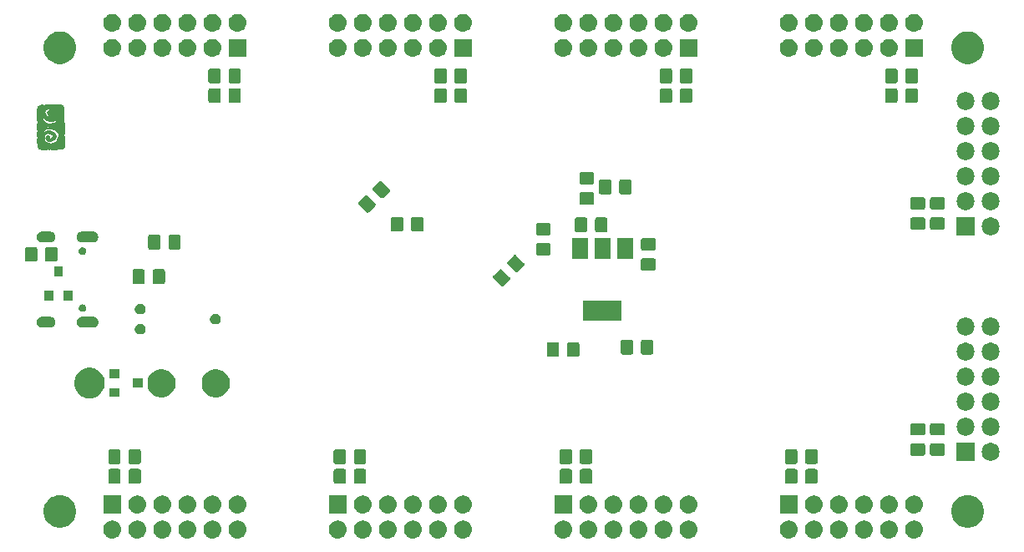
<source format=gbs>
G04 #@! TF.GenerationSoftware,KiCad,Pcbnew,5.0.2+dfsg1-1*
G04 #@! TF.CreationDate,2020-03-15T18:18:09-04:00*
G04 #@! TF.ProjectId,hx4k_pmod,6878346b-5f70-46d6-9f64-2e6b69636164,rev?*
G04 #@! TF.SameCoordinates,Original*
G04 #@! TF.FileFunction,Soldermask,Bot*
G04 #@! TF.FilePolarity,Negative*
%FSLAX46Y46*%
G04 Gerber Fmt 4.6, Leading zero omitted, Abs format (unit mm)*
G04 Created by KiCad (PCBNEW 5.0.2+dfsg1-1) date Sun 15 Mar 2020 06:18:09 PM EDT*
%MOMM*%
%LPD*%
G01*
G04 APERTURE LIST*
%ADD10C,0.010000*%
%ADD11C,0.100000*%
G04 APERTURE END LIST*
D10*
G04 #@! TO.C,U7*
G36*
X26073400Y-39725023D02*
X25853226Y-39734305D01*
X25667822Y-39749891D01*
X25534627Y-39771610D01*
X25475501Y-39794756D01*
X25404807Y-39831086D01*
X25354739Y-39805339D01*
X25267588Y-39765897D01*
X25146914Y-39759206D01*
X25035047Y-39783893D01*
X24986085Y-39817321D01*
X24907233Y-39868491D01*
X24822152Y-39891404D01*
X24781945Y-39895586D01*
X24751569Y-39904768D01*
X24729068Y-39929769D01*
X24712486Y-39981411D01*
X24699868Y-40070516D01*
X24689259Y-40207904D01*
X24678704Y-40404396D01*
X24666247Y-40670813D01*
X24661060Y-40782917D01*
X24654865Y-40976652D01*
X24655158Y-41135122D01*
X24661531Y-41241841D01*
X24673379Y-41280331D01*
X24691854Y-41320184D01*
X24699897Y-41431155D01*
X24697638Y-41600355D01*
X24685204Y-41814896D01*
X24665868Y-42031750D01*
X24656046Y-42191225D01*
X24665740Y-42279982D01*
X24681837Y-42296334D01*
X24704189Y-42331905D01*
X24710994Y-42414142D01*
X24701394Y-42506326D01*
X24687768Y-42550334D01*
X24675466Y-42623339D01*
X24672427Y-42738955D01*
X24678193Y-42855689D01*
X24692002Y-42931334D01*
X24700733Y-43003451D01*
X24698598Y-43131863D01*
X24686069Y-43288959D01*
X24685829Y-43291167D01*
X24674127Y-43444387D01*
X24674099Y-43565398D01*
X24685703Y-43628868D01*
X24686394Y-43629834D01*
X24708458Y-43693295D01*
X24729736Y-43810710D01*
X24740356Y-43902309D01*
X24768950Y-44071170D01*
X24821423Y-44176236D01*
X24849146Y-44203486D01*
X24960246Y-44256734D01*
X25123013Y-44293331D01*
X25305479Y-44309811D01*
X25475677Y-44302706D01*
X25570644Y-44281756D01*
X25716151Y-44255073D01*
X25806115Y-44276755D01*
X25904163Y-44297826D01*
X25959544Y-44284840D01*
X26033216Y-44267065D01*
X26058372Y-44274746D01*
X26115077Y-44287704D01*
X26220730Y-44298560D01*
X26343959Y-44305653D01*
X26453387Y-44307322D01*
X26517641Y-44301906D01*
X26522889Y-44299333D01*
X26566296Y-44291774D01*
X26670978Y-44280807D01*
X26805696Y-44269490D01*
X27057535Y-44242923D01*
X27236387Y-44199834D01*
X27353800Y-44128421D01*
X27421322Y-44016886D01*
X27450501Y-43853426D01*
X27450626Y-43841500D01*
X25915333Y-43841500D01*
X25894166Y-43862667D01*
X25873000Y-43841500D01*
X25894166Y-43820334D01*
X25915333Y-43841500D01*
X27450626Y-43841500D01*
X27452884Y-43626242D01*
X27452377Y-43608667D01*
X27440606Y-43326508D01*
X27424446Y-43120945D01*
X27403149Y-42983984D01*
X27389631Y-42936768D01*
X27375410Y-42834352D01*
X27391238Y-42793170D01*
X26843101Y-42793170D01*
X26836798Y-42921475D01*
X26780229Y-43161210D01*
X26661656Y-43366492D01*
X26494974Y-43528137D01*
X26294083Y-43636958D01*
X26072880Y-43683771D01*
X25845261Y-43659389D01*
X25763333Y-43630960D01*
X25598232Y-43545130D01*
X25535253Y-43495778D01*
X25012222Y-43495778D01*
X25006411Y-43520945D01*
X24984000Y-43524000D01*
X24949155Y-43508511D01*
X24955778Y-43495778D01*
X25006017Y-43490711D01*
X25012222Y-43495778D01*
X25535253Y-43495778D01*
X25490234Y-43460500D01*
X25111000Y-43460500D01*
X25089833Y-43481667D01*
X25068666Y-43460500D01*
X25089833Y-43439334D01*
X25111000Y-43460500D01*
X25490234Y-43460500D01*
X25473843Y-43447656D01*
X25410714Y-43354686D01*
X25410405Y-43353639D01*
X25377440Y-43175831D01*
X25377337Y-43164167D01*
X25026333Y-43164167D01*
X25005166Y-43185334D01*
X24984000Y-43164167D01*
X25005166Y-43143000D01*
X25026333Y-43164167D01*
X25377337Y-43164167D01*
X25375888Y-43001618D01*
X25404999Y-42863124D01*
X25422672Y-42828453D01*
X25544874Y-42714121D01*
X25710613Y-42660179D01*
X25899454Y-42671559D01*
X25975664Y-42695040D01*
X26137186Y-42782061D01*
X26222804Y-42887709D01*
X26229143Y-43006114D01*
X26195650Y-43077581D01*
X26118047Y-43156894D01*
X26006392Y-43184466D01*
X25971296Y-43185334D01*
X25872470Y-43182549D01*
X25845531Y-43165021D01*
X25877707Y-43118989D01*
X25893448Y-43101461D01*
X25937484Y-43014155D01*
X25914191Y-42943493D01*
X25840676Y-42899881D01*
X25734049Y-42893727D01*
X25616217Y-42932823D01*
X25553864Y-43008543D01*
X25533853Y-43123707D01*
X25556622Y-43244188D01*
X25611165Y-43326410D01*
X25784317Y-43430210D01*
X25981758Y-43460398D01*
X26187552Y-43417863D01*
X26385761Y-43303492D01*
X26412060Y-43281746D01*
X26527374Y-43135722D01*
X26569224Y-42971876D01*
X26542562Y-42804312D01*
X26452342Y-42647133D01*
X26367513Y-42571500D01*
X25492000Y-42571500D01*
X25470833Y-42592667D01*
X25449666Y-42571500D01*
X25470833Y-42550334D01*
X25492000Y-42571500D01*
X26367513Y-42571500D01*
X26303516Y-42514441D01*
X26110589Y-42423341D01*
X25923523Y-42391608D01*
X25716773Y-42399843D01*
X25525170Y-42443942D01*
X25399438Y-42507144D01*
X25302126Y-42573519D01*
X25253494Y-42587176D01*
X25238348Y-42550969D01*
X25238000Y-42537471D01*
X25274986Y-42461024D01*
X25291087Y-42444500D01*
X25195666Y-42444500D01*
X25174500Y-42465667D01*
X25153333Y-42444500D01*
X25174500Y-42423334D01*
X25195666Y-42444500D01*
X25291087Y-42444500D01*
X25386174Y-42346915D01*
X25571906Y-42194847D01*
X25832524Y-42004522D01*
X25925916Y-41939539D01*
X26086405Y-41828213D01*
X26217763Y-41735766D01*
X26291639Y-41682500D01*
X24899333Y-41682500D01*
X24878166Y-41703667D01*
X24857000Y-41682500D01*
X24878166Y-41661334D01*
X24899333Y-41682500D01*
X26291639Y-41682500D01*
X26306385Y-41671868D01*
X26338666Y-41646209D01*
X26299957Y-41644078D01*
X26197991Y-41646699D01*
X26054009Y-41653495D01*
X26039077Y-41654327D01*
X25773798Y-41648277D01*
X25568171Y-41593177D01*
X25420896Y-41492000D01*
X25132166Y-41492000D01*
X25128810Y-41531010D01*
X25113498Y-41534334D01*
X25070389Y-41503603D01*
X25068666Y-41492000D01*
X25083110Y-41450767D01*
X25087335Y-41449667D01*
X25123478Y-41479331D01*
X25132166Y-41492000D01*
X25420896Y-41492000D01*
X25409731Y-41484330D01*
X25329111Y-41386895D01*
X25262287Y-41259167D01*
X25068666Y-41259167D01*
X25047500Y-41280334D01*
X25026333Y-41259167D01*
X25047500Y-41238000D01*
X25068666Y-41259167D01*
X25262287Y-41259167D01*
X25250029Y-41235739D01*
X25211242Y-41089834D01*
X25153333Y-41089834D01*
X25132166Y-41111000D01*
X25111000Y-41089834D01*
X25132166Y-41068667D01*
X25153333Y-41089834D01*
X25211242Y-41089834D01*
X25209020Y-41081479D01*
X25209505Y-40948337D01*
X25254776Y-40860644D01*
X25303646Y-40830790D01*
X25321018Y-40865405D01*
X25322666Y-40917419D01*
X25359803Y-41109456D01*
X25469330Y-41260379D01*
X25648427Y-41367953D01*
X25894272Y-41429941D01*
X25981379Y-41439375D01*
X26259143Y-41435236D01*
X26484142Y-41371614D01*
X26650456Y-41259167D01*
X26211666Y-41259167D01*
X26190500Y-41280334D01*
X26169333Y-41259167D01*
X26190500Y-41238000D01*
X26211666Y-41259167D01*
X26650456Y-41259167D01*
X26656779Y-41254892D01*
X26747839Y-41182559D01*
X26789546Y-41176093D01*
X26780016Y-41231257D01*
X26717365Y-41343812D01*
X26704826Y-41363034D01*
X26635707Y-41450913D01*
X26532593Y-41553191D01*
X26387050Y-41676861D01*
X26190644Y-41828911D01*
X25934940Y-42016335D01*
X25801554Y-42111751D01*
X25624275Y-42237855D01*
X25876811Y-42219588D01*
X26156459Y-42222174D01*
X26383218Y-42278921D01*
X26573737Y-42395689D01*
X26683243Y-42503381D01*
X26778541Y-42617112D01*
X26827760Y-42702637D01*
X26843101Y-42793170D01*
X27391238Y-42793170D01*
X27393431Y-42787467D01*
X27408378Y-42726183D01*
X27417801Y-42595183D01*
X27422135Y-42409204D01*
X27421812Y-42182988D01*
X27417266Y-41931274D01*
X27408930Y-41668800D01*
X27399977Y-41470834D01*
X26846666Y-41470834D01*
X26825500Y-41492000D01*
X26804333Y-41470834D01*
X26825500Y-41449667D01*
X26846666Y-41470834D01*
X27399977Y-41470834D01*
X27397239Y-41410308D01*
X27382626Y-41170536D01*
X27365523Y-40964225D01*
X27346366Y-40806113D01*
X27333107Y-40736534D01*
X27332057Y-40636473D01*
X27355881Y-40580370D01*
X27378354Y-40530139D01*
X27384685Y-40443540D01*
X27374254Y-40307056D01*
X27365193Y-40241939D01*
X26108286Y-40241939D01*
X26042673Y-40276664D01*
X25990135Y-40283168D01*
X25845839Y-40325418D01*
X25747786Y-40424034D01*
X25707168Y-40558313D01*
X25735173Y-40707552D01*
X25747307Y-40732442D01*
X25811766Y-40803860D01*
X25917563Y-40879769D01*
X25948390Y-40897122D01*
X26105833Y-40980258D01*
X25964064Y-40982129D01*
X25823327Y-40964189D01*
X25819204Y-40962834D01*
X25449666Y-40962834D01*
X25428500Y-40984000D01*
X25407333Y-40962834D01*
X25428500Y-40941667D01*
X25449666Y-40962834D01*
X25819204Y-40962834D01*
X25684180Y-40918460D01*
X25549213Y-40813090D01*
X25468756Y-40665247D01*
X25449795Y-40499714D01*
X25463822Y-40454834D01*
X25238000Y-40454834D01*
X25216833Y-40476000D01*
X25195666Y-40454834D01*
X25216833Y-40433667D01*
X25238000Y-40454834D01*
X25463822Y-40454834D01*
X25499318Y-40341273D01*
X25514698Y-40317327D01*
X25614604Y-40233396D01*
X25761929Y-40172251D01*
X25920145Y-40145654D01*
X26020339Y-40154510D01*
X26102344Y-40194820D01*
X26108286Y-40241939D01*
X27365193Y-40241939D01*
X27347691Y-40116167D01*
X26719666Y-40116167D01*
X26698500Y-40137334D01*
X26677333Y-40116167D01*
X26698500Y-40095000D01*
X26719666Y-40116167D01*
X27347691Y-40116167D01*
X27346438Y-40107169D01*
X27329179Y-39999581D01*
X27307378Y-39904933D01*
X27266111Y-39848209D01*
X27182023Y-39808284D01*
X27085432Y-39779090D01*
X26953003Y-39754313D01*
X26768145Y-39736688D01*
X26548299Y-39726044D01*
X26310904Y-39722212D01*
X26073400Y-39725023D01*
X26073400Y-39725023D01*
G37*
X26073400Y-39725023D02*
X25853226Y-39734305D01*
X25667822Y-39749891D01*
X25534627Y-39771610D01*
X25475501Y-39794756D01*
X25404807Y-39831086D01*
X25354739Y-39805339D01*
X25267588Y-39765897D01*
X25146914Y-39759206D01*
X25035047Y-39783893D01*
X24986085Y-39817321D01*
X24907233Y-39868491D01*
X24822152Y-39891404D01*
X24781945Y-39895586D01*
X24751569Y-39904768D01*
X24729068Y-39929769D01*
X24712486Y-39981411D01*
X24699868Y-40070516D01*
X24689259Y-40207904D01*
X24678704Y-40404396D01*
X24666247Y-40670813D01*
X24661060Y-40782917D01*
X24654865Y-40976652D01*
X24655158Y-41135122D01*
X24661531Y-41241841D01*
X24673379Y-41280331D01*
X24691854Y-41320184D01*
X24699897Y-41431155D01*
X24697638Y-41600355D01*
X24685204Y-41814896D01*
X24665868Y-42031750D01*
X24656046Y-42191225D01*
X24665740Y-42279982D01*
X24681837Y-42296334D01*
X24704189Y-42331905D01*
X24710994Y-42414142D01*
X24701394Y-42506326D01*
X24687768Y-42550334D01*
X24675466Y-42623339D01*
X24672427Y-42738955D01*
X24678193Y-42855689D01*
X24692002Y-42931334D01*
X24700733Y-43003451D01*
X24698598Y-43131863D01*
X24686069Y-43288959D01*
X24685829Y-43291167D01*
X24674127Y-43444387D01*
X24674099Y-43565398D01*
X24685703Y-43628868D01*
X24686394Y-43629834D01*
X24708458Y-43693295D01*
X24729736Y-43810710D01*
X24740356Y-43902309D01*
X24768950Y-44071170D01*
X24821423Y-44176236D01*
X24849146Y-44203486D01*
X24960246Y-44256734D01*
X25123013Y-44293331D01*
X25305479Y-44309811D01*
X25475677Y-44302706D01*
X25570644Y-44281756D01*
X25716151Y-44255073D01*
X25806115Y-44276755D01*
X25904163Y-44297826D01*
X25959544Y-44284840D01*
X26033216Y-44267065D01*
X26058372Y-44274746D01*
X26115077Y-44287704D01*
X26220730Y-44298560D01*
X26343959Y-44305653D01*
X26453387Y-44307322D01*
X26517641Y-44301906D01*
X26522889Y-44299333D01*
X26566296Y-44291774D01*
X26670978Y-44280807D01*
X26805696Y-44269490D01*
X27057535Y-44242923D01*
X27236387Y-44199834D01*
X27353800Y-44128421D01*
X27421322Y-44016886D01*
X27450501Y-43853426D01*
X27450626Y-43841500D01*
X25915333Y-43841500D01*
X25894166Y-43862667D01*
X25873000Y-43841500D01*
X25894166Y-43820334D01*
X25915333Y-43841500D01*
X27450626Y-43841500D01*
X27452884Y-43626242D01*
X27452377Y-43608667D01*
X27440606Y-43326508D01*
X27424446Y-43120945D01*
X27403149Y-42983984D01*
X27389631Y-42936768D01*
X27375410Y-42834352D01*
X27391238Y-42793170D01*
X26843101Y-42793170D01*
X26836798Y-42921475D01*
X26780229Y-43161210D01*
X26661656Y-43366492D01*
X26494974Y-43528137D01*
X26294083Y-43636958D01*
X26072880Y-43683771D01*
X25845261Y-43659389D01*
X25763333Y-43630960D01*
X25598232Y-43545130D01*
X25535253Y-43495778D01*
X25012222Y-43495778D01*
X25006411Y-43520945D01*
X24984000Y-43524000D01*
X24949155Y-43508511D01*
X24955778Y-43495778D01*
X25006017Y-43490711D01*
X25012222Y-43495778D01*
X25535253Y-43495778D01*
X25490234Y-43460500D01*
X25111000Y-43460500D01*
X25089833Y-43481667D01*
X25068666Y-43460500D01*
X25089833Y-43439334D01*
X25111000Y-43460500D01*
X25490234Y-43460500D01*
X25473843Y-43447656D01*
X25410714Y-43354686D01*
X25410405Y-43353639D01*
X25377440Y-43175831D01*
X25377337Y-43164167D01*
X25026333Y-43164167D01*
X25005166Y-43185334D01*
X24984000Y-43164167D01*
X25005166Y-43143000D01*
X25026333Y-43164167D01*
X25377337Y-43164167D01*
X25375888Y-43001618D01*
X25404999Y-42863124D01*
X25422672Y-42828453D01*
X25544874Y-42714121D01*
X25710613Y-42660179D01*
X25899454Y-42671559D01*
X25975664Y-42695040D01*
X26137186Y-42782061D01*
X26222804Y-42887709D01*
X26229143Y-43006114D01*
X26195650Y-43077581D01*
X26118047Y-43156894D01*
X26006392Y-43184466D01*
X25971296Y-43185334D01*
X25872470Y-43182549D01*
X25845531Y-43165021D01*
X25877707Y-43118989D01*
X25893448Y-43101461D01*
X25937484Y-43014155D01*
X25914191Y-42943493D01*
X25840676Y-42899881D01*
X25734049Y-42893727D01*
X25616217Y-42932823D01*
X25553864Y-43008543D01*
X25533853Y-43123707D01*
X25556622Y-43244188D01*
X25611165Y-43326410D01*
X25784317Y-43430210D01*
X25981758Y-43460398D01*
X26187552Y-43417863D01*
X26385761Y-43303492D01*
X26412060Y-43281746D01*
X26527374Y-43135722D01*
X26569224Y-42971876D01*
X26542562Y-42804312D01*
X26452342Y-42647133D01*
X26367513Y-42571500D01*
X25492000Y-42571500D01*
X25470833Y-42592667D01*
X25449666Y-42571500D01*
X25470833Y-42550334D01*
X25492000Y-42571500D01*
X26367513Y-42571500D01*
X26303516Y-42514441D01*
X26110589Y-42423341D01*
X25923523Y-42391608D01*
X25716773Y-42399843D01*
X25525170Y-42443942D01*
X25399438Y-42507144D01*
X25302126Y-42573519D01*
X25253494Y-42587176D01*
X25238348Y-42550969D01*
X25238000Y-42537471D01*
X25274986Y-42461024D01*
X25291087Y-42444500D01*
X25195666Y-42444500D01*
X25174500Y-42465667D01*
X25153333Y-42444500D01*
X25174500Y-42423334D01*
X25195666Y-42444500D01*
X25291087Y-42444500D01*
X25386174Y-42346915D01*
X25571906Y-42194847D01*
X25832524Y-42004522D01*
X25925916Y-41939539D01*
X26086405Y-41828213D01*
X26217763Y-41735766D01*
X26291639Y-41682500D01*
X24899333Y-41682500D01*
X24878166Y-41703667D01*
X24857000Y-41682500D01*
X24878166Y-41661334D01*
X24899333Y-41682500D01*
X26291639Y-41682500D01*
X26306385Y-41671868D01*
X26338666Y-41646209D01*
X26299957Y-41644078D01*
X26197991Y-41646699D01*
X26054009Y-41653495D01*
X26039077Y-41654327D01*
X25773798Y-41648277D01*
X25568171Y-41593177D01*
X25420896Y-41492000D01*
X25132166Y-41492000D01*
X25128810Y-41531010D01*
X25113498Y-41534334D01*
X25070389Y-41503603D01*
X25068666Y-41492000D01*
X25083110Y-41450767D01*
X25087335Y-41449667D01*
X25123478Y-41479331D01*
X25132166Y-41492000D01*
X25420896Y-41492000D01*
X25409731Y-41484330D01*
X25329111Y-41386895D01*
X25262287Y-41259167D01*
X25068666Y-41259167D01*
X25047500Y-41280334D01*
X25026333Y-41259167D01*
X25047500Y-41238000D01*
X25068666Y-41259167D01*
X25262287Y-41259167D01*
X25250029Y-41235739D01*
X25211242Y-41089834D01*
X25153333Y-41089834D01*
X25132166Y-41111000D01*
X25111000Y-41089834D01*
X25132166Y-41068667D01*
X25153333Y-41089834D01*
X25211242Y-41089834D01*
X25209020Y-41081479D01*
X25209505Y-40948337D01*
X25254776Y-40860644D01*
X25303646Y-40830790D01*
X25321018Y-40865405D01*
X25322666Y-40917419D01*
X25359803Y-41109456D01*
X25469330Y-41260379D01*
X25648427Y-41367953D01*
X25894272Y-41429941D01*
X25981379Y-41439375D01*
X26259143Y-41435236D01*
X26484142Y-41371614D01*
X26650456Y-41259167D01*
X26211666Y-41259167D01*
X26190500Y-41280334D01*
X26169333Y-41259167D01*
X26190500Y-41238000D01*
X26211666Y-41259167D01*
X26650456Y-41259167D01*
X26656779Y-41254892D01*
X26747839Y-41182559D01*
X26789546Y-41176093D01*
X26780016Y-41231257D01*
X26717365Y-41343812D01*
X26704826Y-41363034D01*
X26635707Y-41450913D01*
X26532593Y-41553191D01*
X26387050Y-41676861D01*
X26190644Y-41828911D01*
X25934940Y-42016335D01*
X25801554Y-42111751D01*
X25624275Y-42237855D01*
X25876811Y-42219588D01*
X26156459Y-42222174D01*
X26383218Y-42278921D01*
X26573737Y-42395689D01*
X26683243Y-42503381D01*
X26778541Y-42617112D01*
X26827760Y-42702637D01*
X26843101Y-42793170D01*
X27391238Y-42793170D01*
X27393431Y-42787467D01*
X27408378Y-42726183D01*
X27417801Y-42595183D01*
X27422135Y-42409204D01*
X27421812Y-42182988D01*
X27417266Y-41931274D01*
X27408930Y-41668800D01*
X27399977Y-41470834D01*
X26846666Y-41470834D01*
X26825500Y-41492000D01*
X26804333Y-41470834D01*
X26825500Y-41449667D01*
X26846666Y-41470834D01*
X27399977Y-41470834D01*
X27397239Y-41410308D01*
X27382626Y-41170536D01*
X27365523Y-40964225D01*
X27346366Y-40806113D01*
X27333107Y-40736534D01*
X27332057Y-40636473D01*
X27355881Y-40580370D01*
X27378354Y-40530139D01*
X27384685Y-40443540D01*
X27374254Y-40307056D01*
X27365193Y-40241939D01*
X26108286Y-40241939D01*
X26042673Y-40276664D01*
X25990135Y-40283168D01*
X25845839Y-40325418D01*
X25747786Y-40424034D01*
X25707168Y-40558313D01*
X25735173Y-40707552D01*
X25747307Y-40732442D01*
X25811766Y-40803860D01*
X25917563Y-40879769D01*
X25948390Y-40897122D01*
X26105833Y-40980258D01*
X25964064Y-40982129D01*
X25823327Y-40964189D01*
X25819204Y-40962834D01*
X25449666Y-40962834D01*
X25428500Y-40984000D01*
X25407333Y-40962834D01*
X25428500Y-40941667D01*
X25449666Y-40962834D01*
X25819204Y-40962834D01*
X25684180Y-40918460D01*
X25549213Y-40813090D01*
X25468756Y-40665247D01*
X25449795Y-40499714D01*
X25463822Y-40454834D01*
X25238000Y-40454834D01*
X25216833Y-40476000D01*
X25195666Y-40454834D01*
X25216833Y-40433667D01*
X25238000Y-40454834D01*
X25463822Y-40454834D01*
X25499318Y-40341273D01*
X25514698Y-40317327D01*
X25614604Y-40233396D01*
X25761929Y-40172251D01*
X25920145Y-40145654D01*
X26020339Y-40154510D01*
X26102344Y-40194820D01*
X26108286Y-40241939D01*
X27365193Y-40241939D01*
X27347691Y-40116167D01*
X26719666Y-40116167D01*
X26698500Y-40137334D01*
X26677333Y-40116167D01*
X26698500Y-40095000D01*
X26719666Y-40116167D01*
X27347691Y-40116167D01*
X27346438Y-40107169D01*
X27329179Y-39999581D01*
X27307378Y-39904933D01*
X27266111Y-39848209D01*
X27182023Y-39808284D01*
X27085432Y-39779090D01*
X26953003Y-39754313D01*
X26768145Y-39736688D01*
X26548299Y-39726044D01*
X26310904Y-39722212D01*
X26073400Y-39725023D01*
G36*
X26381000Y-41597834D02*
X26402166Y-41619000D01*
X26423333Y-41597834D01*
X26402166Y-41576667D01*
X26381000Y-41597834D01*
X26381000Y-41597834D01*
G37*
X26381000Y-41597834D02*
X26402166Y-41619000D01*
X26423333Y-41597834D01*
X26402166Y-41576667D01*
X26381000Y-41597834D01*
D11*
G36*
X34950443Y-81945519D02*
X35016627Y-81952037D01*
X35129853Y-81986384D01*
X35186467Y-82003557D01*
X35277940Y-82052451D01*
X35342991Y-82087222D01*
X35378729Y-82116552D01*
X35480186Y-82199814D01*
X35547972Y-82282413D01*
X35592778Y-82337009D01*
X35592779Y-82337011D01*
X35676443Y-82493533D01*
X35676443Y-82493534D01*
X35727963Y-82663373D01*
X35745359Y-82840000D01*
X35727963Y-83016627D01*
X35693616Y-83129853D01*
X35676443Y-83186467D01*
X35602348Y-83325087D01*
X35592778Y-83342991D01*
X35563448Y-83378729D01*
X35480186Y-83480186D01*
X35378729Y-83563448D01*
X35342991Y-83592778D01*
X35342989Y-83592779D01*
X35186467Y-83676443D01*
X35129853Y-83693616D01*
X35016627Y-83727963D01*
X34950442Y-83734482D01*
X34884260Y-83741000D01*
X34795740Y-83741000D01*
X34729558Y-83734482D01*
X34663373Y-83727963D01*
X34550147Y-83693616D01*
X34493533Y-83676443D01*
X34337011Y-83592779D01*
X34337009Y-83592778D01*
X34301271Y-83563448D01*
X34199814Y-83480186D01*
X34116552Y-83378729D01*
X34087222Y-83342991D01*
X34077652Y-83325087D01*
X34003557Y-83186467D01*
X33986384Y-83129853D01*
X33952037Y-83016627D01*
X33934641Y-82840000D01*
X33952037Y-82663373D01*
X34003557Y-82493534D01*
X34003557Y-82493533D01*
X34087221Y-82337011D01*
X34087222Y-82337009D01*
X34132028Y-82282413D01*
X34199814Y-82199814D01*
X34301271Y-82116552D01*
X34337009Y-82087222D01*
X34402060Y-82052451D01*
X34493533Y-82003557D01*
X34550147Y-81986384D01*
X34663373Y-81952037D01*
X34729557Y-81945519D01*
X34795740Y-81939000D01*
X34884260Y-81939000D01*
X34950443Y-81945519D01*
X34950443Y-81945519D01*
G37*
G36*
X88290443Y-81945519D02*
X88356627Y-81952037D01*
X88469853Y-81986384D01*
X88526467Y-82003557D01*
X88617940Y-82052451D01*
X88682991Y-82087222D01*
X88718729Y-82116552D01*
X88820186Y-82199814D01*
X88887972Y-82282413D01*
X88932778Y-82337009D01*
X88932779Y-82337011D01*
X89016443Y-82493533D01*
X89016443Y-82493534D01*
X89067963Y-82663373D01*
X89085359Y-82840000D01*
X89067963Y-83016627D01*
X89033616Y-83129853D01*
X89016443Y-83186467D01*
X88942348Y-83325087D01*
X88932778Y-83342991D01*
X88903448Y-83378729D01*
X88820186Y-83480186D01*
X88718729Y-83563448D01*
X88682991Y-83592778D01*
X88682989Y-83592779D01*
X88526467Y-83676443D01*
X88469853Y-83693616D01*
X88356627Y-83727963D01*
X88290442Y-83734482D01*
X88224260Y-83741000D01*
X88135740Y-83741000D01*
X88069558Y-83734482D01*
X88003373Y-83727963D01*
X87890147Y-83693616D01*
X87833533Y-83676443D01*
X87677011Y-83592779D01*
X87677009Y-83592778D01*
X87641271Y-83563448D01*
X87539814Y-83480186D01*
X87456552Y-83378729D01*
X87427222Y-83342991D01*
X87417652Y-83325087D01*
X87343557Y-83186467D01*
X87326384Y-83129853D01*
X87292037Y-83016627D01*
X87274641Y-82840000D01*
X87292037Y-82663373D01*
X87343557Y-82493534D01*
X87343557Y-82493533D01*
X87427221Y-82337011D01*
X87427222Y-82337009D01*
X87472028Y-82282413D01*
X87539814Y-82199814D01*
X87641271Y-82116552D01*
X87677009Y-82087222D01*
X87742060Y-82052451D01*
X87833533Y-82003557D01*
X87890147Y-81986384D01*
X88003373Y-81952037D01*
X88069557Y-81945519D01*
X88135740Y-81939000D01*
X88224260Y-81939000D01*
X88290443Y-81945519D01*
X88290443Y-81945519D01*
G37*
G36*
X100990443Y-81945519D02*
X101056627Y-81952037D01*
X101169853Y-81986384D01*
X101226467Y-82003557D01*
X101317940Y-82052451D01*
X101382991Y-82087222D01*
X101418729Y-82116552D01*
X101520186Y-82199814D01*
X101587972Y-82282413D01*
X101632778Y-82337009D01*
X101632779Y-82337011D01*
X101716443Y-82493533D01*
X101716443Y-82493534D01*
X101767963Y-82663373D01*
X101785359Y-82840000D01*
X101767963Y-83016627D01*
X101733616Y-83129853D01*
X101716443Y-83186467D01*
X101642348Y-83325087D01*
X101632778Y-83342991D01*
X101603448Y-83378729D01*
X101520186Y-83480186D01*
X101418729Y-83563448D01*
X101382991Y-83592778D01*
X101382989Y-83592779D01*
X101226467Y-83676443D01*
X101169853Y-83693616D01*
X101056627Y-83727963D01*
X100990442Y-83734482D01*
X100924260Y-83741000D01*
X100835740Y-83741000D01*
X100769558Y-83734482D01*
X100703373Y-83727963D01*
X100590147Y-83693616D01*
X100533533Y-83676443D01*
X100377011Y-83592779D01*
X100377009Y-83592778D01*
X100341271Y-83563448D01*
X100239814Y-83480186D01*
X100156552Y-83378729D01*
X100127222Y-83342991D01*
X100117652Y-83325087D01*
X100043557Y-83186467D01*
X100026384Y-83129853D01*
X99992037Y-83016627D01*
X99974641Y-82840000D01*
X99992037Y-82663373D01*
X100043557Y-82493534D01*
X100043557Y-82493533D01*
X100127221Y-82337011D01*
X100127222Y-82337009D01*
X100172028Y-82282413D01*
X100239814Y-82199814D01*
X100341271Y-82116552D01*
X100377009Y-82087222D01*
X100442060Y-82052451D01*
X100533533Y-82003557D01*
X100590147Y-81986384D01*
X100703373Y-81952037D01*
X100769557Y-81945519D01*
X100835740Y-81939000D01*
X100924260Y-81939000D01*
X100990443Y-81945519D01*
X100990443Y-81945519D01*
G37*
G36*
X103530443Y-81945519D02*
X103596627Y-81952037D01*
X103709853Y-81986384D01*
X103766467Y-82003557D01*
X103857940Y-82052451D01*
X103922991Y-82087222D01*
X103958729Y-82116552D01*
X104060186Y-82199814D01*
X104127972Y-82282413D01*
X104172778Y-82337009D01*
X104172779Y-82337011D01*
X104256443Y-82493533D01*
X104256443Y-82493534D01*
X104307963Y-82663373D01*
X104325359Y-82840000D01*
X104307963Y-83016627D01*
X104273616Y-83129853D01*
X104256443Y-83186467D01*
X104182348Y-83325087D01*
X104172778Y-83342991D01*
X104143448Y-83378729D01*
X104060186Y-83480186D01*
X103958729Y-83563448D01*
X103922991Y-83592778D01*
X103922989Y-83592779D01*
X103766467Y-83676443D01*
X103709853Y-83693616D01*
X103596627Y-83727963D01*
X103530442Y-83734482D01*
X103464260Y-83741000D01*
X103375740Y-83741000D01*
X103309558Y-83734482D01*
X103243373Y-83727963D01*
X103130147Y-83693616D01*
X103073533Y-83676443D01*
X102917011Y-83592779D01*
X102917009Y-83592778D01*
X102881271Y-83563448D01*
X102779814Y-83480186D01*
X102696552Y-83378729D01*
X102667222Y-83342991D01*
X102657652Y-83325087D01*
X102583557Y-83186467D01*
X102566384Y-83129853D01*
X102532037Y-83016627D01*
X102514641Y-82840000D01*
X102532037Y-82663373D01*
X102583557Y-82493534D01*
X102583557Y-82493533D01*
X102667221Y-82337011D01*
X102667222Y-82337009D01*
X102712028Y-82282413D01*
X102779814Y-82199814D01*
X102881271Y-82116552D01*
X102917009Y-82087222D01*
X102982060Y-82052451D01*
X103073533Y-82003557D01*
X103130147Y-81986384D01*
X103243373Y-81952037D01*
X103309557Y-81945519D01*
X103375740Y-81939000D01*
X103464260Y-81939000D01*
X103530443Y-81945519D01*
X103530443Y-81945519D01*
G37*
G36*
X106070443Y-81945519D02*
X106136627Y-81952037D01*
X106249853Y-81986384D01*
X106306467Y-82003557D01*
X106397940Y-82052451D01*
X106462991Y-82087222D01*
X106498729Y-82116552D01*
X106600186Y-82199814D01*
X106667972Y-82282413D01*
X106712778Y-82337009D01*
X106712779Y-82337011D01*
X106796443Y-82493533D01*
X106796443Y-82493534D01*
X106847963Y-82663373D01*
X106865359Y-82840000D01*
X106847963Y-83016627D01*
X106813616Y-83129853D01*
X106796443Y-83186467D01*
X106722348Y-83325087D01*
X106712778Y-83342991D01*
X106683448Y-83378729D01*
X106600186Y-83480186D01*
X106498729Y-83563448D01*
X106462991Y-83592778D01*
X106462989Y-83592779D01*
X106306467Y-83676443D01*
X106249853Y-83693616D01*
X106136627Y-83727963D01*
X106070442Y-83734482D01*
X106004260Y-83741000D01*
X105915740Y-83741000D01*
X105849558Y-83734482D01*
X105783373Y-83727963D01*
X105670147Y-83693616D01*
X105613533Y-83676443D01*
X105457011Y-83592779D01*
X105457009Y-83592778D01*
X105421271Y-83563448D01*
X105319814Y-83480186D01*
X105236552Y-83378729D01*
X105207222Y-83342991D01*
X105197652Y-83325087D01*
X105123557Y-83186467D01*
X105106384Y-83129853D01*
X105072037Y-83016627D01*
X105054641Y-82840000D01*
X105072037Y-82663373D01*
X105123557Y-82493534D01*
X105123557Y-82493533D01*
X105207221Y-82337011D01*
X105207222Y-82337009D01*
X105252028Y-82282413D01*
X105319814Y-82199814D01*
X105421271Y-82116552D01*
X105457009Y-82087222D01*
X105522060Y-82052451D01*
X105613533Y-82003557D01*
X105670147Y-81986384D01*
X105783373Y-81952037D01*
X105849557Y-81945519D01*
X105915740Y-81939000D01*
X106004260Y-81939000D01*
X106070443Y-81945519D01*
X106070443Y-81945519D01*
G37*
G36*
X108610443Y-81945519D02*
X108676627Y-81952037D01*
X108789853Y-81986384D01*
X108846467Y-82003557D01*
X108937940Y-82052451D01*
X109002991Y-82087222D01*
X109038729Y-82116552D01*
X109140186Y-82199814D01*
X109207972Y-82282413D01*
X109252778Y-82337009D01*
X109252779Y-82337011D01*
X109336443Y-82493533D01*
X109336443Y-82493534D01*
X109387963Y-82663373D01*
X109405359Y-82840000D01*
X109387963Y-83016627D01*
X109353616Y-83129853D01*
X109336443Y-83186467D01*
X109262348Y-83325087D01*
X109252778Y-83342991D01*
X109223448Y-83378729D01*
X109140186Y-83480186D01*
X109038729Y-83563448D01*
X109002991Y-83592778D01*
X109002989Y-83592779D01*
X108846467Y-83676443D01*
X108789853Y-83693616D01*
X108676627Y-83727963D01*
X108610442Y-83734482D01*
X108544260Y-83741000D01*
X108455740Y-83741000D01*
X108389558Y-83734482D01*
X108323373Y-83727963D01*
X108210147Y-83693616D01*
X108153533Y-83676443D01*
X107997011Y-83592779D01*
X107997009Y-83592778D01*
X107961271Y-83563448D01*
X107859814Y-83480186D01*
X107776552Y-83378729D01*
X107747222Y-83342991D01*
X107737652Y-83325087D01*
X107663557Y-83186467D01*
X107646384Y-83129853D01*
X107612037Y-83016627D01*
X107594641Y-82840000D01*
X107612037Y-82663373D01*
X107663557Y-82493534D01*
X107663557Y-82493533D01*
X107747221Y-82337011D01*
X107747222Y-82337009D01*
X107792028Y-82282413D01*
X107859814Y-82199814D01*
X107961271Y-82116552D01*
X107997009Y-82087222D01*
X108062060Y-82052451D01*
X108153533Y-82003557D01*
X108210147Y-81986384D01*
X108323373Y-81952037D01*
X108389557Y-81945519D01*
X108455740Y-81939000D01*
X108544260Y-81939000D01*
X108610443Y-81945519D01*
X108610443Y-81945519D01*
G37*
G36*
X111150443Y-81945519D02*
X111216627Y-81952037D01*
X111329853Y-81986384D01*
X111386467Y-82003557D01*
X111477940Y-82052451D01*
X111542991Y-82087222D01*
X111578729Y-82116552D01*
X111680186Y-82199814D01*
X111747972Y-82282413D01*
X111792778Y-82337009D01*
X111792779Y-82337011D01*
X111876443Y-82493533D01*
X111876443Y-82493534D01*
X111927963Y-82663373D01*
X111945359Y-82840000D01*
X111927963Y-83016627D01*
X111893616Y-83129853D01*
X111876443Y-83186467D01*
X111802348Y-83325087D01*
X111792778Y-83342991D01*
X111763448Y-83378729D01*
X111680186Y-83480186D01*
X111578729Y-83563448D01*
X111542991Y-83592778D01*
X111542989Y-83592779D01*
X111386467Y-83676443D01*
X111329853Y-83693616D01*
X111216627Y-83727963D01*
X111150442Y-83734482D01*
X111084260Y-83741000D01*
X110995740Y-83741000D01*
X110929558Y-83734482D01*
X110863373Y-83727963D01*
X110750147Y-83693616D01*
X110693533Y-83676443D01*
X110537011Y-83592779D01*
X110537009Y-83592778D01*
X110501271Y-83563448D01*
X110399814Y-83480186D01*
X110316552Y-83378729D01*
X110287222Y-83342991D01*
X110277652Y-83325087D01*
X110203557Y-83186467D01*
X110186384Y-83129853D01*
X110152037Y-83016627D01*
X110134641Y-82840000D01*
X110152037Y-82663373D01*
X110203557Y-82493534D01*
X110203557Y-82493533D01*
X110287221Y-82337011D01*
X110287222Y-82337009D01*
X110332028Y-82282413D01*
X110399814Y-82199814D01*
X110501271Y-82116552D01*
X110537009Y-82087222D01*
X110602060Y-82052451D01*
X110693533Y-82003557D01*
X110750147Y-81986384D01*
X110863373Y-81952037D01*
X110929557Y-81945519D01*
X110995740Y-81939000D01*
X111084260Y-81939000D01*
X111150443Y-81945519D01*
X111150443Y-81945519D01*
G37*
G36*
X113690443Y-81945519D02*
X113756627Y-81952037D01*
X113869853Y-81986384D01*
X113926467Y-82003557D01*
X114017940Y-82052451D01*
X114082991Y-82087222D01*
X114118729Y-82116552D01*
X114220186Y-82199814D01*
X114287972Y-82282413D01*
X114332778Y-82337009D01*
X114332779Y-82337011D01*
X114416443Y-82493533D01*
X114416443Y-82493534D01*
X114467963Y-82663373D01*
X114485359Y-82840000D01*
X114467963Y-83016627D01*
X114433616Y-83129853D01*
X114416443Y-83186467D01*
X114342348Y-83325087D01*
X114332778Y-83342991D01*
X114303448Y-83378729D01*
X114220186Y-83480186D01*
X114118729Y-83563448D01*
X114082991Y-83592778D01*
X114082989Y-83592779D01*
X113926467Y-83676443D01*
X113869853Y-83693616D01*
X113756627Y-83727963D01*
X113690442Y-83734482D01*
X113624260Y-83741000D01*
X113535740Y-83741000D01*
X113469558Y-83734482D01*
X113403373Y-83727963D01*
X113290147Y-83693616D01*
X113233533Y-83676443D01*
X113077011Y-83592779D01*
X113077009Y-83592778D01*
X113041271Y-83563448D01*
X112939814Y-83480186D01*
X112856552Y-83378729D01*
X112827222Y-83342991D01*
X112817652Y-83325087D01*
X112743557Y-83186467D01*
X112726384Y-83129853D01*
X112692037Y-83016627D01*
X112674641Y-82840000D01*
X112692037Y-82663373D01*
X112743557Y-82493534D01*
X112743557Y-82493533D01*
X112827221Y-82337011D01*
X112827222Y-82337009D01*
X112872028Y-82282413D01*
X112939814Y-82199814D01*
X113041271Y-82116552D01*
X113077009Y-82087222D01*
X113142060Y-82052451D01*
X113233533Y-82003557D01*
X113290147Y-81986384D01*
X113403373Y-81952037D01*
X113469557Y-81945519D01*
X113535740Y-81939000D01*
X113624260Y-81939000D01*
X113690443Y-81945519D01*
X113690443Y-81945519D01*
G37*
G36*
X78130443Y-81945519D02*
X78196627Y-81952037D01*
X78309853Y-81986384D01*
X78366467Y-82003557D01*
X78457940Y-82052451D01*
X78522991Y-82087222D01*
X78558729Y-82116552D01*
X78660186Y-82199814D01*
X78727972Y-82282413D01*
X78772778Y-82337009D01*
X78772779Y-82337011D01*
X78856443Y-82493533D01*
X78856443Y-82493534D01*
X78907963Y-82663373D01*
X78925359Y-82840000D01*
X78907963Y-83016627D01*
X78873616Y-83129853D01*
X78856443Y-83186467D01*
X78782348Y-83325087D01*
X78772778Y-83342991D01*
X78743448Y-83378729D01*
X78660186Y-83480186D01*
X78558729Y-83563448D01*
X78522991Y-83592778D01*
X78522989Y-83592779D01*
X78366467Y-83676443D01*
X78309853Y-83693616D01*
X78196627Y-83727963D01*
X78130442Y-83734482D01*
X78064260Y-83741000D01*
X77975740Y-83741000D01*
X77909558Y-83734482D01*
X77843373Y-83727963D01*
X77730147Y-83693616D01*
X77673533Y-83676443D01*
X77517011Y-83592779D01*
X77517009Y-83592778D01*
X77481271Y-83563448D01*
X77379814Y-83480186D01*
X77296552Y-83378729D01*
X77267222Y-83342991D01*
X77257652Y-83325087D01*
X77183557Y-83186467D01*
X77166384Y-83129853D01*
X77132037Y-83016627D01*
X77114641Y-82840000D01*
X77132037Y-82663373D01*
X77183557Y-82493534D01*
X77183557Y-82493533D01*
X77267221Y-82337011D01*
X77267222Y-82337009D01*
X77312028Y-82282413D01*
X77379814Y-82199814D01*
X77481271Y-82116552D01*
X77517009Y-82087222D01*
X77582060Y-82052451D01*
X77673533Y-82003557D01*
X77730147Y-81986384D01*
X77843373Y-81952037D01*
X77909557Y-81945519D01*
X77975740Y-81939000D01*
X78064260Y-81939000D01*
X78130443Y-81945519D01*
X78130443Y-81945519D01*
G37*
G36*
X80670443Y-81945519D02*
X80736627Y-81952037D01*
X80849853Y-81986384D01*
X80906467Y-82003557D01*
X80997940Y-82052451D01*
X81062991Y-82087222D01*
X81098729Y-82116552D01*
X81200186Y-82199814D01*
X81267972Y-82282413D01*
X81312778Y-82337009D01*
X81312779Y-82337011D01*
X81396443Y-82493533D01*
X81396443Y-82493534D01*
X81447963Y-82663373D01*
X81465359Y-82840000D01*
X81447963Y-83016627D01*
X81413616Y-83129853D01*
X81396443Y-83186467D01*
X81322348Y-83325087D01*
X81312778Y-83342991D01*
X81283448Y-83378729D01*
X81200186Y-83480186D01*
X81098729Y-83563448D01*
X81062991Y-83592778D01*
X81062989Y-83592779D01*
X80906467Y-83676443D01*
X80849853Y-83693616D01*
X80736627Y-83727963D01*
X80670442Y-83734482D01*
X80604260Y-83741000D01*
X80515740Y-83741000D01*
X80449558Y-83734482D01*
X80383373Y-83727963D01*
X80270147Y-83693616D01*
X80213533Y-83676443D01*
X80057011Y-83592779D01*
X80057009Y-83592778D01*
X80021271Y-83563448D01*
X79919814Y-83480186D01*
X79836552Y-83378729D01*
X79807222Y-83342991D01*
X79797652Y-83325087D01*
X79723557Y-83186467D01*
X79706384Y-83129853D01*
X79672037Y-83016627D01*
X79654641Y-82840000D01*
X79672037Y-82663373D01*
X79723557Y-82493534D01*
X79723557Y-82493533D01*
X79807221Y-82337011D01*
X79807222Y-82337009D01*
X79852028Y-82282413D01*
X79919814Y-82199814D01*
X80021271Y-82116552D01*
X80057009Y-82087222D01*
X80122060Y-82052451D01*
X80213533Y-82003557D01*
X80270147Y-81986384D01*
X80383373Y-81952037D01*
X80449557Y-81945519D01*
X80515740Y-81939000D01*
X80604260Y-81939000D01*
X80670443Y-81945519D01*
X80670443Y-81945519D01*
G37*
G36*
X83210443Y-81945519D02*
X83276627Y-81952037D01*
X83389853Y-81986384D01*
X83446467Y-82003557D01*
X83537940Y-82052451D01*
X83602991Y-82087222D01*
X83638729Y-82116552D01*
X83740186Y-82199814D01*
X83807972Y-82282413D01*
X83852778Y-82337009D01*
X83852779Y-82337011D01*
X83936443Y-82493533D01*
X83936443Y-82493534D01*
X83987963Y-82663373D01*
X84005359Y-82840000D01*
X83987963Y-83016627D01*
X83953616Y-83129853D01*
X83936443Y-83186467D01*
X83862348Y-83325087D01*
X83852778Y-83342991D01*
X83823448Y-83378729D01*
X83740186Y-83480186D01*
X83638729Y-83563448D01*
X83602991Y-83592778D01*
X83602989Y-83592779D01*
X83446467Y-83676443D01*
X83389853Y-83693616D01*
X83276627Y-83727963D01*
X83210442Y-83734482D01*
X83144260Y-83741000D01*
X83055740Y-83741000D01*
X82989558Y-83734482D01*
X82923373Y-83727963D01*
X82810147Y-83693616D01*
X82753533Y-83676443D01*
X82597011Y-83592779D01*
X82597009Y-83592778D01*
X82561271Y-83563448D01*
X82459814Y-83480186D01*
X82376552Y-83378729D01*
X82347222Y-83342991D01*
X82337652Y-83325087D01*
X82263557Y-83186467D01*
X82246384Y-83129853D01*
X82212037Y-83016627D01*
X82194641Y-82840000D01*
X82212037Y-82663373D01*
X82263557Y-82493534D01*
X82263557Y-82493533D01*
X82347221Y-82337011D01*
X82347222Y-82337009D01*
X82392028Y-82282413D01*
X82459814Y-82199814D01*
X82561271Y-82116552D01*
X82597009Y-82087222D01*
X82662060Y-82052451D01*
X82753533Y-82003557D01*
X82810147Y-81986384D01*
X82923373Y-81952037D01*
X82989557Y-81945519D01*
X83055740Y-81939000D01*
X83144260Y-81939000D01*
X83210443Y-81945519D01*
X83210443Y-81945519D01*
G37*
G36*
X85750443Y-81945519D02*
X85816627Y-81952037D01*
X85929853Y-81986384D01*
X85986467Y-82003557D01*
X86077940Y-82052451D01*
X86142991Y-82087222D01*
X86178729Y-82116552D01*
X86280186Y-82199814D01*
X86347972Y-82282413D01*
X86392778Y-82337009D01*
X86392779Y-82337011D01*
X86476443Y-82493533D01*
X86476443Y-82493534D01*
X86527963Y-82663373D01*
X86545359Y-82840000D01*
X86527963Y-83016627D01*
X86493616Y-83129853D01*
X86476443Y-83186467D01*
X86402348Y-83325087D01*
X86392778Y-83342991D01*
X86363448Y-83378729D01*
X86280186Y-83480186D01*
X86178729Y-83563448D01*
X86142991Y-83592778D01*
X86142989Y-83592779D01*
X85986467Y-83676443D01*
X85929853Y-83693616D01*
X85816627Y-83727963D01*
X85750442Y-83734482D01*
X85684260Y-83741000D01*
X85595740Y-83741000D01*
X85529558Y-83734482D01*
X85463373Y-83727963D01*
X85350147Y-83693616D01*
X85293533Y-83676443D01*
X85137011Y-83592779D01*
X85137009Y-83592778D01*
X85101271Y-83563448D01*
X84999814Y-83480186D01*
X84916552Y-83378729D01*
X84887222Y-83342991D01*
X84877652Y-83325087D01*
X84803557Y-83186467D01*
X84786384Y-83129853D01*
X84752037Y-83016627D01*
X84734641Y-82840000D01*
X84752037Y-82663373D01*
X84803557Y-82493534D01*
X84803557Y-82493533D01*
X84887221Y-82337011D01*
X84887222Y-82337009D01*
X84932028Y-82282413D01*
X84999814Y-82199814D01*
X85101271Y-82116552D01*
X85137009Y-82087222D01*
X85202060Y-82052451D01*
X85293533Y-82003557D01*
X85350147Y-81986384D01*
X85463373Y-81952037D01*
X85529557Y-81945519D01*
X85595740Y-81939000D01*
X85684260Y-81939000D01*
X85750443Y-81945519D01*
X85750443Y-81945519D01*
G37*
G36*
X32410443Y-81945519D02*
X32476627Y-81952037D01*
X32589853Y-81986384D01*
X32646467Y-82003557D01*
X32737940Y-82052451D01*
X32802991Y-82087222D01*
X32838729Y-82116552D01*
X32940186Y-82199814D01*
X33007972Y-82282413D01*
X33052778Y-82337009D01*
X33052779Y-82337011D01*
X33136443Y-82493533D01*
X33136443Y-82493534D01*
X33187963Y-82663373D01*
X33205359Y-82840000D01*
X33187963Y-83016627D01*
X33153616Y-83129853D01*
X33136443Y-83186467D01*
X33062348Y-83325087D01*
X33052778Y-83342991D01*
X33023448Y-83378729D01*
X32940186Y-83480186D01*
X32838729Y-83563448D01*
X32802991Y-83592778D01*
X32802989Y-83592779D01*
X32646467Y-83676443D01*
X32589853Y-83693616D01*
X32476627Y-83727963D01*
X32410442Y-83734482D01*
X32344260Y-83741000D01*
X32255740Y-83741000D01*
X32189558Y-83734482D01*
X32123373Y-83727963D01*
X32010147Y-83693616D01*
X31953533Y-83676443D01*
X31797011Y-83592779D01*
X31797009Y-83592778D01*
X31761271Y-83563448D01*
X31659814Y-83480186D01*
X31576552Y-83378729D01*
X31547222Y-83342991D01*
X31537652Y-83325087D01*
X31463557Y-83186467D01*
X31446384Y-83129853D01*
X31412037Y-83016627D01*
X31394641Y-82840000D01*
X31412037Y-82663373D01*
X31463557Y-82493534D01*
X31463557Y-82493533D01*
X31547221Y-82337011D01*
X31547222Y-82337009D01*
X31592028Y-82282413D01*
X31659814Y-82199814D01*
X31761271Y-82116552D01*
X31797009Y-82087222D01*
X31862060Y-82052451D01*
X31953533Y-82003557D01*
X32010147Y-81986384D01*
X32123373Y-81952037D01*
X32189557Y-81945519D01*
X32255740Y-81939000D01*
X32344260Y-81939000D01*
X32410443Y-81945519D01*
X32410443Y-81945519D01*
G37*
G36*
X55270443Y-81945519D02*
X55336627Y-81952037D01*
X55449853Y-81986384D01*
X55506467Y-82003557D01*
X55597940Y-82052451D01*
X55662991Y-82087222D01*
X55698729Y-82116552D01*
X55800186Y-82199814D01*
X55867972Y-82282413D01*
X55912778Y-82337009D01*
X55912779Y-82337011D01*
X55996443Y-82493533D01*
X55996443Y-82493534D01*
X56047963Y-82663373D01*
X56065359Y-82840000D01*
X56047963Y-83016627D01*
X56013616Y-83129853D01*
X55996443Y-83186467D01*
X55922348Y-83325087D01*
X55912778Y-83342991D01*
X55883448Y-83378729D01*
X55800186Y-83480186D01*
X55698729Y-83563448D01*
X55662991Y-83592778D01*
X55662989Y-83592779D01*
X55506467Y-83676443D01*
X55449853Y-83693616D01*
X55336627Y-83727963D01*
X55270442Y-83734482D01*
X55204260Y-83741000D01*
X55115740Y-83741000D01*
X55049558Y-83734482D01*
X54983373Y-83727963D01*
X54870147Y-83693616D01*
X54813533Y-83676443D01*
X54657011Y-83592779D01*
X54657009Y-83592778D01*
X54621271Y-83563448D01*
X54519814Y-83480186D01*
X54436552Y-83378729D01*
X54407222Y-83342991D01*
X54397652Y-83325087D01*
X54323557Y-83186467D01*
X54306384Y-83129853D01*
X54272037Y-83016627D01*
X54254641Y-82840000D01*
X54272037Y-82663373D01*
X54323557Y-82493534D01*
X54323557Y-82493533D01*
X54407221Y-82337011D01*
X54407222Y-82337009D01*
X54452028Y-82282413D01*
X54519814Y-82199814D01*
X54621271Y-82116552D01*
X54657009Y-82087222D01*
X54722060Y-82052451D01*
X54813533Y-82003557D01*
X54870147Y-81986384D01*
X54983373Y-81952037D01*
X55049557Y-81945519D01*
X55115740Y-81939000D01*
X55204260Y-81939000D01*
X55270443Y-81945519D01*
X55270443Y-81945519D01*
G37*
G36*
X57810443Y-81945519D02*
X57876627Y-81952037D01*
X57989853Y-81986384D01*
X58046467Y-82003557D01*
X58137940Y-82052451D01*
X58202991Y-82087222D01*
X58238729Y-82116552D01*
X58340186Y-82199814D01*
X58407972Y-82282413D01*
X58452778Y-82337009D01*
X58452779Y-82337011D01*
X58536443Y-82493533D01*
X58536443Y-82493534D01*
X58587963Y-82663373D01*
X58605359Y-82840000D01*
X58587963Y-83016627D01*
X58553616Y-83129853D01*
X58536443Y-83186467D01*
X58462348Y-83325087D01*
X58452778Y-83342991D01*
X58423448Y-83378729D01*
X58340186Y-83480186D01*
X58238729Y-83563448D01*
X58202991Y-83592778D01*
X58202989Y-83592779D01*
X58046467Y-83676443D01*
X57989853Y-83693616D01*
X57876627Y-83727963D01*
X57810442Y-83734482D01*
X57744260Y-83741000D01*
X57655740Y-83741000D01*
X57589558Y-83734482D01*
X57523373Y-83727963D01*
X57410147Y-83693616D01*
X57353533Y-83676443D01*
X57197011Y-83592779D01*
X57197009Y-83592778D01*
X57161271Y-83563448D01*
X57059814Y-83480186D01*
X56976552Y-83378729D01*
X56947222Y-83342991D01*
X56937652Y-83325087D01*
X56863557Y-83186467D01*
X56846384Y-83129853D01*
X56812037Y-83016627D01*
X56794641Y-82840000D01*
X56812037Y-82663373D01*
X56863557Y-82493534D01*
X56863557Y-82493533D01*
X56947221Y-82337011D01*
X56947222Y-82337009D01*
X56992028Y-82282413D01*
X57059814Y-82199814D01*
X57161271Y-82116552D01*
X57197009Y-82087222D01*
X57262060Y-82052451D01*
X57353533Y-82003557D01*
X57410147Y-81986384D01*
X57523373Y-81952037D01*
X57589557Y-81945519D01*
X57655740Y-81939000D01*
X57744260Y-81939000D01*
X57810443Y-81945519D01*
X57810443Y-81945519D01*
G37*
G36*
X60350443Y-81945519D02*
X60416627Y-81952037D01*
X60529853Y-81986384D01*
X60586467Y-82003557D01*
X60677940Y-82052451D01*
X60742991Y-82087222D01*
X60778729Y-82116552D01*
X60880186Y-82199814D01*
X60947972Y-82282413D01*
X60992778Y-82337009D01*
X60992779Y-82337011D01*
X61076443Y-82493533D01*
X61076443Y-82493534D01*
X61127963Y-82663373D01*
X61145359Y-82840000D01*
X61127963Y-83016627D01*
X61093616Y-83129853D01*
X61076443Y-83186467D01*
X61002348Y-83325087D01*
X60992778Y-83342991D01*
X60963448Y-83378729D01*
X60880186Y-83480186D01*
X60778729Y-83563448D01*
X60742991Y-83592778D01*
X60742989Y-83592779D01*
X60586467Y-83676443D01*
X60529853Y-83693616D01*
X60416627Y-83727963D01*
X60350442Y-83734482D01*
X60284260Y-83741000D01*
X60195740Y-83741000D01*
X60129558Y-83734482D01*
X60063373Y-83727963D01*
X59950147Y-83693616D01*
X59893533Y-83676443D01*
X59737011Y-83592779D01*
X59737009Y-83592778D01*
X59701271Y-83563448D01*
X59599814Y-83480186D01*
X59516552Y-83378729D01*
X59487222Y-83342991D01*
X59477652Y-83325087D01*
X59403557Y-83186467D01*
X59386384Y-83129853D01*
X59352037Y-83016627D01*
X59334641Y-82840000D01*
X59352037Y-82663373D01*
X59403557Y-82493534D01*
X59403557Y-82493533D01*
X59487221Y-82337011D01*
X59487222Y-82337009D01*
X59532028Y-82282413D01*
X59599814Y-82199814D01*
X59701271Y-82116552D01*
X59737009Y-82087222D01*
X59802060Y-82052451D01*
X59893533Y-82003557D01*
X59950147Y-81986384D01*
X60063373Y-81952037D01*
X60129557Y-81945519D01*
X60195740Y-81939000D01*
X60284260Y-81939000D01*
X60350443Y-81945519D01*
X60350443Y-81945519D01*
G37*
G36*
X62890443Y-81945519D02*
X62956627Y-81952037D01*
X63069853Y-81986384D01*
X63126467Y-82003557D01*
X63217940Y-82052451D01*
X63282991Y-82087222D01*
X63318729Y-82116552D01*
X63420186Y-82199814D01*
X63487972Y-82282413D01*
X63532778Y-82337009D01*
X63532779Y-82337011D01*
X63616443Y-82493533D01*
X63616443Y-82493534D01*
X63667963Y-82663373D01*
X63685359Y-82840000D01*
X63667963Y-83016627D01*
X63633616Y-83129853D01*
X63616443Y-83186467D01*
X63542348Y-83325087D01*
X63532778Y-83342991D01*
X63503448Y-83378729D01*
X63420186Y-83480186D01*
X63318729Y-83563448D01*
X63282991Y-83592778D01*
X63282989Y-83592779D01*
X63126467Y-83676443D01*
X63069853Y-83693616D01*
X62956627Y-83727963D01*
X62890442Y-83734482D01*
X62824260Y-83741000D01*
X62735740Y-83741000D01*
X62669558Y-83734482D01*
X62603373Y-83727963D01*
X62490147Y-83693616D01*
X62433533Y-83676443D01*
X62277011Y-83592779D01*
X62277009Y-83592778D01*
X62241271Y-83563448D01*
X62139814Y-83480186D01*
X62056552Y-83378729D01*
X62027222Y-83342991D01*
X62017652Y-83325087D01*
X61943557Y-83186467D01*
X61926384Y-83129853D01*
X61892037Y-83016627D01*
X61874641Y-82840000D01*
X61892037Y-82663373D01*
X61943557Y-82493534D01*
X61943557Y-82493533D01*
X62027221Y-82337011D01*
X62027222Y-82337009D01*
X62072028Y-82282413D01*
X62139814Y-82199814D01*
X62241271Y-82116552D01*
X62277009Y-82087222D01*
X62342060Y-82052451D01*
X62433533Y-82003557D01*
X62490147Y-81986384D01*
X62603373Y-81952037D01*
X62669557Y-81945519D01*
X62735740Y-81939000D01*
X62824260Y-81939000D01*
X62890443Y-81945519D01*
X62890443Y-81945519D01*
G37*
G36*
X65430443Y-81945519D02*
X65496627Y-81952037D01*
X65609853Y-81986384D01*
X65666467Y-82003557D01*
X65757940Y-82052451D01*
X65822991Y-82087222D01*
X65858729Y-82116552D01*
X65960186Y-82199814D01*
X66027972Y-82282413D01*
X66072778Y-82337009D01*
X66072779Y-82337011D01*
X66156443Y-82493533D01*
X66156443Y-82493534D01*
X66207963Y-82663373D01*
X66225359Y-82840000D01*
X66207963Y-83016627D01*
X66173616Y-83129853D01*
X66156443Y-83186467D01*
X66082348Y-83325087D01*
X66072778Y-83342991D01*
X66043448Y-83378729D01*
X65960186Y-83480186D01*
X65858729Y-83563448D01*
X65822991Y-83592778D01*
X65822989Y-83592779D01*
X65666467Y-83676443D01*
X65609853Y-83693616D01*
X65496627Y-83727963D01*
X65430442Y-83734482D01*
X65364260Y-83741000D01*
X65275740Y-83741000D01*
X65209558Y-83734482D01*
X65143373Y-83727963D01*
X65030147Y-83693616D01*
X64973533Y-83676443D01*
X64817011Y-83592779D01*
X64817009Y-83592778D01*
X64781271Y-83563448D01*
X64679814Y-83480186D01*
X64596552Y-83378729D01*
X64567222Y-83342991D01*
X64557652Y-83325087D01*
X64483557Y-83186467D01*
X64466384Y-83129853D01*
X64432037Y-83016627D01*
X64414641Y-82840000D01*
X64432037Y-82663373D01*
X64483557Y-82493534D01*
X64483557Y-82493533D01*
X64567221Y-82337011D01*
X64567222Y-82337009D01*
X64612028Y-82282413D01*
X64679814Y-82199814D01*
X64781271Y-82116552D01*
X64817009Y-82087222D01*
X64882060Y-82052451D01*
X64973533Y-82003557D01*
X65030147Y-81986384D01*
X65143373Y-81952037D01*
X65209557Y-81945519D01*
X65275740Y-81939000D01*
X65364260Y-81939000D01*
X65430443Y-81945519D01*
X65430443Y-81945519D01*
G37*
G36*
X67970443Y-81945519D02*
X68036627Y-81952037D01*
X68149853Y-81986384D01*
X68206467Y-82003557D01*
X68297940Y-82052451D01*
X68362991Y-82087222D01*
X68398729Y-82116552D01*
X68500186Y-82199814D01*
X68567972Y-82282413D01*
X68612778Y-82337009D01*
X68612779Y-82337011D01*
X68696443Y-82493533D01*
X68696443Y-82493534D01*
X68747963Y-82663373D01*
X68765359Y-82840000D01*
X68747963Y-83016627D01*
X68713616Y-83129853D01*
X68696443Y-83186467D01*
X68622348Y-83325087D01*
X68612778Y-83342991D01*
X68583448Y-83378729D01*
X68500186Y-83480186D01*
X68398729Y-83563448D01*
X68362991Y-83592778D01*
X68362989Y-83592779D01*
X68206467Y-83676443D01*
X68149853Y-83693616D01*
X68036627Y-83727963D01*
X67970442Y-83734482D01*
X67904260Y-83741000D01*
X67815740Y-83741000D01*
X67749558Y-83734482D01*
X67683373Y-83727963D01*
X67570147Y-83693616D01*
X67513533Y-83676443D01*
X67357011Y-83592779D01*
X67357009Y-83592778D01*
X67321271Y-83563448D01*
X67219814Y-83480186D01*
X67136552Y-83378729D01*
X67107222Y-83342991D01*
X67097652Y-83325087D01*
X67023557Y-83186467D01*
X67006384Y-83129853D01*
X66972037Y-83016627D01*
X66954641Y-82840000D01*
X66972037Y-82663373D01*
X67023557Y-82493534D01*
X67023557Y-82493533D01*
X67107221Y-82337011D01*
X67107222Y-82337009D01*
X67152028Y-82282413D01*
X67219814Y-82199814D01*
X67321271Y-82116552D01*
X67357009Y-82087222D01*
X67422060Y-82052451D01*
X67513533Y-82003557D01*
X67570147Y-81986384D01*
X67683373Y-81952037D01*
X67749557Y-81945519D01*
X67815740Y-81939000D01*
X67904260Y-81939000D01*
X67970443Y-81945519D01*
X67970443Y-81945519D01*
G37*
G36*
X45110443Y-81945519D02*
X45176627Y-81952037D01*
X45289853Y-81986384D01*
X45346467Y-82003557D01*
X45437940Y-82052451D01*
X45502991Y-82087222D01*
X45538729Y-82116552D01*
X45640186Y-82199814D01*
X45707972Y-82282413D01*
X45752778Y-82337009D01*
X45752779Y-82337011D01*
X45836443Y-82493533D01*
X45836443Y-82493534D01*
X45887963Y-82663373D01*
X45905359Y-82840000D01*
X45887963Y-83016627D01*
X45853616Y-83129853D01*
X45836443Y-83186467D01*
X45762348Y-83325087D01*
X45752778Y-83342991D01*
X45723448Y-83378729D01*
X45640186Y-83480186D01*
X45538729Y-83563448D01*
X45502991Y-83592778D01*
X45502989Y-83592779D01*
X45346467Y-83676443D01*
X45289853Y-83693616D01*
X45176627Y-83727963D01*
X45110442Y-83734482D01*
X45044260Y-83741000D01*
X44955740Y-83741000D01*
X44889558Y-83734482D01*
X44823373Y-83727963D01*
X44710147Y-83693616D01*
X44653533Y-83676443D01*
X44497011Y-83592779D01*
X44497009Y-83592778D01*
X44461271Y-83563448D01*
X44359814Y-83480186D01*
X44276552Y-83378729D01*
X44247222Y-83342991D01*
X44237652Y-83325087D01*
X44163557Y-83186467D01*
X44146384Y-83129853D01*
X44112037Y-83016627D01*
X44094641Y-82840000D01*
X44112037Y-82663373D01*
X44163557Y-82493534D01*
X44163557Y-82493533D01*
X44247221Y-82337011D01*
X44247222Y-82337009D01*
X44292028Y-82282413D01*
X44359814Y-82199814D01*
X44461271Y-82116552D01*
X44497009Y-82087222D01*
X44562060Y-82052451D01*
X44653533Y-82003557D01*
X44710147Y-81986384D01*
X44823373Y-81952037D01*
X44889557Y-81945519D01*
X44955740Y-81939000D01*
X45044260Y-81939000D01*
X45110443Y-81945519D01*
X45110443Y-81945519D01*
G37*
G36*
X42570443Y-81945519D02*
X42636627Y-81952037D01*
X42749853Y-81986384D01*
X42806467Y-82003557D01*
X42897940Y-82052451D01*
X42962991Y-82087222D01*
X42998729Y-82116552D01*
X43100186Y-82199814D01*
X43167972Y-82282413D01*
X43212778Y-82337009D01*
X43212779Y-82337011D01*
X43296443Y-82493533D01*
X43296443Y-82493534D01*
X43347963Y-82663373D01*
X43365359Y-82840000D01*
X43347963Y-83016627D01*
X43313616Y-83129853D01*
X43296443Y-83186467D01*
X43222348Y-83325087D01*
X43212778Y-83342991D01*
X43183448Y-83378729D01*
X43100186Y-83480186D01*
X42998729Y-83563448D01*
X42962991Y-83592778D01*
X42962989Y-83592779D01*
X42806467Y-83676443D01*
X42749853Y-83693616D01*
X42636627Y-83727963D01*
X42570442Y-83734482D01*
X42504260Y-83741000D01*
X42415740Y-83741000D01*
X42349558Y-83734482D01*
X42283373Y-83727963D01*
X42170147Y-83693616D01*
X42113533Y-83676443D01*
X41957011Y-83592779D01*
X41957009Y-83592778D01*
X41921271Y-83563448D01*
X41819814Y-83480186D01*
X41736552Y-83378729D01*
X41707222Y-83342991D01*
X41697652Y-83325087D01*
X41623557Y-83186467D01*
X41606384Y-83129853D01*
X41572037Y-83016627D01*
X41554641Y-82840000D01*
X41572037Y-82663373D01*
X41623557Y-82493534D01*
X41623557Y-82493533D01*
X41707221Y-82337011D01*
X41707222Y-82337009D01*
X41752028Y-82282413D01*
X41819814Y-82199814D01*
X41921271Y-82116552D01*
X41957009Y-82087222D01*
X42022060Y-82052451D01*
X42113533Y-82003557D01*
X42170147Y-81986384D01*
X42283373Y-81952037D01*
X42349557Y-81945519D01*
X42415740Y-81939000D01*
X42504260Y-81939000D01*
X42570443Y-81945519D01*
X42570443Y-81945519D01*
G37*
G36*
X40030443Y-81945519D02*
X40096627Y-81952037D01*
X40209853Y-81986384D01*
X40266467Y-82003557D01*
X40357940Y-82052451D01*
X40422991Y-82087222D01*
X40458729Y-82116552D01*
X40560186Y-82199814D01*
X40627972Y-82282413D01*
X40672778Y-82337009D01*
X40672779Y-82337011D01*
X40756443Y-82493533D01*
X40756443Y-82493534D01*
X40807963Y-82663373D01*
X40825359Y-82840000D01*
X40807963Y-83016627D01*
X40773616Y-83129853D01*
X40756443Y-83186467D01*
X40682348Y-83325087D01*
X40672778Y-83342991D01*
X40643448Y-83378729D01*
X40560186Y-83480186D01*
X40458729Y-83563448D01*
X40422991Y-83592778D01*
X40422989Y-83592779D01*
X40266467Y-83676443D01*
X40209853Y-83693616D01*
X40096627Y-83727963D01*
X40030442Y-83734482D01*
X39964260Y-83741000D01*
X39875740Y-83741000D01*
X39809558Y-83734482D01*
X39743373Y-83727963D01*
X39630147Y-83693616D01*
X39573533Y-83676443D01*
X39417011Y-83592779D01*
X39417009Y-83592778D01*
X39381271Y-83563448D01*
X39279814Y-83480186D01*
X39196552Y-83378729D01*
X39167222Y-83342991D01*
X39157652Y-83325087D01*
X39083557Y-83186467D01*
X39066384Y-83129853D01*
X39032037Y-83016627D01*
X39014641Y-82840000D01*
X39032037Y-82663373D01*
X39083557Y-82493534D01*
X39083557Y-82493533D01*
X39167221Y-82337011D01*
X39167222Y-82337009D01*
X39212028Y-82282413D01*
X39279814Y-82199814D01*
X39381271Y-82116552D01*
X39417009Y-82087222D01*
X39482060Y-82052451D01*
X39573533Y-82003557D01*
X39630147Y-81986384D01*
X39743373Y-81952037D01*
X39809557Y-81945519D01*
X39875740Y-81939000D01*
X39964260Y-81939000D01*
X40030443Y-81945519D01*
X40030443Y-81945519D01*
G37*
G36*
X37490443Y-81945519D02*
X37556627Y-81952037D01*
X37669853Y-81986384D01*
X37726467Y-82003557D01*
X37817940Y-82052451D01*
X37882991Y-82087222D01*
X37918729Y-82116552D01*
X38020186Y-82199814D01*
X38087972Y-82282413D01*
X38132778Y-82337009D01*
X38132779Y-82337011D01*
X38216443Y-82493533D01*
X38216443Y-82493534D01*
X38267963Y-82663373D01*
X38285359Y-82840000D01*
X38267963Y-83016627D01*
X38233616Y-83129853D01*
X38216443Y-83186467D01*
X38142348Y-83325087D01*
X38132778Y-83342991D01*
X38103448Y-83378729D01*
X38020186Y-83480186D01*
X37918729Y-83563448D01*
X37882991Y-83592778D01*
X37882989Y-83592779D01*
X37726467Y-83676443D01*
X37669853Y-83693616D01*
X37556627Y-83727963D01*
X37490442Y-83734482D01*
X37424260Y-83741000D01*
X37335740Y-83741000D01*
X37269558Y-83734482D01*
X37203373Y-83727963D01*
X37090147Y-83693616D01*
X37033533Y-83676443D01*
X36877011Y-83592779D01*
X36877009Y-83592778D01*
X36841271Y-83563448D01*
X36739814Y-83480186D01*
X36656552Y-83378729D01*
X36627222Y-83342991D01*
X36617652Y-83325087D01*
X36543557Y-83186467D01*
X36526384Y-83129853D01*
X36492037Y-83016627D01*
X36474641Y-82840000D01*
X36492037Y-82663373D01*
X36543557Y-82493534D01*
X36543557Y-82493533D01*
X36627221Y-82337011D01*
X36627222Y-82337009D01*
X36672028Y-82282413D01*
X36739814Y-82199814D01*
X36841271Y-82116552D01*
X36877009Y-82087222D01*
X36942060Y-82052451D01*
X37033533Y-82003557D01*
X37090147Y-81986384D01*
X37203373Y-81952037D01*
X37269557Y-81945519D01*
X37335740Y-81939000D01*
X37424260Y-81939000D01*
X37490443Y-81945519D01*
X37490443Y-81945519D01*
G37*
G36*
X90830443Y-81945519D02*
X90896627Y-81952037D01*
X91009853Y-81986384D01*
X91066467Y-82003557D01*
X91157940Y-82052451D01*
X91222991Y-82087222D01*
X91258729Y-82116552D01*
X91360186Y-82199814D01*
X91427972Y-82282413D01*
X91472778Y-82337009D01*
X91472779Y-82337011D01*
X91556443Y-82493533D01*
X91556443Y-82493534D01*
X91607963Y-82663373D01*
X91625359Y-82840000D01*
X91607963Y-83016627D01*
X91573616Y-83129853D01*
X91556443Y-83186467D01*
X91482348Y-83325087D01*
X91472778Y-83342991D01*
X91443448Y-83378729D01*
X91360186Y-83480186D01*
X91258729Y-83563448D01*
X91222991Y-83592778D01*
X91222989Y-83592779D01*
X91066467Y-83676443D01*
X91009853Y-83693616D01*
X90896627Y-83727963D01*
X90830442Y-83734482D01*
X90764260Y-83741000D01*
X90675740Y-83741000D01*
X90609558Y-83734482D01*
X90543373Y-83727963D01*
X90430147Y-83693616D01*
X90373533Y-83676443D01*
X90217011Y-83592779D01*
X90217009Y-83592778D01*
X90181271Y-83563448D01*
X90079814Y-83480186D01*
X89996552Y-83378729D01*
X89967222Y-83342991D01*
X89957652Y-83325087D01*
X89883557Y-83186467D01*
X89866384Y-83129853D01*
X89832037Y-83016627D01*
X89814641Y-82840000D01*
X89832037Y-82663373D01*
X89883557Y-82493534D01*
X89883557Y-82493533D01*
X89967221Y-82337011D01*
X89967222Y-82337009D01*
X90012028Y-82282413D01*
X90079814Y-82199814D01*
X90181271Y-82116552D01*
X90217009Y-82087222D01*
X90282060Y-82052451D01*
X90373533Y-82003557D01*
X90430147Y-81986384D01*
X90543373Y-81952037D01*
X90609557Y-81945519D01*
X90675740Y-81939000D01*
X90764260Y-81939000D01*
X90830443Y-81945519D01*
X90830443Y-81945519D01*
G37*
G36*
X119375256Y-79391298D02*
X119481579Y-79412447D01*
X119782042Y-79536903D01*
X119797485Y-79547222D01*
X120052454Y-79717587D01*
X120282413Y-79947546D01*
X120282415Y-79947549D01*
X120463097Y-80217958D01*
X120570241Y-80476625D01*
X120587553Y-80518422D01*
X120651000Y-80837389D01*
X120651000Y-81162611D01*
X120587553Y-81481578D01*
X120463098Y-81782040D01*
X120282413Y-82052454D01*
X120052454Y-82282413D01*
X120052451Y-82282415D01*
X119782042Y-82463097D01*
X119481579Y-82587553D01*
X119375256Y-82608702D01*
X119162611Y-82651000D01*
X118837389Y-82651000D01*
X118624744Y-82608702D01*
X118518421Y-82587553D01*
X118217958Y-82463097D01*
X117947549Y-82282415D01*
X117947546Y-82282413D01*
X117717587Y-82052454D01*
X117536902Y-81782040D01*
X117412447Y-81481578D01*
X117349000Y-81162611D01*
X117349000Y-80837389D01*
X117412447Y-80518422D01*
X117429760Y-80476625D01*
X117536903Y-80217958D01*
X117717585Y-79947549D01*
X117717587Y-79947546D01*
X117947546Y-79717587D01*
X118202515Y-79547222D01*
X118217958Y-79536903D01*
X118518421Y-79412447D01*
X118624744Y-79391298D01*
X118837389Y-79349000D01*
X119162611Y-79349000D01*
X119375256Y-79391298D01*
X119375256Y-79391298D01*
G37*
G36*
X27375256Y-79391298D02*
X27481579Y-79412447D01*
X27782042Y-79536903D01*
X27797485Y-79547222D01*
X28052454Y-79717587D01*
X28282413Y-79947546D01*
X28282415Y-79947549D01*
X28463097Y-80217958D01*
X28570241Y-80476625D01*
X28587553Y-80518422D01*
X28651000Y-80837389D01*
X28651000Y-81162611D01*
X28587553Y-81481578D01*
X28463098Y-81782040D01*
X28282413Y-82052454D01*
X28052454Y-82282413D01*
X28052451Y-82282415D01*
X27782042Y-82463097D01*
X27481579Y-82587553D01*
X27375256Y-82608702D01*
X27162611Y-82651000D01*
X26837389Y-82651000D01*
X26624744Y-82608702D01*
X26518421Y-82587553D01*
X26217958Y-82463097D01*
X25947549Y-82282415D01*
X25947546Y-82282413D01*
X25717587Y-82052454D01*
X25536902Y-81782040D01*
X25412447Y-81481578D01*
X25349000Y-81162611D01*
X25349000Y-80837389D01*
X25412447Y-80518422D01*
X25429760Y-80476625D01*
X25536903Y-80217958D01*
X25717585Y-79947549D01*
X25717587Y-79947546D01*
X25947546Y-79717587D01*
X26202515Y-79547222D01*
X26217958Y-79536903D01*
X26518421Y-79412447D01*
X26624744Y-79391298D01*
X26837389Y-79349000D01*
X27162611Y-79349000D01*
X27375256Y-79391298D01*
X27375256Y-79391298D01*
G37*
G36*
X60350442Y-79405518D02*
X60416627Y-79412037D01*
X60529853Y-79446384D01*
X60586467Y-79463557D01*
X60723684Y-79536902D01*
X60742991Y-79547222D01*
X60778729Y-79576552D01*
X60880186Y-79659814D01*
X60927598Y-79717587D01*
X60992778Y-79797009D01*
X60992779Y-79797011D01*
X61076443Y-79953533D01*
X61076443Y-79953534D01*
X61127963Y-80123373D01*
X61145359Y-80300000D01*
X61127963Y-80476627D01*
X61093616Y-80589853D01*
X61076443Y-80646467D01*
X61002348Y-80785087D01*
X60992778Y-80802991D01*
X60964548Y-80837389D01*
X60880186Y-80940186D01*
X60778729Y-81023448D01*
X60742991Y-81052778D01*
X60742989Y-81052779D01*
X60586467Y-81136443D01*
X60529853Y-81153616D01*
X60416627Y-81187963D01*
X60350443Y-81194481D01*
X60284260Y-81201000D01*
X60195740Y-81201000D01*
X60129557Y-81194481D01*
X60063373Y-81187963D01*
X59950147Y-81153616D01*
X59893533Y-81136443D01*
X59737011Y-81052779D01*
X59737009Y-81052778D01*
X59701271Y-81023448D01*
X59599814Y-80940186D01*
X59515452Y-80837389D01*
X59487222Y-80802991D01*
X59477652Y-80785087D01*
X59403557Y-80646467D01*
X59386384Y-80589853D01*
X59352037Y-80476627D01*
X59334641Y-80300000D01*
X59352037Y-80123373D01*
X59403557Y-79953534D01*
X59403557Y-79953533D01*
X59487221Y-79797011D01*
X59487222Y-79797009D01*
X59552402Y-79717587D01*
X59599814Y-79659814D01*
X59701271Y-79576552D01*
X59737009Y-79547222D01*
X59756316Y-79536902D01*
X59893533Y-79463557D01*
X59950147Y-79446384D01*
X60063373Y-79412037D01*
X60129558Y-79405518D01*
X60195740Y-79399000D01*
X60284260Y-79399000D01*
X60350442Y-79405518D01*
X60350442Y-79405518D01*
G37*
G36*
X42570442Y-79405518D02*
X42636627Y-79412037D01*
X42749853Y-79446384D01*
X42806467Y-79463557D01*
X42943684Y-79536902D01*
X42962991Y-79547222D01*
X42998729Y-79576552D01*
X43100186Y-79659814D01*
X43147598Y-79717587D01*
X43212778Y-79797009D01*
X43212779Y-79797011D01*
X43296443Y-79953533D01*
X43296443Y-79953534D01*
X43347963Y-80123373D01*
X43365359Y-80300000D01*
X43347963Y-80476627D01*
X43313616Y-80589853D01*
X43296443Y-80646467D01*
X43222348Y-80785087D01*
X43212778Y-80802991D01*
X43184548Y-80837389D01*
X43100186Y-80940186D01*
X42998729Y-81023448D01*
X42962991Y-81052778D01*
X42962989Y-81052779D01*
X42806467Y-81136443D01*
X42749853Y-81153616D01*
X42636627Y-81187963D01*
X42570443Y-81194481D01*
X42504260Y-81201000D01*
X42415740Y-81201000D01*
X42349557Y-81194481D01*
X42283373Y-81187963D01*
X42170147Y-81153616D01*
X42113533Y-81136443D01*
X41957011Y-81052779D01*
X41957009Y-81052778D01*
X41921271Y-81023448D01*
X41819814Y-80940186D01*
X41735452Y-80837389D01*
X41707222Y-80802991D01*
X41697652Y-80785087D01*
X41623557Y-80646467D01*
X41606384Y-80589853D01*
X41572037Y-80476627D01*
X41554641Y-80300000D01*
X41572037Y-80123373D01*
X41623557Y-79953534D01*
X41623557Y-79953533D01*
X41707221Y-79797011D01*
X41707222Y-79797009D01*
X41772402Y-79717587D01*
X41819814Y-79659814D01*
X41921271Y-79576552D01*
X41957009Y-79547222D01*
X41976316Y-79536902D01*
X42113533Y-79463557D01*
X42170147Y-79446384D01*
X42283373Y-79412037D01*
X42349558Y-79405518D01*
X42415740Y-79399000D01*
X42504260Y-79399000D01*
X42570442Y-79405518D01*
X42570442Y-79405518D01*
G37*
G36*
X40030442Y-79405518D02*
X40096627Y-79412037D01*
X40209853Y-79446384D01*
X40266467Y-79463557D01*
X40403684Y-79536902D01*
X40422991Y-79547222D01*
X40458729Y-79576552D01*
X40560186Y-79659814D01*
X40607598Y-79717587D01*
X40672778Y-79797009D01*
X40672779Y-79797011D01*
X40756443Y-79953533D01*
X40756443Y-79953534D01*
X40807963Y-80123373D01*
X40825359Y-80300000D01*
X40807963Y-80476627D01*
X40773616Y-80589853D01*
X40756443Y-80646467D01*
X40682348Y-80785087D01*
X40672778Y-80802991D01*
X40644548Y-80837389D01*
X40560186Y-80940186D01*
X40458729Y-81023448D01*
X40422991Y-81052778D01*
X40422989Y-81052779D01*
X40266467Y-81136443D01*
X40209853Y-81153616D01*
X40096627Y-81187963D01*
X40030443Y-81194481D01*
X39964260Y-81201000D01*
X39875740Y-81201000D01*
X39809557Y-81194481D01*
X39743373Y-81187963D01*
X39630147Y-81153616D01*
X39573533Y-81136443D01*
X39417011Y-81052779D01*
X39417009Y-81052778D01*
X39381271Y-81023448D01*
X39279814Y-80940186D01*
X39195452Y-80837389D01*
X39167222Y-80802991D01*
X39157652Y-80785087D01*
X39083557Y-80646467D01*
X39066384Y-80589853D01*
X39032037Y-80476627D01*
X39014641Y-80300000D01*
X39032037Y-80123373D01*
X39083557Y-79953534D01*
X39083557Y-79953533D01*
X39167221Y-79797011D01*
X39167222Y-79797009D01*
X39232402Y-79717587D01*
X39279814Y-79659814D01*
X39381271Y-79576552D01*
X39417009Y-79547222D01*
X39436316Y-79536902D01*
X39573533Y-79463557D01*
X39630147Y-79446384D01*
X39743373Y-79412037D01*
X39809558Y-79405518D01*
X39875740Y-79399000D01*
X39964260Y-79399000D01*
X40030442Y-79405518D01*
X40030442Y-79405518D01*
G37*
G36*
X37490442Y-79405518D02*
X37556627Y-79412037D01*
X37669853Y-79446384D01*
X37726467Y-79463557D01*
X37863684Y-79536902D01*
X37882991Y-79547222D01*
X37918729Y-79576552D01*
X38020186Y-79659814D01*
X38067598Y-79717587D01*
X38132778Y-79797009D01*
X38132779Y-79797011D01*
X38216443Y-79953533D01*
X38216443Y-79953534D01*
X38267963Y-80123373D01*
X38285359Y-80300000D01*
X38267963Y-80476627D01*
X38233616Y-80589853D01*
X38216443Y-80646467D01*
X38142348Y-80785087D01*
X38132778Y-80802991D01*
X38104548Y-80837389D01*
X38020186Y-80940186D01*
X37918729Y-81023448D01*
X37882991Y-81052778D01*
X37882989Y-81052779D01*
X37726467Y-81136443D01*
X37669853Y-81153616D01*
X37556627Y-81187963D01*
X37490443Y-81194481D01*
X37424260Y-81201000D01*
X37335740Y-81201000D01*
X37269557Y-81194481D01*
X37203373Y-81187963D01*
X37090147Y-81153616D01*
X37033533Y-81136443D01*
X36877011Y-81052779D01*
X36877009Y-81052778D01*
X36841271Y-81023448D01*
X36739814Y-80940186D01*
X36655452Y-80837389D01*
X36627222Y-80802991D01*
X36617652Y-80785087D01*
X36543557Y-80646467D01*
X36526384Y-80589853D01*
X36492037Y-80476627D01*
X36474641Y-80300000D01*
X36492037Y-80123373D01*
X36543557Y-79953534D01*
X36543557Y-79953533D01*
X36627221Y-79797011D01*
X36627222Y-79797009D01*
X36692402Y-79717587D01*
X36739814Y-79659814D01*
X36841271Y-79576552D01*
X36877009Y-79547222D01*
X36896316Y-79536902D01*
X37033533Y-79463557D01*
X37090147Y-79446384D01*
X37203373Y-79412037D01*
X37269558Y-79405518D01*
X37335740Y-79399000D01*
X37424260Y-79399000D01*
X37490442Y-79405518D01*
X37490442Y-79405518D01*
G37*
G36*
X33201000Y-81201000D02*
X31399000Y-81201000D01*
X31399000Y-79399000D01*
X33201000Y-79399000D01*
X33201000Y-81201000D01*
X33201000Y-81201000D01*
G37*
G36*
X45110442Y-79405518D02*
X45176627Y-79412037D01*
X45289853Y-79446384D01*
X45346467Y-79463557D01*
X45483684Y-79536902D01*
X45502991Y-79547222D01*
X45538729Y-79576552D01*
X45640186Y-79659814D01*
X45687598Y-79717587D01*
X45752778Y-79797009D01*
X45752779Y-79797011D01*
X45836443Y-79953533D01*
X45836443Y-79953534D01*
X45887963Y-80123373D01*
X45905359Y-80300000D01*
X45887963Y-80476627D01*
X45853616Y-80589853D01*
X45836443Y-80646467D01*
X45762348Y-80785087D01*
X45752778Y-80802991D01*
X45724548Y-80837389D01*
X45640186Y-80940186D01*
X45538729Y-81023448D01*
X45502991Y-81052778D01*
X45502989Y-81052779D01*
X45346467Y-81136443D01*
X45289853Y-81153616D01*
X45176627Y-81187963D01*
X45110443Y-81194481D01*
X45044260Y-81201000D01*
X44955740Y-81201000D01*
X44889557Y-81194481D01*
X44823373Y-81187963D01*
X44710147Y-81153616D01*
X44653533Y-81136443D01*
X44497011Y-81052779D01*
X44497009Y-81052778D01*
X44461271Y-81023448D01*
X44359814Y-80940186D01*
X44275452Y-80837389D01*
X44247222Y-80802991D01*
X44237652Y-80785087D01*
X44163557Y-80646467D01*
X44146384Y-80589853D01*
X44112037Y-80476627D01*
X44094641Y-80300000D01*
X44112037Y-80123373D01*
X44163557Y-79953534D01*
X44163557Y-79953533D01*
X44247221Y-79797011D01*
X44247222Y-79797009D01*
X44312402Y-79717587D01*
X44359814Y-79659814D01*
X44461271Y-79576552D01*
X44497009Y-79547222D01*
X44516316Y-79536902D01*
X44653533Y-79463557D01*
X44710147Y-79446384D01*
X44823373Y-79412037D01*
X44889558Y-79405518D01*
X44955740Y-79399000D01*
X45044260Y-79399000D01*
X45110442Y-79405518D01*
X45110442Y-79405518D01*
G37*
G36*
X90830442Y-79405518D02*
X90896627Y-79412037D01*
X91009853Y-79446384D01*
X91066467Y-79463557D01*
X91203684Y-79536902D01*
X91222991Y-79547222D01*
X91258729Y-79576552D01*
X91360186Y-79659814D01*
X91407598Y-79717587D01*
X91472778Y-79797009D01*
X91472779Y-79797011D01*
X91556443Y-79953533D01*
X91556443Y-79953534D01*
X91607963Y-80123373D01*
X91625359Y-80300000D01*
X91607963Y-80476627D01*
X91573616Y-80589853D01*
X91556443Y-80646467D01*
X91482348Y-80785087D01*
X91472778Y-80802991D01*
X91444548Y-80837389D01*
X91360186Y-80940186D01*
X91258729Y-81023448D01*
X91222991Y-81052778D01*
X91222989Y-81052779D01*
X91066467Y-81136443D01*
X91009853Y-81153616D01*
X90896627Y-81187963D01*
X90830443Y-81194481D01*
X90764260Y-81201000D01*
X90675740Y-81201000D01*
X90609557Y-81194481D01*
X90543373Y-81187963D01*
X90430147Y-81153616D01*
X90373533Y-81136443D01*
X90217011Y-81052779D01*
X90217009Y-81052778D01*
X90181271Y-81023448D01*
X90079814Y-80940186D01*
X89995452Y-80837389D01*
X89967222Y-80802991D01*
X89957652Y-80785087D01*
X89883557Y-80646467D01*
X89866384Y-80589853D01*
X89832037Y-80476627D01*
X89814641Y-80300000D01*
X89832037Y-80123373D01*
X89883557Y-79953534D01*
X89883557Y-79953533D01*
X89967221Y-79797011D01*
X89967222Y-79797009D01*
X90032402Y-79717587D01*
X90079814Y-79659814D01*
X90181271Y-79576552D01*
X90217009Y-79547222D01*
X90236316Y-79536902D01*
X90373533Y-79463557D01*
X90430147Y-79446384D01*
X90543373Y-79412037D01*
X90609558Y-79405518D01*
X90675740Y-79399000D01*
X90764260Y-79399000D01*
X90830442Y-79405518D01*
X90830442Y-79405518D01*
G37*
G36*
X106070442Y-79405518D02*
X106136627Y-79412037D01*
X106249853Y-79446384D01*
X106306467Y-79463557D01*
X106443684Y-79536902D01*
X106462991Y-79547222D01*
X106498729Y-79576552D01*
X106600186Y-79659814D01*
X106647598Y-79717587D01*
X106712778Y-79797009D01*
X106712779Y-79797011D01*
X106796443Y-79953533D01*
X106796443Y-79953534D01*
X106847963Y-80123373D01*
X106865359Y-80300000D01*
X106847963Y-80476627D01*
X106813616Y-80589853D01*
X106796443Y-80646467D01*
X106722348Y-80785087D01*
X106712778Y-80802991D01*
X106684548Y-80837389D01*
X106600186Y-80940186D01*
X106498729Y-81023448D01*
X106462991Y-81052778D01*
X106462989Y-81052779D01*
X106306467Y-81136443D01*
X106249853Y-81153616D01*
X106136627Y-81187963D01*
X106070443Y-81194481D01*
X106004260Y-81201000D01*
X105915740Y-81201000D01*
X105849557Y-81194481D01*
X105783373Y-81187963D01*
X105670147Y-81153616D01*
X105613533Y-81136443D01*
X105457011Y-81052779D01*
X105457009Y-81052778D01*
X105421271Y-81023448D01*
X105319814Y-80940186D01*
X105235452Y-80837389D01*
X105207222Y-80802991D01*
X105197652Y-80785087D01*
X105123557Y-80646467D01*
X105106384Y-80589853D01*
X105072037Y-80476627D01*
X105054641Y-80300000D01*
X105072037Y-80123373D01*
X105123557Y-79953534D01*
X105123557Y-79953533D01*
X105207221Y-79797011D01*
X105207222Y-79797009D01*
X105272402Y-79717587D01*
X105319814Y-79659814D01*
X105421271Y-79576552D01*
X105457009Y-79547222D01*
X105476316Y-79536902D01*
X105613533Y-79463557D01*
X105670147Y-79446384D01*
X105783373Y-79412037D01*
X105849558Y-79405518D01*
X105915740Y-79399000D01*
X106004260Y-79399000D01*
X106070442Y-79405518D01*
X106070442Y-79405518D01*
G37*
G36*
X108610442Y-79405518D02*
X108676627Y-79412037D01*
X108789853Y-79446384D01*
X108846467Y-79463557D01*
X108983684Y-79536902D01*
X109002991Y-79547222D01*
X109038729Y-79576552D01*
X109140186Y-79659814D01*
X109187598Y-79717587D01*
X109252778Y-79797009D01*
X109252779Y-79797011D01*
X109336443Y-79953533D01*
X109336443Y-79953534D01*
X109387963Y-80123373D01*
X109405359Y-80300000D01*
X109387963Y-80476627D01*
X109353616Y-80589853D01*
X109336443Y-80646467D01*
X109262348Y-80785087D01*
X109252778Y-80802991D01*
X109224548Y-80837389D01*
X109140186Y-80940186D01*
X109038729Y-81023448D01*
X109002991Y-81052778D01*
X109002989Y-81052779D01*
X108846467Y-81136443D01*
X108789853Y-81153616D01*
X108676627Y-81187963D01*
X108610443Y-81194481D01*
X108544260Y-81201000D01*
X108455740Y-81201000D01*
X108389557Y-81194481D01*
X108323373Y-81187963D01*
X108210147Y-81153616D01*
X108153533Y-81136443D01*
X107997011Y-81052779D01*
X107997009Y-81052778D01*
X107961271Y-81023448D01*
X107859814Y-80940186D01*
X107775452Y-80837389D01*
X107747222Y-80802991D01*
X107737652Y-80785087D01*
X107663557Y-80646467D01*
X107646384Y-80589853D01*
X107612037Y-80476627D01*
X107594641Y-80300000D01*
X107612037Y-80123373D01*
X107663557Y-79953534D01*
X107663557Y-79953533D01*
X107747221Y-79797011D01*
X107747222Y-79797009D01*
X107812402Y-79717587D01*
X107859814Y-79659814D01*
X107961271Y-79576552D01*
X107997009Y-79547222D01*
X108016316Y-79536902D01*
X108153533Y-79463557D01*
X108210147Y-79446384D01*
X108323373Y-79412037D01*
X108389558Y-79405518D01*
X108455740Y-79399000D01*
X108544260Y-79399000D01*
X108610442Y-79405518D01*
X108610442Y-79405518D01*
G37*
G36*
X103530442Y-79405518D02*
X103596627Y-79412037D01*
X103709853Y-79446384D01*
X103766467Y-79463557D01*
X103903684Y-79536902D01*
X103922991Y-79547222D01*
X103958729Y-79576552D01*
X104060186Y-79659814D01*
X104107598Y-79717587D01*
X104172778Y-79797009D01*
X104172779Y-79797011D01*
X104256443Y-79953533D01*
X104256443Y-79953534D01*
X104307963Y-80123373D01*
X104325359Y-80300000D01*
X104307963Y-80476627D01*
X104273616Y-80589853D01*
X104256443Y-80646467D01*
X104182348Y-80785087D01*
X104172778Y-80802991D01*
X104144548Y-80837389D01*
X104060186Y-80940186D01*
X103958729Y-81023448D01*
X103922991Y-81052778D01*
X103922989Y-81052779D01*
X103766467Y-81136443D01*
X103709853Y-81153616D01*
X103596627Y-81187963D01*
X103530443Y-81194481D01*
X103464260Y-81201000D01*
X103375740Y-81201000D01*
X103309557Y-81194481D01*
X103243373Y-81187963D01*
X103130147Y-81153616D01*
X103073533Y-81136443D01*
X102917011Y-81052779D01*
X102917009Y-81052778D01*
X102881271Y-81023448D01*
X102779814Y-80940186D01*
X102695452Y-80837389D01*
X102667222Y-80802991D01*
X102657652Y-80785087D01*
X102583557Y-80646467D01*
X102566384Y-80589853D01*
X102532037Y-80476627D01*
X102514641Y-80300000D01*
X102532037Y-80123373D01*
X102583557Y-79953534D01*
X102583557Y-79953533D01*
X102667221Y-79797011D01*
X102667222Y-79797009D01*
X102732402Y-79717587D01*
X102779814Y-79659814D01*
X102881271Y-79576552D01*
X102917009Y-79547222D01*
X102936316Y-79536902D01*
X103073533Y-79463557D01*
X103130147Y-79446384D01*
X103243373Y-79412037D01*
X103309558Y-79405518D01*
X103375740Y-79399000D01*
X103464260Y-79399000D01*
X103530442Y-79405518D01*
X103530442Y-79405518D01*
G37*
G36*
X101781000Y-81201000D02*
X99979000Y-81201000D01*
X99979000Y-79399000D01*
X101781000Y-79399000D01*
X101781000Y-81201000D01*
X101781000Y-81201000D01*
G37*
G36*
X113690442Y-79405518D02*
X113756627Y-79412037D01*
X113869853Y-79446384D01*
X113926467Y-79463557D01*
X114063684Y-79536902D01*
X114082991Y-79547222D01*
X114118729Y-79576552D01*
X114220186Y-79659814D01*
X114267598Y-79717587D01*
X114332778Y-79797009D01*
X114332779Y-79797011D01*
X114416443Y-79953533D01*
X114416443Y-79953534D01*
X114467963Y-80123373D01*
X114485359Y-80300000D01*
X114467963Y-80476627D01*
X114433616Y-80589853D01*
X114416443Y-80646467D01*
X114342348Y-80785087D01*
X114332778Y-80802991D01*
X114304548Y-80837389D01*
X114220186Y-80940186D01*
X114118729Y-81023448D01*
X114082991Y-81052778D01*
X114082989Y-81052779D01*
X113926467Y-81136443D01*
X113869853Y-81153616D01*
X113756627Y-81187963D01*
X113690443Y-81194481D01*
X113624260Y-81201000D01*
X113535740Y-81201000D01*
X113469557Y-81194481D01*
X113403373Y-81187963D01*
X113290147Y-81153616D01*
X113233533Y-81136443D01*
X113077011Y-81052779D01*
X113077009Y-81052778D01*
X113041271Y-81023448D01*
X112939814Y-80940186D01*
X112855452Y-80837389D01*
X112827222Y-80802991D01*
X112817652Y-80785087D01*
X112743557Y-80646467D01*
X112726384Y-80589853D01*
X112692037Y-80476627D01*
X112674641Y-80300000D01*
X112692037Y-80123373D01*
X112743557Y-79953534D01*
X112743557Y-79953533D01*
X112827221Y-79797011D01*
X112827222Y-79797009D01*
X112892402Y-79717587D01*
X112939814Y-79659814D01*
X113041271Y-79576552D01*
X113077009Y-79547222D01*
X113096316Y-79536902D01*
X113233533Y-79463557D01*
X113290147Y-79446384D01*
X113403373Y-79412037D01*
X113469558Y-79405518D01*
X113535740Y-79399000D01*
X113624260Y-79399000D01*
X113690442Y-79405518D01*
X113690442Y-79405518D01*
G37*
G36*
X80670442Y-79405518D02*
X80736627Y-79412037D01*
X80849853Y-79446384D01*
X80906467Y-79463557D01*
X81043684Y-79536902D01*
X81062991Y-79547222D01*
X81098729Y-79576552D01*
X81200186Y-79659814D01*
X81247598Y-79717587D01*
X81312778Y-79797009D01*
X81312779Y-79797011D01*
X81396443Y-79953533D01*
X81396443Y-79953534D01*
X81447963Y-80123373D01*
X81465359Y-80300000D01*
X81447963Y-80476627D01*
X81413616Y-80589853D01*
X81396443Y-80646467D01*
X81322348Y-80785087D01*
X81312778Y-80802991D01*
X81284548Y-80837389D01*
X81200186Y-80940186D01*
X81098729Y-81023448D01*
X81062991Y-81052778D01*
X81062989Y-81052779D01*
X80906467Y-81136443D01*
X80849853Y-81153616D01*
X80736627Y-81187963D01*
X80670443Y-81194481D01*
X80604260Y-81201000D01*
X80515740Y-81201000D01*
X80449557Y-81194481D01*
X80383373Y-81187963D01*
X80270147Y-81153616D01*
X80213533Y-81136443D01*
X80057011Y-81052779D01*
X80057009Y-81052778D01*
X80021271Y-81023448D01*
X79919814Y-80940186D01*
X79835452Y-80837389D01*
X79807222Y-80802991D01*
X79797652Y-80785087D01*
X79723557Y-80646467D01*
X79706384Y-80589853D01*
X79672037Y-80476627D01*
X79654641Y-80300000D01*
X79672037Y-80123373D01*
X79723557Y-79953534D01*
X79723557Y-79953533D01*
X79807221Y-79797011D01*
X79807222Y-79797009D01*
X79872402Y-79717587D01*
X79919814Y-79659814D01*
X80021271Y-79576552D01*
X80057009Y-79547222D01*
X80076316Y-79536902D01*
X80213533Y-79463557D01*
X80270147Y-79446384D01*
X80383373Y-79412037D01*
X80449558Y-79405518D01*
X80515740Y-79399000D01*
X80604260Y-79399000D01*
X80670442Y-79405518D01*
X80670442Y-79405518D01*
G37*
G36*
X85750442Y-79405518D02*
X85816627Y-79412037D01*
X85929853Y-79446384D01*
X85986467Y-79463557D01*
X86123684Y-79536902D01*
X86142991Y-79547222D01*
X86178729Y-79576552D01*
X86280186Y-79659814D01*
X86327598Y-79717587D01*
X86392778Y-79797009D01*
X86392779Y-79797011D01*
X86476443Y-79953533D01*
X86476443Y-79953534D01*
X86527963Y-80123373D01*
X86545359Y-80300000D01*
X86527963Y-80476627D01*
X86493616Y-80589853D01*
X86476443Y-80646467D01*
X86402348Y-80785087D01*
X86392778Y-80802991D01*
X86364548Y-80837389D01*
X86280186Y-80940186D01*
X86178729Y-81023448D01*
X86142991Y-81052778D01*
X86142989Y-81052779D01*
X85986467Y-81136443D01*
X85929853Y-81153616D01*
X85816627Y-81187963D01*
X85750443Y-81194481D01*
X85684260Y-81201000D01*
X85595740Y-81201000D01*
X85529557Y-81194481D01*
X85463373Y-81187963D01*
X85350147Y-81153616D01*
X85293533Y-81136443D01*
X85137011Y-81052779D01*
X85137009Y-81052778D01*
X85101271Y-81023448D01*
X84999814Y-80940186D01*
X84915452Y-80837389D01*
X84887222Y-80802991D01*
X84877652Y-80785087D01*
X84803557Y-80646467D01*
X84786384Y-80589853D01*
X84752037Y-80476627D01*
X84734641Y-80300000D01*
X84752037Y-80123373D01*
X84803557Y-79953534D01*
X84803557Y-79953533D01*
X84887221Y-79797011D01*
X84887222Y-79797009D01*
X84952402Y-79717587D01*
X84999814Y-79659814D01*
X85101271Y-79576552D01*
X85137009Y-79547222D01*
X85156316Y-79536902D01*
X85293533Y-79463557D01*
X85350147Y-79446384D01*
X85463373Y-79412037D01*
X85529558Y-79405518D01*
X85595740Y-79399000D01*
X85684260Y-79399000D01*
X85750442Y-79405518D01*
X85750442Y-79405518D01*
G37*
G36*
X83210442Y-79405518D02*
X83276627Y-79412037D01*
X83389853Y-79446384D01*
X83446467Y-79463557D01*
X83583684Y-79536902D01*
X83602991Y-79547222D01*
X83638729Y-79576552D01*
X83740186Y-79659814D01*
X83787598Y-79717587D01*
X83852778Y-79797009D01*
X83852779Y-79797011D01*
X83936443Y-79953533D01*
X83936443Y-79953534D01*
X83987963Y-80123373D01*
X84005359Y-80300000D01*
X83987963Y-80476627D01*
X83953616Y-80589853D01*
X83936443Y-80646467D01*
X83862348Y-80785087D01*
X83852778Y-80802991D01*
X83824548Y-80837389D01*
X83740186Y-80940186D01*
X83638729Y-81023448D01*
X83602991Y-81052778D01*
X83602989Y-81052779D01*
X83446467Y-81136443D01*
X83389853Y-81153616D01*
X83276627Y-81187963D01*
X83210443Y-81194481D01*
X83144260Y-81201000D01*
X83055740Y-81201000D01*
X82989557Y-81194481D01*
X82923373Y-81187963D01*
X82810147Y-81153616D01*
X82753533Y-81136443D01*
X82597011Y-81052779D01*
X82597009Y-81052778D01*
X82561271Y-81023448D01*
X82459814Y-80940186D01*
X82375452Y-80837389D01*
X82347222Y-80802991D01*
X82337652Y-80785087D01*
X82263557Y-80646467D01*
X82246384Y-80589853D01*
X82212037Y-80476627D01*
X82194641Y-80300000D01*
X82212037Y-80123373D01*
X82263557Y-79953534D01*
X82263557Y-79953533D01*
X82347221Y-79797011D01*
X82347222Y-79797009D01*
X82412402Y-79717587D01*
X82459814Y-79659814D01*
X82561271Y-79576552D01*
X82597009Y-79547222D01*
X82616316Y-79536902D01*
X82753533Y-79463557D01*
X82810147Y-79446384D01*
X82923373Y-79412037D01*
X82989558Y-79405518D01*
X83055740Y-79399000D01*
X83144260Y-79399000D01*
X83210442Y-79405518D01*
X83210442Y-79405518D01*
G37*
G36*
X88290442Y-79405518D02*
X88356627Y-79412037D01*
X88469853Y-79446384D01*
X88526467Y-79463557D01*
X88663684Y-79536902D01*
X88682991Y-79547222D01*
X88718729Y-79576552D01*
X88820186Y-79659814D01*
X88867598Y-79717587D01*
X88932778Y-79797009D01*
X88932779Y-79797011D01*
X89016443Y-79953533D01*
X89016443Y-79953534D01*
X89067963Y-80123373D01*
X89085359Y-80300000D01*
X89067963Y-80476627D01*
X89033616Y-80589853D01*
X89016443Y-80646467D01*
X88942348Y-80785087D01*
X88932778Y-80802991D01*
X88904548Y-80837389D01*
X88820186Y-80940186D01*
X88718729Y-81023448D01*
X88682991Y-81052778D01*
X88682989Y-81052779D01*
X88526467Y-81136443D01*
X88469853Y-81153616D01*
X88356627Y-81187963D01*
X88290443Y-81194481D01*
X88224260Y-81201000D01*
X88135740Y-81201000D01*
X88069557Y-81194481D01*
X88003373Y-81187963D01*
X87890147Y-81153616D01*
X87833533Y-81136443D01*
X87677011Y-81052779D01*
X87677009Y-81052778D01*
X87641271Y-81023448D01*
X87539814Y-80940186D01*
X87455452Y-80837389D01*
X87427222Y-80802991D01*
X87417652Y-80785087D01*
X87343557Y-80646467D01*
X87326384Y-80589853D01*
X87292037Y-80476627D01*
X87274641Y-80300000D01*
X87292037Y-80123373D01*
X87343557Y-79953534D01*
X87343557Y-79953533D01*
X87427221Y-79797011D01*
X87427222Y-79797009D01*
X87492402Y-79717587D01*
X87539814Y-79659814D01*
X87641271Y-79576552D01*
X87677009Y-79547222D01*
X87696316Y-79536902D01*
X87833533Y-79463557D01*
X87890147Y-79446384D01*
X88003373Y-79412037D01*
X88069558Y-79405518D01*
X88135740Y-79399000D01*
X88224260Y-79399000D01*
X88290442Y-79405518D01*
X88290442Y-79405518D01*
G37*
G36*
X78921000Y-81201000D02*
X77119000Y-81201000D01*
X77119000Y-79399000D01*
X78921000Y-79399000D01*
X78921000Y-81201000D01*
X78921000Y-81201000D01*
G37*
G36*
X34950442Y-79405518D02*
X35016627Y-79412037D01*
X35129853Y-79446384D01*
X35186467Y-79463557D01*
X35323684Y-79536902D01*
X35342991Y-79547222D01*
X35378729Y-79576552D01*
X35480186Y-79659814D01*
X35527598Y-79717587D01*
X35592778Y-79797009D01*
X35592779Y-79797011D01*
X35676443Y-79953533D01*
X35676443Y-79953534D01*
X35727963Y-80123373D01*
X35745359Y-80300000D01*
X35727963Y-80476627D01*
X35693616Y-80589853D01*
X35676443Y-80646467D01*
X35602348Y-80785087D01*
X35592778Y-80802991D01*
X35564548Y-80837389D01*
X35480186Y-80940186D01*
X35378729Y-81023448D01*
X35342991Y-81052778D01*
X35342989Y-81052779D01*
X35186467Y-81136443D01*
X35129853Y-81153616D01*
X35016627Y-81187963D01*
X34950443Y-81194481D01*
X34884260Y-81201000D01*
X34795740Y-81201000D01*
X34729557Y-81194481D01*
X34663373Y-81187963D01*
X34550147Y-81153616D01*
X34493533Y-81136443D01*
X34337011Y-81052779D01*
X34337009Y-81052778D01*
X34301271Y-81023448D01*
X34199814Y-80940186D01*
X34115452Y-80837389D01*
X34087222Y-80802991D01*
X34077652Y-80785087D01*
X34003557Y-80646467D01*
X33986384Y-80589853D01*
X33952037Y-80476627D01*
X33934641Y-80300000D01*
X33952037Y-80123373D01*
X34003557Y-79953534D01*
X34003557Y-79953533D01*
X34087221Y-79797011D01*
X34087222Y-79797009D01*
X34152402Y-79717587D01*
X34199814Y-79659814D01*
X34301271Y-79576552D01*
X34337009Y-79547222D01*
X34356316Y-79536902D01*
X34493533Y-79463557D01*
X34550147Y-79446384D01*
X34663373Y-79412037D01*
X34729558Y-79405518D01*
X34795740Y-79399000D01*
X34884260Y-79399000D01*
X34950442Y-79405518D01*
X34950442Y-79405518D01*
G37*
G36*
X67970442Y-79405518D02*
X68036627Y-79412037D01*
X68149853Y-79446384D01*
X68206467Y-79463557D01*
X68343684Y-79536902D01*
X68362991Y-79547222D01*
X68398729Y-79576552D01*
X68500186Y-79659814D01*
X68547598Y-79717587D01*
X68612778Y-79797009D01*
X68612779Y-79797011D01*
X68696443Y-79953533D01*
X68696443Y-79953534D01*
X68747963Y-80123373D01*
X68765359Y-80300000D01*
X68747963Y-80476627D01*
X68713616Y-80589853D01*
X68696443Y-80646467D01*
X68622348Y-80785087D01*
X68612778Y-80802991D01*
X68584548Y-80837389D01*
X68500186Y-80940186D01*
X68398729Y-81023448D01*
X68362991Y-81052778D01*
X68362989Y-81052779D01*
X68206467Y-81136443D01*
X68149853Y-81153616D01*
X68036627Y-81187963D01*
X67970443Y-81194481D01*
X67904260Y-81201000D01*
X67815740Y-81201000D01*
X67749557Y-81194481D01*
X67683373Y-81187963D01*
X67570147Y-81153616D01*
X67513533Y-81136443D01*
X67357011Y-81052779D01*
X67357009Y-81052778D01*
X67321271Y-81023448D01*
X67219814Y-80940186D01*
X67135452Y-80837389D01*
X67107222Y-80802991D01*
X67097652Y-80785087D01*
X67023557Y-80646467D01*
X67006384Y-80589853D01*
X66972037Y-80476627D01*
X66954641Y-80300000D01*
X66972037Y-80123373D01*
X67023557Y-79953534D01*
X67023557Y-79953533D01*
X67107221Y-79797011D01*
X67107222Y-79797009D01*
X67172402Y-79717587D01*
X67219814Y-79659814D01*
X67321271Y-79576552D01*
X67357009Y-79547222D01*
X67376316Y-79536902D01*
X67513533Y-79463557D01*
X67570147Y-79446384D01*
X67683373Y-79412037D01*
X67749558Y-79405518D01*
X67815740Y-79399000D01*
X67904260Y-79399000D01*
X67970442Y-79405518D01*
X67970442Y-79405518D01*
G37*
G36*
X56061000Y-81201000D02*
X54259000Y-81201000D01*
X54259000Y-79399000D01*
X56061000Y-79399000D01*
X56061000Y-81201000D01*
X56061000Y-81201000D01*
G37*
G36*
X65430442Y-79405518D02*
X65496627Y-79412037D01*
X65609853Y-79446384D01*
X65666467Y-79463557D01*
X65803684Y-79536902D01*
X65822991Y-79547222D01*
X65858729Y-79576552D01*
X65960186Y-79659814D01*
X66007598Y-79717587D01*
X66072778Y-79797009D01*
X66072779Y-79797011D01*
X66156443Y-79953533D01*
X66156443Y-79953534D01*
X66207963Y-80123373D01*
X66225359Y-80300000D01*
X66207963Y-80476627D01*
X66173616Y-80589853D01*
X66156443Y-80646467D01*
X66082348Y-80785087D01*
X66072778Y-80802991D01*
X66044548Y-80837389D01*
X65960186Y-80940186D01*
X65858729Y-81023448D01*
X65822991Y-81052778D01*
X65822989Y-81052779D01*
X65666467Y-81136443D01*
X65609853Y-81153616D01*
X65496627Y-81187963D01*
X65430443Y-81194481D01*
X65364260Y-81201000D01*
X65275740Y-81201000D01*
X65209557Y-81194481D01*
X65143373Y-81187963D01*
X65030147Y-81153616D01*
X64973533Y-81136443D01*
X64817011Y-81052779D01*
X64817009Y-81052778D01*
X64781271Y-81023448D01*
X64679814Y-80940186D01*
X64595452Y-80837389D01*
X64567222Y-80802991D01*
X64557652Y-80785087D01*
X64483557Y-80646467D01*
X64466384Y-80589853D01*
X64432037Y-80476627D01*
X64414641Y-80300000D01*
X64432037Y-80123373D01*
X64483557Y-79953534D01*
X64483557Y-79953533D01*
X64567221Y-79797011D01*
X64567222Y-79797009D01*
X64632402Y-79717587D01*
X64679814Y-79659814D01*
X64781271Y-79576552D01*
X64817009Y-79547222D01*
X64836316Y-79536902D01*
X64973533Y-79463557D01*
X65030147Y-79446384D01*
X65143373Y-79412037D01*
X65209558Y-79405518D01*
X65275740Y-79399000D01*
X65364260Y-79399000D01*
X65430442Y-79405518D01*
X65430442Y-79405518D01*
G37*
G36*
X57810442Y-79405518D02*
X57876627Y-79412037D01*
X57989853Y-79446384D01*
X58046467Y-79463557D01*
X58183684Y-79536902D01*
X58202991Y-79547222D01*
X58238729Y-79576552D01*
X58340186Y-79659814D01*
X58387598Y-79717587D01*
X58452778Y-79797009D01*
X58452779Y-79797011D01*
X58536443Y-79953533D01*
X58536443Y-79953534D01*
X58587963Y-80123373D01*
X58605359Y-80300000D01*
X58587963Y-80476627D01*
X58553616Y-80589853D01*
X58536443Y-80646467D01*
X58462348Y-80785087D01*
X58452778Y-80802991D01*
X58424548Y-80837389D01*
X58340186Y-80940186D01*
X58238729Y-81023448D01*
X58202991Y-81052778D01*
X58202989Y-81052779D01*
X58046467Y-81136443D01*
X57989853Y-81153616D01*
X57876627Y-81187963D01*
X57810443Y-81194481D01*
X57744260Y-81201000D01*
X57655740Y-81201000D01*
X57589557Y-81194481D01*
X57523373Y-81187963D01*
X57410147Y-81153616D01*
X57353533Y-81136443D01*
X57197011Y-81052779D01*
X57197009Y-81052778D01*
X57161271Y-81023448D01*
X57059814Y-80940186D01*
X56975452Y-80837389D01*
X56947222Y-80802991D01*
X56937652Y-80785087D01*
X56863557Y-80646467D01*
X56846384Y-80589853D01*
X56812037Y-80476627D01*
X56794641Y-80300000D01*
X56812037Y-80123373D01*
X56863557Y-79953534D01*
X56863557Y-79953533D01*
X56947221Y-79797011D01*
X56947222Y-79797009D01*
X57012402Y-79717587D01*
X57059814Y-79659814D01*
X57161271Y-79576552D01*
X57197009Y-79547222D01*
X57216316Y-79536902D01*
X57353533Y-79463557D01*
X57410147Y-79446384D01*
X57523373Y-79412037D01*
X57589558Y-79405518D01*
X57655740Y-79399000D01*
X57744260Y-79399000D01*
X57810442Y-79405518D01*
X57810442Y-79405518D01*
G37*
G36*
X62890442Y-79405518D02*
X62956627Y-79412037D01*
X63069853Y-79446384D01*
X63126467Y-79463557D01*
X63263684Y-79536902D01*
X63282991Y-79547222D01*
X63318729Y-79576552D01*
X63420186Y-79659814D01*
X63467598Y-79717587D01*
X63532778Y-79797009D01*
X63532779Y-79797011D01*
X63616443Y-79953533D01*
X63616443Y-79953534D01*
X63667963Y-80123373D01*
X63685359Y-80300000D01*
X63667963Y-80476627D01*
X63633616Y-80589853D01*
X63616443Y-80646467D01*
X63542348Y-80785087D01*
X63532778Y-80802991D01*
X63504548Y-80837389D01*
X63420186Y-80940186D01*
X63318729Y-81023448D01*
X63282991Y-81052778D01*
X63282989Y-81052779D01*
X63126467Y-81136443D01*
X63069853Y-81153616D01*
X62956627Y-81187963D01*
X62890443Y-81194481D01*
X62824260Y-81201000D01*
X62735740Y-81201000D01*
X62669557Y-81194481D01*
X62603373Y-81187963D01*
X62490147Y-81153616D01*
X62433533Y-81136443D01*
X62277011Y-81052779D01*
X62277009Y-81052778D01*
X62241271Y-81023448D01*
X62139814Y-80940186D01*
X62055452Y-80837389D01*
X62027222Y-80802991D01*
X62017652Y-80785087D01*
X61943557Y-80646467D01*
X61926384Y-80589853D01*
X61892037Y-80476627D01*
X61874641Y-80300000D01*
X61892037Y-80123373D01*
X61943557Y-79953534D01*
X61943557Y-79953533D01*
X62027221Y-79797011D01*
X62027222Y-79797009D01*
X62092402Y-79717587D01*
X62139814Y-79659814D01*
X62241271Y-79576552D01*
X62277009Y-79547222D01*
X62296316Y-79536902D01*
X62433533Y-79463557D01*
X62490147Y-79446384D01*
X62603373Y-79412037D01*
X62669558Y-79405518D01*
X62735740Y-79399000D01*
X62824260Y-79399000D01*
X62890442Y-79405518D01*
X62890442Y-79405518D01*
G37*
G36*
X111150442Y-79405518D02*
X111216627Y-79412037D01*
X111329853Y-79446384D01*
X111386467Y-79463557D01*
X111523684Y-79536902D01*
X111542991Y-79547222D01*
X111578729Y-79576552D01*
X111680186Y-79659814D01*
X111727598Y-79717587D01*
X111792778Y-79797009D01*
X111792779Y-79797011D01*
X111876443Y-79953533D01*
X111876443Y-79953534D01*
X111927963Y-80123373D01*
X111945359Y-80300000D01*
X111927963Y-80476627D01*
X111893616Y-80589853D01*
X111876443Y-80646467D01*
X111802348Y-80785087D01*
X111792778Y-80802991D01*
X111764548Y-80837389D01*
X111680186Y-80940186D01*
X111578729Y-81023448D01*
X111542991Y-81052778D01*
X111542989Y-81052779D01*
X111386467Y-81136443D01*
X111329853Y-81153616D01*
X111216627Y-81187963D01*
X111150443Y-81194481D01*
X111084260Y-81201000D01*
X110995740Y-81201000D01*
X110929557Y-81194481D01*
X110863373Y-81187963D01*
X110750147Y-81153616D01*
X110693533Y-81136443D01*
X110537011Y-81052779D01*
X110537009Y-81052778D01*
X110501271Y-81023448D01*
X110399814Y-80940186D01*
X110315452Y-80837389D01*
X110287222Y-80802991D01*
X110277652Y-80785087D01*
X110203557Y-80646467D01*
X110186384Y-80589853D01*
X110152037Y-80476627D01*
X110134641Y-80300000D01*
X110152037Y-80123373D01*
X110203557Y-79953534D01*
X110203557Y-79953533D01*
X110287221Y-79797011D01*
X110287222Y-79797009D01*
X110352402Y-79717587D01*
X110399814Y-79659814D01*
X110501271Y-79576552D01*
X110537009Y-79547222D01*
X110556316Y-79536902D01*
X110693533Y-79463557D01*
X110750147Y-79446384D01*
X110863373Y-79412037D01*
X110929558Y-79405518D01*
X110995740Y-79399000D01*
X111084260Y-79399000D01*
X111150442Y-79405518D01*
X111150442Y-79405518D01*
G37*
G36*
X55838677Y-76703465D02*
X55876364Y-76714898D01*
X55911103Y-76733466D01*
X55941548Y-76758452D01*
X55966534Y-76788897D01*
X55985102Y-76823636D01*
X55996535Y-76861323D01*
X56001000Y-76906661D01*
X56001000Y-77993339D01*
X55996535Y-78038677D01*
X55985102Y-78076364D01*
X55966534Y-78111103D01*
X55941548Y-78141548D01*
X55911103Y-78166534D01*
X55876364Y-78185102D01*
X55838677Y-78196535D01*
X55793339Y-78201000D01*
X54956661Y-78201000D01*
X54911323Y-78196535D01*
X54873636Y-78185102D01*
X54838897Y-78166534D01*
X54808452Y-78141548D01*
X54783466Y-78111103D01*
X54764898Y-78076364D01*
X54753465Y-78038677D01*
X54749000Y-77993339D01*
X54749000Y-76906661D01*
X54753465Y-76861323D01*
X54764898Y-76823636D01*
X54783466Y-76788897D01*
X54808452Y-76758452D01*
X54838897Y-76733466D01*
X54873636Y-76714898D01*
X54911323Y-76703465D01*
X54956661Y-76699000D01*
X55793339Y-76699000D01*
X55838677Y-76703465D01*
X55838677Y-76703465D01*
G37*
G36*
X57888677Y-76703465D02*
X57926364Y-76714898D01*
X57961103Y-76733466D01*
X57991548Y-76758452D01*
X58016534Y-76788897D01*
X58035102Y-76823636D01*
X58046535Y-76861323D01*
X58051000Y-76906661D01*
X58051000Y-77993339D01*
X58046535Y-78038677D01*
X58035102Y-78076364D01*
X58016534Y-78111103D01*
X57991548Y-78141548D01*
X57961103Y-78166534D01*
X57926364Y-78185102D01*
X57888677Y-78196535D01*
X57843339Y-78201000D01*
X57006661Y-78201000D01*
X56961323Y-78196535D01*
X56923636Y-78185102D01*
X56888897Y-78166534D01*
X56858452Y-78141548D01*
X56833466Y-78111103D01*
X56814898Y-78076364D01*
X56803465Y-78038677D01*
X56799000Y-77993339D01*
X56799000Y-76906661D01*
X56803465Y-76861323D01*
X56814898Y-76823636D01*
X56833466Y-76788897D01*
X56858452Y-76758452D01*
X56888897Y-76733466D01*
X56923636Y-76714898D01*
X56961323Y-76703465D01*
X57006661Y-76699000D01*
X57843339Y-76699000D01*
X57888677Y-76703465D01*
X57888677Y-76703465D01*
G37*
G36*
X35038677Y-76703465D02*
X35076364Y-76714898D01*
X35111103Y-76733466D01*
X35141548Y-76758452D01*
X35166534Y-76788897D01*
X35185102Y-76823636D01*
X35196535Y-76861323D01*
X35201000Y-76906661D01*
X35201000Y-77993339D01*
X35196535Y-78038677D01*
X35185102Y-78076364D01*
X35166534Y-78111103D01*
X35141548Y-78141548D01*
X35111103Y-78166534D01*
X35076364Y-78185102D01*
X35038677Y-78196535D01*
X34993339Y-78201000D01*
X34156661Y-78201000D01*
X34111323Y-78196535D01*
X34073636Y-78185102D01*
X34038897Y-78166534D01*
X34008452Y-78141548D01*
X33983466Y-78111103D01*
X33964898Y-78076364D01*
X33953465Y-78038677D01*
X33949000Y-77993339D01*
X33949000Y-76906661D01*
X33953465Y-76861323D01*
X33964898Y-76823636D01*
X33983466Y-76788897D01*
X34008452Y-76758452D01*
X34038897Y-76733466D01*
X34073636Y-76714898D01*
X34111323Y-76703465D01*
X34156661Y-76699000D01*
X34993339Y-76699000D01*
X35038677Y-76703465D01*
X35038677Y-76703465D01*
G37*
G36*
X32988677Y-76703465D02*
X33026364Y-76714898D01*
X33061103Y-76733466D01*
X33091548Y-76758452D01*
X33116534Y-76788897D01*
X33135102Y-76823636D01*
X33146535Y-76861323D01*
X33151000Y-76906661D01*
X33151000Y-77993339D01*
X33146535Y-78038677D01*
X33135102Y-78076364D01*
X33116534Y-78111103D01*
X33091548Y-78141548D01*
X33061103Y-78166534D01*
X33026364Y-78185102D01*
X32988677Y-78196535D01*
X32943339Y-78201000D01*
X32106661Y-78201000D01*
X32061323Y-78196535D01*
X32023636Y-78185102D01*
X31988897Y-78166534D01*
X31958452Y-78141548D01*
X31933466Y-78111103D01*
X31914898Y-78076364D01*
X31903465Y-78038677D01*
X31899000Y-77993339D01*
X31899000Y-76906661D01*
X31903465Y-76861323D01*
X31914898Y-76823636D01*
X31933466Y-76788897D01*
X31958452Y-76758452D01*
X31988897Y-76733466D01*
X32023636Y-76714898D01*
X32061323Y-76703465D01*
X32106661Y-76699000D01*
X32943339Y-76699000D01*
X32988677Y-76703465D01*
X32988677Y-76703465D01*
G37*
G36*
X78738677Y-76703465D02*
X78776364Y-76714898D01*
X78811103Y-76733466D01*
X78841548Y-76758452D01*
X78866534Y-76788897D01*
X78885102Y-76823636D01*
X78896535Y-76861323D01*
X78901000Y-76906661D01*
X78901000Y-77993339D01*
X78896535Y-78038677D01*
X78885102Y-78076364D01*
X78866534Y-78111103D01*
X78841548Y-78141548D01*
X78811103Y-78166534D01*
X78776364Y-78185102D01*
X78738677Y-78196535D01*
X78693339Y-78201000D01*
X77856661Y-78201000D01*
X77811323Y-78196535D01*
X77773636Y-78185102D01*
X77738897Y-78166534D01*
X77708452Y-78141548D01*
X77683466Y-78111103D01*
X77664898Y-78076364D01*
X77653465Y-78038677D01*
X77649000Y-77993339D01*
X77649000Y-76906661D01*
X77653465Y-76861323D01*
X77664898Y-76823636D01*
X77683466Y-76788897D01*
X77708452Y-76758452D01*
X77738897Y-76733466D01*
X77773636Y-76714898D01*
X77811323Y-76703465D01*
X77856661Y-76699000D01*
X78693339Y-76699000D01*
X78738677Y-76703465D01*
X78738677Y-76703465D01*
G37*
G36*
X80788677Y-76703465D02*
X80826364Y-76714898D01*
X80861103Y-76733466D01*
X80891548Y-76758452D01*
X80916534Y-76788897D01*
X80935102Y-76823636D01*
X80946535Y-76861323D01*
X80951000Y-76906661D01*
X80951000Y-77993339D01*
X80946535Y-78038677D01*
X80935102Y-78076364D01*
X80916534Y-78111103D01*
X80891548Y-78141548D01*
X80861103Y-78166534D01*
X80826364Y-78185102D01*
X80788677Y-78196535D01*
X80743339Y-78201000D01*
X79906661Y-78201000D01*
X79861323Y-78196535D01*
X79823636Y-78185102D01*
X79788897Y-78166534D01*
X79758452Y-78141548D01*
X79733466Y-78111103D01*
X79714898Y-78076364D01*
X79703465Y-78038677D01*
X79699000Y-77993339D01*
X79699000Y-76906661D01*
X79703465Y-76861323D01*
X79714898Y-76823636D01*
X79733466Y-76788897D01*
X79758452Y-76758452D01*
X79788897Y-76733466D01*
X79823636Y-76714898D01*
X79861323Y-76703465D01*
X79906661Y-76699000D01*
X80743339Y-76699000D01*
X80788677Y-76703465D01*
X80788677Y-76703465D01*
G37*
G36*
X103638677Y-76703465D02*
X103676364Y-76714898D01*
X103711103Y-76733466D01*
X103741548Y-76758452D01*
X103766534Y-76788897D01*
X103785102Y-76823636D01*
X103796535Y-76861323D01*
X103801000Y-76906661D01*
X103801000Y-77993339D01*
X103796535Y-78038677D01*
X103785102Y-78076364D01*
X103766534Y-78111103D01*
X103741548Y-78141548D01*
X103711103Y-78166534D01*
X103676364Y-78185102D01*
X103638677Y-78196535D01*
X103593339Y-78201000D01*
X102756661Y-78201000D01*
X102711323Y-78196535D01*
X102673636Y-78185102D01*
X102638897Y-78166534D01*
X102608452Y-78141548D01*
X102583466Y-78111103D01*
X102564898Y-78076364D01*
X102553465Y-78038677D01*
X102549000Y-77993339D01*
X102549000Y-76906661D01*
X102553465Y-76861323D01*
X102564898Y-76823636D01*
X102583466Y-76788897D01*
X102608452Y-76758452D01*
X102638897Y-76733466D01*
X102673636Y-76714898D01*
X102711323Y-76703465D01*
X102756661Y-76699000D01*
X103593339Y-76699000D01*
X103638677Y-76703465D01*
X103638677Y-76703465D01*
G37*
G36*
X101588677Y-76703465D02*
X101626364Y-76714898D01*
X101661103Y-76733466D01*
X101691548Y-76758452D01*
X101716534Y-76788897D01*
X101735102Y-76823636D01*
X101746535Y-76861323D01*
X101751000Y-76906661D01*
X101751000Y-77993339D01*
X101746535Y-78038677D01*
X101735102Y-78076364D01*
X101716534Y-78111103D01*
X101691548Y-78141548D01*
X101661103Y-78166534D01*
X101626364Y-78185102D01*
X101588677Y-78196535D01*
X101543339Y-78201000D01*
X100706661Y-78201000D01*
X100661323Y-78196535D01*
X100623636Y-78185102D01*
X100588897Y-78166534D01*
X100558452Y-78141548D01*
X100533466Y-78111103D01*
X100514898Y-78076364D01*
X100503465Y-78038677D01*
X100499000Y-77993339D01*
X100499000Y-76906661D01*
X100503465Y-76861323D01*
X100514898Y-76823636D01*
X100533466Y-76788897D01*
X100558452Y-76758452D01*
X100588897Y-76733466D01*
X100623636Y-76714898D01*
X100661323Y-76703465D01*
X100706661Y-76699000D01*
X101543339Y-76699000D01*
X101588677Y-76703465D01*
X101588677Y-76703465D01*
G37*
G36*
X101588677Y-74703465D02*
X101626364Y-74714898D01*
X101661103Y-74733466D01*
X101691548Y-74758452D01*
X101716534Y-74788897D01*
X101735102Y-74823636D01*
X101746535Y-74861323D01*
X101751000Y-74906661D01*
X101751000Y-75993339D01*
X101746535Y-76038677D01*
X101735102Y-76076364D01*
X101716534Y-76111103D01*
X101691548Y-76141548D01*
X101661103Y-76166534D01*
X101626364Y-76185102D01*
X101588677Y-76196535D01*
X101543339Y-76201000D01*
X100706661Y-76201000D01*
X100661323Y-76196535D01*
X100623636Y-76185102D01*
X100588897Y-76166534D01*
X100558452Y-76141548D01*
X100533466Y-76111103D01*
X100514898Y-76076364D01*
X100503465Y-76038677D01*
X100499000Y-75993339D01*
X100499000Y-74906661D01*
X100503465Y-74861323D01*
X100514898Y-74823636D01*
X100533466Y-74788897D01*
X100558452Y-74758452D01*
X100588897Y-74733466D01*
X100623636Y-74714898D01*
X100661323Y-74703465D01*
X100706661Y-74699000D01*
X101543339Y-74699000D01*
X101588677Y-74703465D01*
X101588677Y-74703465D01*
G37*
G36*
X103638677Y-74703465D02*
X103676364Y-74714898D01*
X103711103Y-74733466D01*
X103741548Y-74758452D01*
X103766534Y-74788897D01*
X103785102Y-74823636D01*
X103796535Y-74861323D01*
X103801000Y-74906661D01*
X103801000Y-75993339D01*
X103796535Y-76038677D01*
X103785102Y-76076364D01*
X103766534Y-76111103D01*
X103741548Y-76141548D01*
X103711103Y-76166534D01*
X103676364Y-76185102D01*
X103638677Y-76196535D01*
X103593339Y-76201000D01*
X102756661Y-76201000D01*
X102711323Y-76196535D01*
X102673636Y-76185102D01*
X102638897Y-76166534D01*
X102608452Y-76141548D01*
X102583466Y-76111103D01*
X102564898Y-76076364D01*
X102553465Y-76038677D01*
X102549000Y-75993339D01*
X102549000Y-74906661D01*
X102553465Y-74861323D01*
X102564898Y-74823636D01*
X102583466Y-74788897D01*
X102608452Y-74758452D01*
X102638897Y-74733466D01*
X102673636Y-74714898D01*
X102711323Y-74703465D01*
X102756661Y-74699000D01*
X103593339Y-74699000D01*
X103638677Y-74703465D01*
X103638677Y-74703465D01*
G37*
G36*
X32988677Y-74703465D02*
X33026364Y-74714898D01*
X33061103Y-74733466D01*
X33091548Y-74758452D01*
X33116534Y-74788897D01*
X33135102Y-74823636D01*
X33146535Y-74861323D01*
X33151000Y-74906661D01*
X33151000Y-75993339D01*
X33146535Y-76038677D01*
X33135102Y-76076364D01*
X33116534Y-76111103D01*
X33091548Y-76141548D01*
X33061103Y-76166534D01*
X33026364Y-76185102D01*
X32988677Y-76196535D01*
X32943339Y-76201000D01*
X32106661Y-76201000D01*
X32061323Y-76196535D01*
X32023636Y-76185102D01*
X31988897Y-76166534D01*
X31958452Y-76141548D01*
X31933466Y-76111103D01*
X31914898Y-76076364D01*
X31903465Y-76038677D01*
X31899000Y-75993339D01*
X31899000Y-74906661D01*
X31903465Y-74861323D01*
X31914898Y-74823636D01*
X31933466Y-74788897D01*
X31958452Y-74758452D01*
X31988897Y-74733466D01*
X32023636Y-74714898D01*
X32061323Y-74703465D01*
X32106661Y-74699000D01*
X32943339Y-74699000D01*
X32988677Y-74703465D01*
X32988677Y-74703465D01*
G37*
G36*
X57888677Y-74703465D02*
X57926364Y-74714898D01*
X57961103Y-74733466D01*
X57991548Y-74758452D01*
X58016534Y-74788897D01*
X58035102Y-74823636D01*
X58046535Y-74861323D01*
X58051000Y-74906661D01*
X58051000Y-75993339D01*
X58046535Y-76038677D01*
X58035102Y-76076364D01*
X58016534Y-76111103D01*
X57991548Y-76141548D01*
X57961103Y-76166534D01*
X57926364Y-76185102D01*
X57888677Y-76196535D01*
X57843339Y-76201000D01*
X57006661Y-76201000D01*
X56961323Y-76196535D01*
X56923636Y-76185102D01*
X56888897Y-76166534D01*
X56858452Y-76141548D01*
X56833466Y-76111103D01*
X56814898Y-76076364D01*
X56803465Y-76038677D01*
X56799000Y-75993339D01*
X56799000Y-74906661D01*
X56803465Y-74861323D01*
X56814898Y-74823636D01*
X56833466Y-74788897D01*
X56858452Y-74758452D01*
X56888897Y-74733466D01*
X56923636Y-74714898D01*
X56961323Y-74703465D01*
X57006661Y-74699000D01*
X57843339Y-74699000D01*
X57888677Y-74703465D01*
X57888677Y-74703465D01*
G37*
G36*
X80788677Y-74703465D02*
X80826364Y-74714898D01*
X80861103Y-74733466D01*
X80891548Y-74758452D01*
X80916534Y-74788897D01*
X80935102Y-74823636D01*
X80946535Y-74861323D01*
X80951000Y-74906661D01*
X80951000Y-75993339D01*
X80946535Y-76038677D01*
X80935102Y-76076364D01*
X80916534Y-76111103D01*
X80891548Y-76141548D01*
X80861103Y-76166534D01*
X80826364Y-76185102D01*
X80788677Y-76196535D01*
X80743339Y-76201000D01*
X79906661Y-76201000D01*
X79861323Y-76196535D01*
X79823636Y-76185102D01*
X79788897Y-76166534D01*
X79758452Y-76141548D01*
X79733466Y-76111103D01*
X79714898Y-76076364D01*
X79703465Y-76038677D01*
X79699000Y-75993339D01*
X79699000Y-74906661D01*
X79703465Y-74861323D01*
X79714898Y-74823636D01*
X79733466Y-74788897D01*
X79758452Y-74758452D01*
X79788897Y-74733466D01*
X79823636Y-74714898D01*
X79861323Y-74703465D01*
X79906661Y-74699000D01*
X80743339Y-74699000D01*
X80788677Y-74703465D01*
X80788677Y-74703465D01*
G37*
G36*
X78738677Y-74703465D02*
X78776364Y-74714898D01*
X78811103Y-74733466D01*
X78841548Y-74758452D01*
X78866534Y-74788897D01*
X78885102Y-74823636D01*
X78896535Y-74861323D01*
X78901000Y-74906661D01*
X78901000Y-75993339D01*
X78896535Y-76038677D01*
X78885102Y-76076364D01*
X78866534Y-76111103D01*
X78841548Y-76141548D01*
X78811103Y-76166534D01*
X78776364Y-76185102D01*
X78738677Y-76196535D01*
X78693339Y-76201000D01*
X77856661Y-76201000D01*
X77811323Y-76196535D01*
X77773636Y-76185102D01*
X77738897Y-76166534D01*
X77708452Y-76141548D01*
X77683466Y-76111103D01*
X77664898Y-76076364D01*
X77653465Y-76038677D01*
X77649000Y-75993339D01*
X77649000Y-74906661D01*
X77653465Y-74861323D01*
X77664898Y-74823636D01*
X77683466Y-74788897D01*
X77708452Y-74758452D01*
X77738897Y-74733466D01*
X77773636Y-74714898D01*
X77811323Y-74703465D01*
X77856661Y-74699000D01*
X78693339Y-74699000D01*
X78738677Y-74703465D01*
X78738677Y-74703465D01*
G37*
G36*
X35038677Y-74703465D02*
X35076364Y-74714898D01*
X35111103Y-74733466D01*
X35141548Y-74758452D01*
X35166534Y-74788897D01*
X35185102Y-74823636D01*
X35196535Y-74861323D01*
X35201000Y-74906661D01*
X35201000Y-75993339D01*
X35196535Y-76038677D01*
X35185102Y-76076364D01*
X35166534Y-76111103D01*
X35141548Y-76141548D01*
X35111103Y-76166534D01*
X35076364Y-76185102D01*
X35038677Y-76196535D01*
X34993339Y-76201000D01*
X34156661Y-76201000D01*
X34111323Y-76196535D01*
X34073636Y-76185102D01*
X34038897Y-76166534D01*
X34008452Y-76141548D01*
X33983466Y-76111103D01*
X33964898Y-76076364D01*
X33953465Y-76038677D01*
X33949000Y-75993339D01*
X33949000Y-74906661D01*
X33953465Y-74861323D01*
X33964898Y-74823636D01*
X33983466Y-74788897D01*
X34008452Y-74758452D01*
X34038897Y-74733466D01*
X34073636Y-74714898D01*
X34111323Y-74703465D01*
X34156661Y-74699000D01*
X34993339Y-74699000D01*
X35038677Y-74703465D01*
X35038677Y-74703465D01*
G37*
G36*
X55838677Y-74703465D02*
X55876364Y-74714898D01*
X55911103Y-74733466D01*
X55941548Y-74758452D01*
X55966534Y-74788897D01*
X55985102Y-74823636D01*
X55996535Y-74861323D01*
X56001000Y-74906661D01*
X56001000Y-75993339D01*
X55996535Y-76038677D01*
X55985102Y-76076364D01*
X55966534Y-76111103D01*
X55941548Y-76141548D01*
X55911103Y-76166534D01*
X55876364Y-76185102D01*
X55838677Y-76196535D01*
X55793339Y-76201000D01*
X54956661Y-76201000D01*
X54911323Y-76196535D01*
X54873636Y-76185102D01*
X54838897Y-76166534D01*
X54808452Y-76141548D01*
X54783466Y-76111103D01*
X54764898Y-76076364D01*
X54753465Y-76038677D01*
X54749000Y-75993339D01*
X54749000Y-74906661D01*
X54753465Y-74861323D01*
X54764898Y-74823636D01*
X54783466Y-74788897D01*
X54808452Y-74758452D01*
X54838897Y-74733466D01*
X54873636Y-74714898D01*
X54911323Y-74703465D01*
X54956661Y-74699000D01*
X55793339Y-74699000D01*
X55838677Y-74703465D01*
X55838677Y-74703465D01*
G37*
G36*
X119701000Y-75861000D02*
X117899000Y-75861000D01*
X117899000Y-74059000D01*
X119701000Y-74059000D01*
X119701000Y-75861000D01*
X119701000Y-75861000D01*
G37*
G36*
X121450443Y-74065519D02*
X121516627Y-74072037D01*
X121605512Y-74099000D01*
X121686467Y-74123557D01*
X121789664Y-74178718D01*
X121842991Y-74207222D01*
X121862991Y-74223636D01*
X121980186Y-74319814D01*
X122063448Y-74421271D01*
X122092778Y-74457009D01*
X122092779Y-74457011D01*
X122176443Y-74613533D01*
X122176443Y-74613534D01*
X122227963Y-74783373D01*
X122245359Y-74960000D01*
X122227963Y-75136627D01*
X122213901Y-75182983D01*
X122176443Y-75306467D01*
X122155026Y-75346535D01*
X122092778Y-75462991D01*
X122063448Y-75498729D01*
X121980186Y-75600186D01*
X121878729Y-75683448D01*
X121842991Y-75712778D01*
X121842989Y-75712779D01*
X121686467Y-75796443D01*
X121629853Y-75813616D01*
X121516627Y-75847963D01*
X121450442Y-75854482D01*
X121384260Y-75861000D01*
X121295740Y-75861000D01*
X121229558Y-75854482D01*
X121163373Y-75847963D01*
X121050147Y-75813616D01*
X120993533Y-75796443D01*
X120837011Y-75712779D01*
X120837009Y-75712778D01*
X120801271Y-75683448D01*
X120699814Y-75600186D01*
X120616552Y-75498729D01*
X120587222Y-75462991D01*
X120524974Y-75346535D01*
X120503557Y-75306467D01*
X120466099Y-75182983D01*
X120452037Y-75136627D01*
X120434641Y-74960000D01*
X120452037Y-74783373D01*
X120503557Y-74613534D01*
X120503557Y-74613533D01*
X120587221Y-74457011D01*
X120587222Y-74457009D01*
X120616552Y-74421271D01*
X120699814Y-74319814D01*
X120817009Y-74223636D01*
X120837009Y-74207222D01*
X120890336Y-74178718D01*
X120993533Y-74123557D01*
X121074488Y-74099000D01*
X121163373Y-74072037D01*
X121229557Y-74065519D01*
X121295740Y-74059000D01*
X121384260Y-74059000D01*
X121450443Y-74065519D01*
X121450443Y-74065519D01*
G37*
G36*
X116538677Y-74103465D02*
X116576364Y-74114898D01*
X116611103Y-74133466D01*
X116641548Y-74158452D01*
X116666534Y-74188897D01*
X116685102Y-74223636D01*
X116696535Y-74261323D01*
X116701000Y-74306661D01*
X116701000Y-75143339D01*
X116696535Y-75188677D01*
X116685102Y-75226364D01*
X116666534Y-75261103D01*
X116641548Y-75291548D01*
X116611103Y-75316534D01*
X116576364Y-75335102D01*
X116538677Y-75346535D01*
X116493339Y-75351000D01*
X115406661Y-75351000D01*
X115361323Y-75346535D01*
X115323636Y-75335102D01*
X115288897Y-75316534D01*
X115258452Y-75291548D01*
X115233466Y-75261103D01*
X115214898Y-75226364D01*
X115203465Y-75188677D01*
X115199000Y-75143339D01*
X115199000Y-74306661D01*
X115203465Y-74261323D01*
X115214898Y-74223636D01*
X115233466Y-74188897D01*
X115258452Y-74158452D01*
X115288897Y-74133466D01*
X115323636Y-74114898D01*
X115361323Y-74103465D01*
X115406661Y-74099000D01*
X116493339Y-74099000D01*
X116538677Y-74103465D01*
X116538677Y-74103465D01*
G37*
G36*
X114538677Y-74103465D02*
X114576364Y-74114898D01*
X114611103Y-74133466D01*
X114641548Y-74158452D01*
X114666534Y-74188897D01*
X114685102Y-74223636D01*
X114696535Y-74261323D01*
X114701000Y-74306661D01*
X114701000Y-75143339D01*
X114696535Y-75188677D01*
X114685102Y-75226364D01*
X114666534Y-75261103D01*
X114641548Y-75291548D01*
X114611103Y-75316534D01*
X114576364Y-75335102D01*
X114538677Y-75346535D01*
X114493339Y-75351000D01*
X113406661Y-75351000D01*
X113361323Y-75346535D01*
X113323636Y-75335102D01*
X113288897Y-75316534D01*
X113258452Y-75291548D01*
X113233466Y-75261103D01*
X113214898Y-75226364D01*
X113203465Y-75188677D01*
X113199000Y-75143339D01*
X113199000Y-74306661D01*
X113203465Y-74261323D01*
X113214898Y-74223636D01*
X113233466Y-74188897D01*
X113258452Y-74158452D01*
X113288897Y-74133466D01*
X113323636Y-74114898D01*
X113361323Y-74103465D01*
X113406661Y-74099000D01*
X114493339Y-74099000D01*
X114538677Y-74103465D01*
X114538677Y-74103465D01*
G37*
G36*
X121450442Y-71525518D02*
X121516627Y-71532037D01*
X121629853Y-71566384D01*
X121686467Y-71583557D01*
X121825087Y-71657652D01*
X121842991Y-71667222D01*
X121878729Y-71696552D01*
X121980186Y-71779814D01*
X122063448Y-71881271D01*
X122092778Y-71917009D01*
X122092779Y-71917011D01*
X122176443Y-72073533D01*
X122176443Y-72073534D01*
X122227963Y-72243373D01*
X122245359Y-72420000D01*
X122227963Y-72596627D01*
X122193616Y-72709853D01*
X122176443Y-72766467D01*
X122102348Y-72905087D01*
X122092778Y-72922991D01*
X122063448Y-72958729D01*
X121980186Y-73060186D01*
X121891481Y-73132983D01*
X121842991Y-73172778D01*
X121842989Y-73172779D01*
X121686467Y-73256443D01*
X121629853Y-73273616D01*
X121516627Y-73307963D01*
X121450442Y-73314482D01*
X121384260Y-73321000D01*
X121295740Y-73321000D01*
X121229558Y-73314482D01*
X121163373Y-73307963D01*
X121050147Y-73273616D01*
X120993533Y-73256443D01*
X120837011Y-73172779D01*
X120837009Y-73172778D01*
X120788519Y-73132983D01*
X120699814Y-73060186D01*
X120616552Y-72958729D01*
X120587222Y-72922991D01*
X120577652Y-72905087D01*
X120503557Y-72766467D01*
X120486384Y-72709853D01*
X120452037Y-72596627D01*
X120434641Y-72420000D01*
X120452037Y-72243373D01*
X120503557Y-72073534D01*
X120503557Y-72073533D01*
X120587221Y-71917011D01*
X120587222Y-71917009D01*
X120616552Y-71881271D01*
X120699814Y-71779814D01*
X120801271Y-71696552D01*
X120837009Y-71667222D01*
X120854913Y-71657652D01*
X120993533Y-71583557D01*
X121050147Y-71566384D01*
X121163373Y-71532037D01*
X121229558Y-71525518D01*
X121295740Y-71519000D01*
X121384260Y-71519000D01*
X121450442Y-71525518D01*
X121450442Y-71525518D01*
G37*
G36*
X118910442Y-71525518D02*
X118976627Y-71532037D01*
X119089853Y-71566384D01*
X119146467Y-71583557D01*
X119285087Y-71657652D01*
X119302991Y-71667222D01*
X119338729Y-71696552D01*
X119440186Y-71779814D01*
X119523448Y-71881271D01*
X119552778Y-71917009D01*
X119552779Y-71917011D01*
X119636443Y-72073533D01*
X119636443Y-72073534D01*
X119687963Y-72243373D01*
X119705359Y-72420000D01*
X119687963Y-72596627D01*
X119653616Y-72709853D01*
X119636443Y-72766467D01*
X119562348Y-72905087D01*
X119552778Y-72922991D01*
X119523448Y-72958729D01*
X119440186Y-73060186D01*
X119351481Y-73132983D01*
X119302991Y-73172778D01*
X119302989Y-73172779D01*
X119146467Y-73256443D01*
X119089853Y-73273616D01*
X118976627Y-73307963D01*
X118910442Y-73314482D01*
X118844260Y-73321000D01*
X118755740Y-73321000D01*
X118689558Y-73314482D01*
X118623373Y-73307963D01*
X118510147Y-73273616D01*
X118453533Y-73256443D01*
X118297011Y-73172779D01*
X118297009Y-73172778D01*
X118248519Y-73132983D01*
X118159814Y-73060186D01*
X118076552Y-72958729D01*
X118047222Y-72922991D01*
X118037652Y-72905087D01*
X117963557Y-72766467D01*
X117946384Y-72709853D01*
X117912037Y-72596627D01*
X117894641Y-72420000D01*
X117912037Y-72243373D01*
X117963557Y-72073534D01*
X117963557Y-72073533D01*
X118047221Y-71917011D01*
X118047222Y-71917009D01*
X118076552Y-71881271D01*
X118159814Y-71779814D01*
X118261271Y-71696552D01*
X118297009Y-71667222D01*
X118314913Y-71657652D01*
X118453533Y-71583557D01*
X118510147Y-71566384D01*
X118623373Y-71532037D01*
X118689558Y-71525518D01*
X118755740Y-71519000D01*
X118844260Y-71519000D01*
X118910442Y-71525518D01*
X118910442Y-71525518D01*
G37*
G36*
X116538677Y-72053465D02*
X116576364Y-72064898D01*
X116611103Y-72083466D01*
X116641548Y-72108452D01*
X116666534Y-72138897D01*
X116685102Y-72173636D01*
X116696535Y-72211323D01*
X116701000Y-72256661D01*
X116701000Y-73093339D01*
X116696535Y-73138677D01*
X116685102Y-73176364D01*
X116666534Y-73211103D01*
X116641548Y-73241548D01*
X116611103Y-73266534D01*
X116576364Y-73285102D01*
X116538677Y-73296535D01*
X116493339Y-73301000D01*
X115406661Y-73301000D01*
X115361323Y-73296535D01*
X115323636Y-73285102D01*
X115288897Y-73266534D01*
X115258452Y-73241548D01*
X115233466Y-73211103D01*
X115214898Y-73176364D01*
X115203465Y-73138677D01*
X115199000Y-73093339D01*
X115199000Y-72256661D01*
X115203465Y-72211323D01*
X115214898Y-72173636D01*
X115233466Y-72138897D01*
X115258452Y-72108452D01*
X115288897Y-72083466D01*
X115323636Y-72064898D01*
X115361323Y-72053465D01*
X115406661Y-72049000D01*
X116493339Y-72049000D01*
X116538677Y-72053465D01*
X116538677Y-72053465D01*
G37*
G36*
X114538677Y-72053465D02*
X114576364Y-72064898D01*
X114611103Y-72083466D01*
X114641548Y-72108452D01*
X114666534Y-72138897D01*
X114685102Y-72173636D01*
X114696535Y-72211323D01*
X114701000Y-72256661D01*
X114701000Y-73093339D01*
X114696535Y-73138677D01*
X114685102Y-73176364D01*
X114666534Y-73211103D01*
X114641548Y-73241548D01*
X114611103Y-73266534D01*
X114576364Y-73285102D01*
X114538677Y-73296535D01*
X114493339Y-73301000D01*
X113406661Y-73301000D01*
X113361323Y-73296535D01*
X113323636Y-73285102D01*
X113288897Y-73266534D01*
X113258452Y-73241548D01*
X113233466Y-73211103D01*
X113214898Y-73176364D01*
X113203465Y-73138677D01*
X113199000Y-73093339D01*
X113199000Y-72256661D01*
X113203465Y-72211323D01*
X113214898Y-72173636D01*
X113233466Y-72138897D01*
X113258452Y-72108452D01*
X113288897Y-72083466D01*
X113323636Y-72064898D01*
X113361323Y-72053465D01*
X113406661Y-72049000D01*
X114493339Y-72049000D01*
X114538677Y-72053465D01*
X114538677Y-72053465D01*
G37*
G36*
X121450443Y-68985519D02*
X121516627Y-68992037D01*
X121629853Y-69026384D01*
X121686467Y-69043557D01*
X121806365Y-69107645D01*
X121842991Y-69127222D01*
X121878729Y-69156552D01*
X121980186Y-69239814D01*
X122063448Y-69341271D01*
X122092778Y-69377009D01*
X122092779Y-69377011D01*
X122176443Y-69533533D01*
X122176443Y-69533534D01*
X122227963Y-69703373D01*
X122245359Y-69880000D01*
X122227963Y-70056627D01*
X122193616Y-70169853D01*
X122176443Y-70226467D01*
X122102348Y-70365087D01*
X122092778Y-70382991D01*
X122063448Y-70418729D01*
X121980186Y-70520186D01*
X121878729Y-70603448D01*
X121842991Y-70632778D01*
X121842989Y-70632779D01*
X121686467Y-70716443D01*
X121629853Y-70733616D01*
X121516627Y-70767963D01*
X121450443Y-70774481D01*
X121384260Y-70781000D01*
X121295740Y-70781000D01*
X121229557Y-70774481D01*
X121163373Y-70767963D01*
X121050147Y-70733616D01*
X120993533Y-70716443D01*
X120837011Y-70632779D01*
X120837009Y-70632778D01*
X120801271Y-70603448D01*
X120699814Y-70520186D01*
X120616552Y-70418729D01*
X120587222Y-70382991D01*
X120577652Y-70365087D01*
X120503557Y-70226467D01*
X120486384Y-70169853D01*
X120452037Y-70056627D01*
X120434641Y-69880000D01*
X120452037Y-69703373D01*
X120503557Y-69533534D01*
X120503557Y-69533533D01*
X120587221Y-69377011D01*
X120587222Y-69377009D01*
X120616552Y-69341271D01*
X120699814Y-69239814D01*
X120801271Y-69156552D01*
X120837009Y-69127222D01*
X120873635Y-69107645D01*
X120993533Y-69043557D01*
X121050147Y-69026384D01*
X121163373Y-68992037D01*
X121229557Y-68985519D01*
X121295740Y-68979000D01*
X121384260Y-68979000D01*
X121450443Y-68985519D01*
X121450443Y-68985519D01*
G37*
G36*
X118910443Y-68985519D02*
X118976627Y-68992037D01*
X119089853Y-69026384D01*
X119146467Y-69043557D01*
X119266365Y-69107645D01*
X119302991Y-69127222D01*
X119338729Y-69156552D01*
X119440186Y-69239814D01*
X119523448Y-69341271D01*
X119552778Y-69377009D01*
X119552779Y-69377011D01*
X119636443Y-69533533D01*
X119636443Y-69533534D01*
X119687963Y-69703373D01*
X119705359Y-69880000D01*
X119687963Y-70056627D01*
X119653616Y-70169853D01*
X119636443Y-70226467D01*
X119562348Y-70365087D01*
X119552778Y-70382991D01*
X119523448Y-70418729D01*
X119440186Y-70520186D01*
X119338729Y-70603448D01*
X119302991Y-70632778D01*
X119302989Y-70632779D01*
X119146467Y-70716443D01*
X119089853Y-70733616D01*
X118976627Y-70767963D01*
X118910443Y-70774481D01*
X118844260Y-70781000D01*
X118755740Y-70781000D01*
X118689557Y-70774481D01*
X118623373Y-70767963D01*
X118510147Y-70733616D01*
X118453533Y-70716443D01*
X118297011Y-70632779D01*
X118297009Y-70632778D01*
X118261271Y-70603448D01*
X118159814Y-70520186D01*
X118076552Y-70418729D01*
X118047222Y-70382991D01*
X118037652Y-70365087D01*
X117963557Y-70226467D01*
X117946384Y-70169853D01*
X117912037Y-70056627D01*
X117894641Y-69880000D01*
X117912037Y-69703373D01*
X117963557Y-69533534D01*
X117963557Y-69533533D01*
X118047221Y-69377011D01*
X118047222Y-69377009D01*
X118076552Y-69341271D01*
X118159814Y-69239814D01*
X118261271Y-69156552D01*
X118297009Y-69127222D01*
X118333635Y-69107645D01*
X118453533Y-69043557D01*
X118510147Y-69026384D01*
X118623373Y-68992037D01*
X118689557Y-68985519D01*
X118755740Y-68979000D01*
X118844260Y-68979000D01*
X118910443Y-68985519D01*
X118910443Y-68985519D01*
G37*
G36*
X30352527Y-66488736D02*
X30452410Y-66508604D01*
X30734674Y-66625521D01*
X30988705Y-66795259D01*
X31204741Y-67011295D01*
X31374479Y-67265326D01*
X31472098Y-67501000D01*
X31491396Y-67547590D01*
X31550155Y-67842989D01*
X31551000Y-67847240D01*
X31551000Y-68152760D01*
X31491396Y-68452410D01*
X31374479Y-68734674D01*
X31204741Y-68988705D01*
X30988705Y-69204741D01*
X30734674Y-69374479D01*
X30452410Y-69491396D01*
X30352527Y-69511264D01*
X30152762Y-69551000D01*
X29847238Y-69551000D01*
X29647473Y-69511264D01*
X29547590Y-69491396D01*
X29265326Y-69374479D01*
X29011295Y-69204741D01*
X28795259Y-68988705D01*
X28625521Y-68734674D01*
X28508604Y-68452410D01*
X28449000Y-68152760D01*
X28449000Y-67847240D01*
X28449846Y-67842989D01*
X28508604Y-67547590D01*
X28527902Y-67501000D01*
X28625521Y-67265326D01*
X28795259Y-67011295D01*
X29011295Y-66795259D01*
X29265326Y-66625521D01*
X29547590Y-66508604D01*
X29647473Y-66488736D01*
X29847238Y-66449000D01*
X30152762Y-66449000D01*
X30352527Y-66488736D01*
X30352527Y-66488736D01*
G37*
G36*
X43215949Y-66628800D02*
X43475463Y-66736294D01*
X43709025Y-66892355D01*
X43907645Y-67090975D01*
X44063706Y-67324537D01*
X44171200Y-67584051D01*
X44226000Y-67859550D01*
X44226000Y-68140450D01*
X44171200Y-68415949D01*
X44063706Y-68675463D01*
X43907645Y-68909025D01*
X43709025Y-69107645D01*
X43475463Y-69263706D01*
X43215949Y-69371200D01*
X42940450Y-69426000D01*
X42659550Y-69426000D01*
X42384051Y-69371200D01*
X42124537Y-69263706D01*
X41890975Y-69107645D01*
X41692355Y-68909025D01*
X41536294Y-68675463D01*
X41428800Y-68415949D01*
X41374000Y-68140450D01*
X41374000Y-67859550D01*
X41428800Y-67584051D01*
X41536294Y-67324537D01*
X41692355Y-67090975D01*
X41890975Y-66892355D01*
X42124537Y-66736294D01*
X42384051Y-66628800D01*
X42659550Y-66574000D01*
X42940450Y-66574000D01*
X43215949Y-66628800D01*
X43215949Y-66628800D01*
G37*
G36*
X37715949Y-66628800D02*
X37975463Y-66736294D01*
X38209025Y-66892355D01*
X38407645Y-67090975D01*
X38563706Y-67324537D01*
X38671200Y-67584051D01*
X38726000Y-67859550D01*
X38726000Y-68140450D01*
X38671200Y-68415949D01*
X38563706Y-68675463D01*
X38407645Y-68909025D01*
X38209025Y-69107645D01*
X37975463Y-69263706D01*
X37715949Y-69371200D01*
X37440450Y-69426000D01*
X37159550Y-69426000D01*
X36884051Y-69371200D01*
X36624537Y-69263706D01*
X36390975Y-69107645D01*
X36192355Y-68909025D01*
X36036294Y-68675463D01*
X35928800Y-68415949D01*
X35874000Y-68140450D01*
X35874000Y-67859550D01*
X35928800Y-67584051D01*
X36036294Y-67324537D01*
X36192355Y-67090975D01*
X36390975Y-66892355D01*
X36624537Y-66736294D01*
X36884051Y-66628800D01*
X37159550Y-66574000D01*
X37440450Y-66574000D01*
X37715949Y-66628800D01*
X37715949Y-66628800D01*
G37*
G36*
X33001000Y-69401000D02*
X31999000Y-69401000D01*
X31999000Y-68499000D01*
X33001000Y-68499000D01*
X33001000Y-69401000D01*
X33001000Y-69401000D01*
G37*
G36*
X35401000Y-68451000D02*
X34399000Y-68451000D01*
X34399000Y-67549000D01*
X35401000Y-67549000D01*
X35401000Y-68451000D01*
X35401000Y-68451000D01*
G37*
G36*
X118910442Y-66445518D02*
X118976627Y-66452037D01*
X119089853Y-66486384D01*
X119146467Y-66503557D01*
X119278255Y-66574000D01*
X119302991Y-66587222D01*
X119317342Y-66599000D01*
X119440186Y-66699814D01*
X119518517Y-66795262D01*
X119552778Y-66837009D01*
X119552779Y-66837011D01*
X119636443Y-66993533D01*
X119636443Y-66993534D01*
X119687963Y-67163373D01*
X119705359Y-67340000D01*
X119687963Y-67516627D01*
X119667510Y-67584051D01*
X119636443Y-67686467D01*
X119562348Y-67825087D01*
X119552778Y-67842991D01*
X119539188Y-67859550D01*
X119440186Y-67980186D01*
X119338729Y-68063448D01*
X119302991Y-68092778D01*
X119302989Y-68092779D01*
X119146467Y-68176443D01*
X119089853Y-68193616D01*
X118976627Y-68227963D01*
X118910443Y-68234481D01*
X118844260Y-68241000D01*
X118755740Y-68241000D01*
X118689557Y-68234481D01*
X118623373Y-68227963D01*
X118510147Y-68193616D01*
X118453533Y-68176443D01*
X118297011Y-68092779D01*
X118297009Y-68092778D01*
X118261271Y-68063448D01*
X118159814Y-67980186D01*
X118060812Y-67859550D01*
X118047222Y-67842991D01*
X118037652Y-67825087D01*
X117963557Y-67686467D01*
X117932490Y-67584051D01*
X117912037Y-67516627D01*
X117894641Y-67340000D01*
X117912037Y-67163373D01*
X117963557Y-66993534D01*
X117963557Y-66993533D01*
X118047221Y-66837011D01*
X118047222Y-66837009D01*
X118081483Y-66795262D01*
X118159814Y-66699814D01*
X118282658Y-66599000D01*
X118297009Y-66587222D01*
X118321745Y-66574000D01*
X118453533Y-66503557D01*
X118510147Y-66486384D01*
X118623373Y-66452037D01*
X118689558Y-66445518D01*
X118755740Y-66439000D01*
X118844260Y-66439000D01*
X118910442Y-66445518D01*
X118910442Y-66445518D01*
G37*
G36*
X121450442Y-66445518D02*
X121516627Y-66452037D01*
X121629853Y-66486384D01*
X121686467Y-66503557D01*
X121818255Y-66574000D01*
X121842991Y-66587222D01*
X121857342Y-66599000D01*
X121980186Y-66699814D01*
X122058517Y-66795262D01*
X122092778Y-66837009D01*
X122092779Y-66837011D01*
X122176443Y-66993533D01*
X122176443Y-66993534D01*
X122227963Y-67163373D01*
X122245359Y-67340000D01*
X122227963Y-67516627D01*
X122207510Y-67584051D01*
X122176443Y-67686467D01*
X122102348Y-67825087D01*
X122092778Y-67842991D01*
X122079188Y-67859550D01*
X121980186Y-67980186D01*
X121878729Y-68063448D01*
X121842991Y-68092778D01*
X121842989Y-68092779D01*
X121686467Y-68176443D01*
X121629853Y-68193616D01*
X121516627Y-68227963D01*
X121450443Y-68234481D01*
X121384260Y-68241000D01*
X121295740Y-68241000D01*
X121229557Y-68234481D01*
X121163373Y-68227963D01*
X121050147Y-68193616D01*
X120993533Y-68176443D01*
X120837011Y-68092779D01*
X120837009Y-68092778D01*
X120801271Y-68063448D01*
X120699814Y-67980186D01*
X120600812Y-67859550D01*
X120587222Y-67842991D01*
X120577652Y-67825087D01*
X120503557Y-67686467D01*
X120472490Y-67584051D01*
X120452037Y-67516627D01*
X120434641Y-67340000D01*
X120452037Y-67163373D01*
X120503557Y-66993534D01*
X120503557Y-66993533D01*
X120587221Y-66837011D01*
X120587222Y-66837009D01*
X120621483Y-66795262D01*
X120699814Y-66699814D01*
X120822658Y-66599000D01*
X120837009Y-66587222D01*
X120861745Y-66574000D01*
X120993533Y-66503557D01*
X121050147Y-66486384D01*
X121163373Y-66452037D01*
X121229558Y-66445518D01*
X121295740Y-66439000D01*
X121384260Y-66439000D01*
X121450442Y-66445518D01*
X121450442Y-66445518D01*
G37*
G36*
X33001000Y-67501000D02*
X31999000Y-67501000D01*
X31999000Y-66599000D01*
X33001000Y-66599000D01*
X33001000Y-67501000D01*
X33001000Y-67501000D01*
G37*
G36*
X118910443Y-63905519D02*
X118976627Y-63912037D01*
X119089853Y-63946384D01*
X119146467Y-63963557D01*
X119246482Y-64017017D01*
X119302991Y-64047222D01*
X119314492Y-64056661D01*
X119440186Y-64159814D01*
X119523448Y-64261271D01*
X119552778Y-64297009D01*
X119552779Y-64297011D01*
X119636443Y-64453533D01*
X119636443Y-64453534D01*
X119687963Y-64623373D01*
X119705359Y-64800000D01*
X119687963Y-64976627D01*
X119674417Y-65021282D01*
X119636443Y-65146467D01*
X119575168Y-65261103D01*
X119552778Y-65302991D01*
X119541663Y-65316534D01*
X119440186Y-65440186D01*
X119338729Y-65523448D01*
X119302991Y-65552778D01*
X119302989Y-65552779D01*
X119146467Y-65636443D01*
X119089853Y-65653616D01*
X118976627Y-65687963D01*
X118910442Y-65694482D01*
X118844260Y-65701000D01*
X118755740Y-65701000D01*
X118689558Y-65694482D01*
X118623373Y-65687963D01*
X118510147Y-65653616D01*
X118453533Y-65636443D01*
X118297011Y-65552779D01*
X118297009Y-65552778D01*
X118261271Y-65523448D01*
X118159814Y-65440186D01*
X118058337Y-65316534D01*
X118047222Y-65302991D01*
X118024832Y-65261103D01*
X117963557Y-65146467D01*
X117925583Y-65021282D01*
X117912037Y-64976627D01*
X117894641Y-64800000D01*
X117912037Y-64623373D01*
X117963557Y-64453534D01*
X117963557Y-64453533D01*
X118047221Y-64297011D01*
X118047222Y-64297009D01*
X118076552Y-64261271D01*
X118159814Y-64159814D01*
X118285508Y-64056661D01*
X118297009Y-64047222D01*
X118353518Y-64017017D01*
X118453533Y-63963557D01*
X118510147Y-63946384D01*
X118623373Y-63912037D01*
X118689557Y-63905519D01*
X118755740Y-63899000D01*
X118844260Y-63899000D01*
X118910443Y-63905519D01*
X118910443Y-63905519D01*
G37*
G36*
X121450443Y-63905519D02*
X121516627Y-63912037D01*
X121629853Y-63946384D01*
X121686467Y-63963557D01*
X121786482Y-64017017D01*
X121842991Y-64047222D01*
X121854492Y-64056661D01*
X121980186Y-64159814D01*
X122063448Y-64261271D01*
X122092778Y-64297009D01*
X122092779Y-64297011D01*
X122176443Y-64453533D01*
X122176443Y-64453534D01*
X122227963Y-64623373D01*
X122245359Y-64800000D01*
X122227963Y-64976627D01*
X122214417Y-65021282D01*
X122176443Y-65146467D01*
X122115168Y-65261103D01*
X122092778Y-65302991D01*
X122081663Y-65316534D01*
X121980186Y-65440186D01*
X121878729Y-65523448D01*
X121842991Y-65552778D01*
X121842989Y-65552779D01*
X121686467Y-65636443D01*
X121629853Y-65653616D01*
X121516627Y-65687963D01*
X121450442Y-65694482D01*
X121384260Y-65701000D01*
X121295740Y-65701000D01*
X121229558Y-65694482D01*
X121163373Y-65687963D01*
X121050147Y-65653616D01*
X120993533Y-65636443D01*
X120837011Y-65552779D01*
X120837009Y-65552778D01*
X120801271Y-65523448D01*
X120699814Y-65440186D01*
X120598337Y-65316534D01*
X120587222Y-65302991D01*
X120564832Y-65261103D01*
X120503557Y-65146467D01*
X120465583Y-65021282D01*
X120452037Y-64976627D01*
X120434641Y-64800000D01*
X120452037Y-64623373D01*
X120503557Y-64453534D01*
X120503557Y-64453533D01*
X120587221Y-64297011D01*
X120587222Y-64297009D01*
X120616552Y-64261271D01*
X120699814Y-64159814D01*
X120825508Y-64056661D01*
X120837009Y-64047222D01*
X120893518Y-64017017D01*
X120993533Y-63963557D01*
X121050147Y-63946384D01*
X121163373Y-63912037D01*
X121229557Y-63905519D01*
X121295740Y-63899000D01*
X121384260Y-63899000D01*
X121450443Y-63905519D01*
X121450443Y-63905519D01*
G37*
G36*
X79488677Y-63853465D02*
X79526364Y-63864898D01*
X79561103Y-63883466D01*
X79591548Y-63908452D01*
X79616534Y-63938897D01*
X79635102Y-63973636D01*
X79646535Y-64011323D01*
X79651000Y-64056661D01*
X79651000Y-65143339D01*
X79646535Y-65188677D01*
X79635102Y-65226364D01*
X79616534Y-65261103D01*
X79591548Y-65291548D01*
X79561103Y-65316534D01*
X79526364Y-65335102D01*
X79488677Y-65346535D01*
X79443339Y-65351000D01*
X78606661Y-65351000D01*
X78561323Y-65346535D01*
X78523636Y-65335102D01*
X78488897Y-65316534D01*
X78458452Y-65291548D01*
X78433466Y-65261103D01*
X78414898Y-65226364D01*
X78403465Y-65188677D01*
X78399000Y-65143339D01*
X78399000Y-64056661D01*
X78403465Y-64011323D01*
X78414898Y-63973636D01*
X78433466Y-63938897D01*
X78458452Y-63908452D01*
X78488897Y-63883466D01*
X78523636Y-63864898D01*
X78561323Y-63853465D01*
X78606661Y-63849000D01*
X79443339Y-63849000D01*
X79488677Y-63853465D01*
X79488677Y-63853465D01*
G37*
G36*
X77438677Y-63853465D02*
X77476364Y-63864898D01*
X77511103Y-63883466D01*
X77541548Y-63908452D01*
X77566534Y-63938897D01*
X77585102Y-63973636D01*
X77596535Y-64011323D01*
X77601000Y-64056661D01*
X77601000Y-65143339D01*
X77596535Y-65188677D01*
X77585102Y-65226364D01*
X77566534Y-65261103D01*
X77541548Y-65291548D01*
X77511103Y-65316534D01*
X77476364Y-65335102D01*
X77438677Y-65346535D01*
X77393339Y-65351000D01*
X76556661Y-65351000D01*
X76511323Y-65346535D01*
X76473636Y-65335102D01*
X76438897Y-65316534D01*
X76408452Y-65291548D01*
X76383466Y-65261103D01*
X76364898Y-65226364D01*
X76353465Y-65188677D01*
X76349000Y-65143339D01*
X76349000Y-64056661D01*
X76353465Y-64011323D01*
X76364898Y-63973636D01*
X76383466Y-63938897D01*
X76408452Y-63908452D01*
X76438897Y-63883466D01*
X76473636Y-63864898D01*
X76511323Y-63853465D01*
X76556661Y-63849000D01*
X77393339Y-63849000D01*
X77438677Y-63853465D01*
X77438677Y-63853465D01*
G37*
G36*
X86988677Y-63603465D02*
X87026364Y-63614898D01*
X87061103Y-63633466D01*
X87091548Y-63658452D01*
X87116534Y-63688897D01*
X87135102Y-63723636D01*
X87146535Y-63761323D01*
X87151000Y-63806661D01*
X87151000Y-64893339D01*
X87146535Y-64938677D01*
X87135102Y-64976364D01*
X87116534Y-65011103D01*
X87091548Y-65041548D01*
X87061103Y-65066534D01*
X87026364Y-65085102D01*
X86988677Y-65096535D01*
X86943339Y-65101000D01*
X86106661Y-65101000D01*
X86061323Y-65096535D01*
X86023636Y-65085102D01*
X85988897Y-65066534D01*
X85958452Y-65041548D01*
X85933466Y-65011103D01*
X85914898Y-64976364D01*
X85903465Y-64938677D01*
X85899000Y-64893339D01*
X85899000Y-63806661D01*
X85903465Y-63761323D01*
X85914898Y-63723636D01*
X85933466Y-63688897D01*
X85958452Y-63658452D01*
X85988897Y-63633466D01*
X86023636Y-63614898D01*
X86061323Y-63603465D01*
X86106661Y-63599000D01*
X86943339Y-63599000D01*
X86988677Y-63603465D01*
X86988677Y-63603465D01*
G37*
G36*
X84938677Y-63603465D02*
X84976364Y-63614898D01*
X85011103Y-63633466D01*
X85041548Y-63658452D01*
X85066534Y-63688897D01*
X85085102Y-63723636D01*
X85096535Y-63761323D01*
X85101000Y-63806661D01*
X85101000Y-64893339D01*
X85096535Y-64938677D01*
X85085102Y-64976364D01*
X85066534Y-65011103D01*
X85041548Y-65041548D01*
X85011103Y-65066534D01*
X84976364Y-65085102D01*
X84938677Y-65096535D01*
X84893339Y-65101000D01*
X84056661Y-65101000D01*
X84011323Y-65096535D01*
X83973636Y-65085102D01*
X83938897Y-65066534D01*
X83908452Y-65041548D01*
X83883466Y-65011103D01*
X83864898Y-64976364D01*
X83853465Y-64938677D01*
X83849000Y-64893339D01*
X83849000Y-63806661D01*
X83853465Y-63761323D01*
X83864898Y-63723636D01*
X83883466Y-63688897D01*
X83908452Y-63658452D01*
X83938897Y-63633466D01*
X83973636Y-63614898D01*
X84011323Y-63603465D01*
X84056661Y-63599000D01*
X84893339Y-63599000D01*
X84938677Y-63603465D01*
X84938677Y-63603465D01*
G37*
G36*
X121450442Y-61365518D02*
X121516627Y-61372037D01*
X121629853Y-61406384D01*
X121686467Y-61423557D01*
X121728817Y-61446194D01*
X121842991Y-61507222D01*
X121849299Y-61512399D01*
X121980186Y-61619814D01*
X122055829Y-61711987D01*
X122092778Y-61757009D01*
X122092779Y-61757011D01*
X122176443Y-61913533D01*
X122176443Y-61913534D01*
X122227963Y-62083373D01*
X122245359Y-62260000D01*
X122227963Y-62436627D01*
X122220207Y-62462194D01*
X122176443Y-62606467D01*
X122102348Y-62745087D01*
X122092778Y-62762991D01*
X122083111Y-62774770D01*
X121980186Y-62900186D01*
X121878729Y-62983448D01*
X121842991Y-63012778D01*
X121842989Y-63012779D01*
X121686467Y-63096443D01*
X121629853Y-63113616D01*
X121516627Y-63147963D01*
X121450442Y-63154482D01*
X121384260Y-63161000D01*
X121295740Y-63161000D01*
X121229558Y-63154482D01*
X121163373Y-63147963D01*
X121050147Y-63113616D01*
X120993533Y-63096443D01*
X120837011Y-63012779D01*
X120837009Y-63012778D01*
X120801271Y-62983448D01*
X120699814Y-62900186D01*
X120596889Y-62774770D01*
X120587222Y-62762991D01*
X120577652Y-62745087D01*
X120503557Y-62606467D01*
X120459793Y-62462194D01*
X120452037Y-62436627D01*
X120434641Y-62260000D01*
X120452037Y-62083373D01*
X120503557Y-61913534D01*
X120503557Y-61913533D01*
X120587221Y-61757011D01*
X120587222Y-61757009D01*
X120624171Y-61711987D01*
X120699814Y-61619814D01*
X120830701Y-61512399D01*
X120837009Y-61507222D01*
X120951183Y-61446194D01*
X120993533Y-61423557D01*
X121050147Y-61406384D01*
X121163373Y-61372037D01*
X121229558Y-61365518D01*
X121295740Y-61359000D01*
X121384260Y-61359000D01*
X121450442Y-61365518D01*
X121450442Y-61365518D01*
G37*
G36*
X118910442Y-61365518D02*
X118976627Y-61372037D01*
X119089853Y-61406384D01*
X119146467Y-61423557D01*
X119188817Y-61446194D01*
X119302991Y-61507222D01*
X119309299Y-61512399D01*
X119440186Y-61619814D01*
X119515829Y-61711987D01*
X119552778Y-61757009D01*
X119552779Y-61757011D01*
X119636443Y-61913533D01*
X119636443Y-61913534D01*
X119687963Y-62083373D01*
X119705359Y-62260000D01*
X119687963Y-62436627D01*
X119680207Y-62462194D01*
X119636443Y-62606467D01*
X119562348Y-62745087D01*
X119552778Y-62762991D01*
X119543111Y-62774770D01*
X119440186Y-62900186D01*
X119338729Y-62983448D01*
X119302991Y-63012778D01*
X119302989Y-63012779D01*
X119146467Y-63096443D01*
X119089853Y-63113616D01*
X118976627Y-63147963D01*
X118910442Y-63154482D01*
X118844260Y-63161000D01*
X118755740Y-63161000D01*
X118689558Y-63154482D01*
X118623373Y-63147963D01*
X118510147Y-63113616D01*
X118453533Y-63096443D01*
X118297011Y-63012779D01*
X118297009Y-63012778D01*
X118261271Y-62983448D01*
X118159814Y-62900186D01*
X118056889Y-62774770D01*
X118047222Y-62762991D01*
X118037652Y-62745087D01*
X117963557Y-62606467D01*
X117919793Y-62462194D01*
X117912037Y-62436627D01*
X117894641Y-62260000D01*
X117912037Y-62083373D01*
X117963557Y-61913534D01*
X117963557Y-61913533D01*
X118047221Y-61757011D01*
X118047222Y-61757009D01*
X118084171Y-61711987D01*
X118159814Y-61619814D01*
X118290701Y-61512399D01*
X118297009Y-61507222D01*
X118411183Y-61446194D01*
X118453533Y-61423557D01*
X118510147Y-61406384D01*
X118623373Y-61372037D01*
X118689558Y-61365518D01*
X118755740Y-61359000D01*
X118844260Y-61359000D01*
X118910442Y-61365518D01*
X118910442Y-61365518D01*
G37*
G36*
X35299350Y-61990694D02*
X35398770Y-62031875D01*
X35488249Y-62091663D01*
X35564337Y-62167751D01*
X35624125Y-62257230D01*
X35665306Y-62356650D01*
X35686300Y-62462194D01*
X35686300Y-62569806D01*
X35665306Y-62675350D01*
X35624125Y-62774770D01*
X35564337Y-62864249D01*
X35488249Y-62940337D01*
X35398770Y-63000125D01*
X35299350Y-63041306D01*
X35193806Y-63062300D01*
X35086194Y-63062300D01*
X34980650Y-63041306D01*
X34881230Y-63000125D01*
X34791751Y-62940337D01*
X34715663Y-62864249D01*
X34655875Y-62774770D01*
X34614694Y-62675350D01*
X34593700Y-62569806D01*
X34593700Y-62462194D01*
X34614694Y-62356650D01*
X34655875Y-62257230D01*
X34715663Y-62167751D01*
X34791751Y-62091663D01*
X34881230Y-62031875D01*
X34980650Y-61990694D01*
X35086194Y-61969700D01*
X35193806Y-61969700D01*
X35299350Y-61990694D01*
X35299350Y-61990694D01*
G37*
G36*
X30458015Y-61276973D02*
X30561879Y-61308479D01*
X30657600Y-61359644D01*
X30741501Y-61428499D01*
X30810356Y-61512400D01*
X30861521Y-61608121D01*
X30893027Y-61711985D01*
X30903666Y-61820000D01*
X30893027Y-61928015D01*
X30861521Y-62031879D01*
X30810356Y-62127600D01*
X30741501Y-62211501D01*
X30657600Y-62280356D01*
X30561879Y-62331521D01*
X30458015Y-62363027D01*
X30377067Y-62371000D01*
X29222933Y-62371000D01*
X29141985Y-62363027D01*
X29038121Y-62331521D01*
X28942400Y-62280356D01*
X28858499Y-62211501D01*
X28789644Y-62127600D01*
X28738479Y-62031879D01*
X28706973Y-61928015D01*
X28696334Y-61820000D01*
X28706973Y-61711985D01*
X28738479Y-61608121D01*
X28789644Y-61512400D01*
X28858499Y-61428499D01*
X28942400Y-61359644D01*
X29038121Y-61308479D01*
X29141985Y-61276973D01*
X29222933Y-61269000D01*
X30377067Y-61269000D01*
X30458015Y-61276973D01*
X30458015Y-61276973D01*
G37*
G36*
X26108015Y-61276973D02*
X26211879Y-61308479D01*
X26307600Y-61359644D01*
X26391501Y-61428499D01*
X26460356Y-61512400D01*
X26511521Y-61608121D01*
X26543027Y-61711985D01*
X26553666Y-61820000D01*
X26543027Y-61928015D01*
X26511521Y-62031879D01*
X26460356Y-62127600D01*
X26391501Y-62211501D01*
X26307600Y-62280356D01*
X26211879Y-62331521D01*
X26108015Y-62363027D01*
X26027067Y-62371000D01*
X25172933Y-62371000D01*
X25091985Y-62363027D01*
X24988121Y-62331521D01*
X24892400Y-62280356D01*
X24808499Y-62211501D01*
X24739644Y-62127600D01*
X24688479Y-62031879D01*
X24656973Y-61928015D01*
X24646334Y-61820000D01*
X24656973Y-61711985D01*
X24688479Y-61608121D01*
X24739644Y-61512400D01*
X24808499Y-61428499D01*
X24892400Y-61359644D01*
X24988121Y-61308479D01*
X25091985Y-61276973D01*
X25172933Y-61269000D01*
X26027067Y-61269000D01*
X26108015Y-61276973D01*
X26108015Y-61276973D01*
G37*
G36*
X42919350Y-60974694D02*
X43018770Y-61015875D01*
X43108249Y-61075663D01*
X43184337Y-61151751D01*
X43244125Y-61241230D01*
X43285306Y-61340650D01*
X43306300Y-61446194D01*
X43306300Y-61553806D01*
X43285306Y-61659350D01*
X43244125Y-61758770D01*
X43184337Y-61848249D01*
X43108249Y-61924337D01*
X43018770Y-61984125D01*
X42919350Y-62025306D01*
X42813806Y-62046300D01*
X42706194Y-62046300D01*
X42600650Y-62025306D01*
X42501230Y-61984125D01*
X42411751Y-61924337D01*
X42335663Y-61848249D01*
X42275875Y-61758770D01*
X42234694Y-61659350D01*
X42213700Y-61553806D01*
X42213700Y-61446194D01*
X42234694Y-61340650D01*
X42275875Y-61241230D01*
X42335663Y-61151751D01*
X42411751Y-61075663D01*
X42501230Y-61015875D01*
X42600650Y-60974694D01*
X42706194Y-60953700D01*
X42813806Y-60953700D01*
X42919350Y-60974694D01*
X42919350Y-60974694D01*
G37*
G36*
X83951000Y-61701000D02*
X80049000Y-61701000D01*
X80049000Y-59599000D01*
X83951000Y-59599000D01*
X83951000Y-61701000D01*
X83951000Y-61701000D01*
G37*
G36*
X35299350Y-59958694D02*
X35398770Y-59999875D01*
X35488249Y-60059663D01*
X35564337Y-60135751D01*
X35624125Y-60225230D01*
X35665306Y-60324650D01*
X35686300Y-60430194D01*
X35686300Y-60537806D01*
X35665306Y-60643350D01*
X35624125Y-60742770D01*
X35564337Y-60832249D01*
X35488249Y-60908337D01*
X35488246Y-60908339D01*
X35398770Y-60968125D01*
X35299350Y-61009306D01*
X35193806Y-61030300D01*
X35086194Y-61030300D01*
X34980650Y-61009306D01*
X34881230Y-60968125D01*
X34791754Y-60908339D01*
X34791751Y-60908337D01*
X34715663Y-60832249D01*
X34655875Y-60742770D01*
X34614694Y-60643350D01*
X34593700Y-60537806D01*
X34593700Y-60430194D01*
X34614694Y-60324650D01*
X34655875Y-60225230D01*
X34715663Y-60135751D01*
X34791751Y-60059663D01*
X34881230Y-59999875D01*
X34980650Y-59958694D01*
X35086194Y-59937700D01*
X35193806Y-59937700D01*
X35299350Y-59958694D01*
X35299350Y-59958694D01*
G37*
G36*
X29389672Y-60028449D02*
X29389674Y-60028450D01*
X29389675Y-60028450D01*
X29458103Y-60056793D01*
X29519409Y-60097757D01*
X29519689Y-60097944D01*
X29572056Y-60150311D01*
X29572058Y-60150314D01*
X29613207Y-60211897D01*
X29641550Y-60280325D01*
X29656000Y-60352967D01*
X29656000Y-60427033D01*
X29641550Y-60499675D01*
X29613207Y-60568103D01*
X29572243Y-60629409D01*
X29572056Y-60629689D01*
X29519689Y-60682056D01*
X29519686Y-60682058D01*
X29458103Y-60723207D01*
X29389675Y-60751550D01*
X29389674Y-60751550D01*
X29389672Y-60751551D01*
X29317034Y-60766000D01*
X29242966Y-60766000D01*
X29170328Y-60751551D01*
X29170326Y-60751550D01*
X29170325Y-60751550D01*
X29101897Y-60723207D01*
X29040314Y-60682058D01*
X29040311Y-60682056D01*
X28987944Y-60629689D01*
X28987757Y-60629409D01*
X28946793Y-60568103D01*
X28918450Y-60499675D01*
X28904000Y-60427033D01*
X28904000Y-60352967D01*
X28918450Y-60280325D01*
X28946793Y-60211897D01*
X28987942Y-60150314D01*
X28987944Y-60150311D01*
X29040311Y-60097944D01*
X29040591Y-60097757D01*
X29101897Y-60056793D01*
X29170325Y-60028450D01*
X29170326Y-60028450D01*
X29170328Y-60028449D01*
X29242966Y-60014000D01*
X29317034Y-60014000D01*
X29389672Y-60028449D01*
X29389672Y-60028449D01*
G37*
G36*
X28251000Y-59601000D02*
X27349000Y-59601000D01*
X27349000Y-58599000D01*
X28251000Y-58599000D01*
X28251000Y-59601000D01*
X28251000Y-59601000D01*
G37*
G36*
X26351000Y-59601000D02*
X25449000Y-59601000D01*
X25449000Y-58599000D01*
X26351000Y-58599000D01*
X26351000Y-59601000D01*
X26351000Y-59601000D01*
G37*
G36*
X71726026Y-56439036D02*
X71763713Y-56450469D01*
X71798452Y-56469037D01*
X71833668Y-56497938D01*
X72602062Y-57266332D01*
X72630963Y-57301548D01*
X72649531Y-57336287D01*
X72660964Y-57373974D01*
X72664824Y-57413172D01*
X72660964Y-57452370D01*
X72649531Y-57490057D01*
X72630963Y-57524796D01*
X72602062Y-57560012D01*
X72010444Y-58151630D01*
X71975228Y-58180531D01*
X71940489Y-58199099D01*
X71902802Y-58210532D01*
X71863604Y-58214392D01*
X71824406Y-58210532D01*
X71786719Y-58199099D01*
X71751980Y-58180531D01*
X71716764Y-58151630D01*
X70948370Y-57383236D01*
X70919469Y-57348020D01*
X70900901Y-57313281D01*
X70889468Y-57275594D01*
X70885608Y-57236396D01*
X70889468Y-57197198D01*
X70900901Y-57159511D01*
X70919469Y-57124772D01*
X70948370Y-57089556D01*
X71539988Y-56497938D01*
X71575204Y-56469037D01*
X71609943Y-56450469D01*
X71647630Y-56439036D01*
X71686828Y-56435176D01*
X71726026Y-56439036D01*
X71726026Y-56439036D01*
G37*
G36*
X37488677Y-56453465D02*
X37526364Y-56464898D01*
X37561103Y-56483466D01*
X37591548Y-56508452D01*
X37616534Y-56538897D01*
X37635102Y-56573636D01*
X37646535Y-56611323D01*
X37651000Y-56656661D01*
X37651000Y-57743339D01*
X37646535Y-57788677D01*
X37635102Y-57826364D01*
X37616534Y-57861103D01*
X37591548Y-57891548D01*
X37561103Y-57916534D01*
X37526364Y-57935102D01*
X37488677Y-57946535D01*
X37443339Y-57951000D01*
X36606661Y-57951000D01*
X36561323Y-57946535D01*
X36523636Y-57935102D01*
X36488897Y-57916534D01*
X36458452Y-57891548D01*
X36433466Y-57861103D01*
X36414898Y-57826364D01*
X36403465Y-57788677D01*
X36399000Y-57743339D01*
X36399000Y-56656661D01*
X36403465Y-56611323D01*
X36414898Y-56573636D01*
X36433466Y-56538897D01*
X36458452Y-56508452D01*
X36488897Y-56483466D01*
X36523636Y-56464898D01*
X36561323Y-56453465D01*
X36606661Y-56449000D01*
X37443339Y-56449000D01*
X37488677Y-56453465D01*
X37488677Y-56453465D01*
G37*
G36*
X35438677Y-56453465D02*
X35476364Y-56464898D01*
X35511103Y-56483466D01*
X35541548Y-56508452D01*
X35566534Y-56538897D01*
X35585102Y-56573636D01*
X35596535Y-56611323D01*
X35601000Y-56656661D01*
X35601000Y-57743339D01*
X35596535Y-57788677D01*
X35585102Y-57826364D01*
X35566534Y-57861103D01*
X35541548Y-57891548D01*
X35511103Y-57916534D01*
X35476364Y-57935102D01*
X35438677Y-57946535D01*
X35393339Y-57951000D01*
X34556661Y-57951000D01*
X34511323Y-57946535D01*
X34473636Y-57935102D01*
X34438897Y-57916534D01*
X34408452Y-57891548D01*
X34383466Y-57861103D01*
X34364898Y-57826364D01*
X34353465Y-57788677D01*
X34349000Y-57743339D01*
X34349000Y-56656661D01*
X34353465Y-56611323D01*
X34364898Y-56573636D01*
X34383466Y-56538897D01*
X34408452Y-56508452D01*
X34438897Y-56483466D01*
X34473636Y-56464898D01*
X34511323Y-56453465D01*
X34556661Y-56449000D01*
X35393339Y-56449000D01*
X35438677Y-56453465D01*
X35438677Y-56453465D01*
G37*
G36*
X27301000Y-57201000D02*
X26399000Y-57201000D01*
X26399000Y-56199000D01*
X27301000Y-56199000D01*
X27301000Y-57201000D01*
X27301000Y-57201000D01*
G37*
G36*
X73175594Y-54989468D02*
X73213281Y-55000901D01*
X73248020Y-55019469D01*
X73283236Y-55048370D01*
X74051630Y-55816764D01*
X74080531Y-55851980D01*
X74099099Y-55886719D01*
X74110532Y-55924406D01*
X74114392Y-55963604D01*
X74110532Y-56002802D01*
X74099099Y-56040489D01*
X74080531Y-56075228D01*
X74051630Y-56110444D01*
X73460012Y-56702062D01*
X73424796Y-56730963D01*
X73390057Y-56749531D01*
X73352370Y-56760964D01*
X73313172Y-56764824D01*
X73273974Y-56760964D01*
X73236287Y-56749531D01*
X73201548Y-56730963D01*
X73166332Y-56702062D01*
X72397938Y-55933668D01*
X72369037Y-55898452D01*
X72350469Y-55863713D01*
X72339036Y-55826026D01*
X72335176Y-55786828D01*
X72339036Y-55747630D01*
X72350469Y-55709943D01*
X72369037Y-55675204D01*
X72397938Y-55639988D01*
X72989556Y-55048370D01*
X73024772Y-55019469D01*
X73059511Y-55000901D01*
X73097198Y-54989468D01*
X73136396Y-54985608D01*
X73175594Y-54989468D01*
X73175594Y-54989468D01*
G37*
G36*
X87238677Y-55353465D02*
X87276364Y-55364898D01*
X87311103Y-55383466D01*
X87341548Y-55408452D01*
X87366534Y-55438897D01*
X87385102Y-55473636D01*
X87396535Y-55511323D01*
X87401000Y-55556661D01*
X87401000Y-56393339D01*
X87396535Y-56438677D01*
X87385102Y-56476364D01*
X87366534Y-56511103D01*
X87341548Y-56541548D01*
X87311103Y-56566534D01*
X87276364Y-56585102D01*
X87238677Y-56596535D01*
X87193339Y-56601000D01*
X86106661Y-56601000D01*
X86061323Y-56596535D01*
X86023636Y-56585102D01*
X85988897Y-56566534D01*
X85958452Y-56541548D01*
X85933466Y-56511103D01*
X85914898Y-56476364D01*
X85903465Y-56438677D01*
X85899000Y-56393339D01*
X85899000Y-55556661D01*
X85903465Y-55511323D01*
X85914898Y-55473636D01*
X85933466Y-55438897D01*
X85958452Y-55408452D01*
X85988897Y-55383466D01*
X86023636Y-55364898D01*
X86061323Y-55353465D01*
X86106661Y-55349000D01*
X87193339Y-55349000D01*
X87238677Y-55353465D01*
X87238677Y-55353465D01*
G37*
G36*
X26588677Y-54203465D02*
X26626364Y-54214898D01*
X26661103Y-54233466D01*
X26691548Y-54258452D01*
X26716534Y-54288897D01*
X26735102Y-54323636D01*
X26746535Y-54361323D01*
X26751000Y-54406661D01*
X26751000Y-55493339D01*
X26746535Y-55538677D01*
X26735102Y-55576364D01*
X26716534Y-55611103D01*
X26691548Y-55641548D01*
X26661103Y-55666534D01*
X26626364Y-55685102D01*
X26588677Y-55696535D01*
X26543339Y-55701000D01*
X25706661Y-55701000D01*
X25661323Y-55696535D01*
X25623636Y-55685102D01*
X25588897Y-55666534D01*
X25558452Y-55641548D01*
X25533466Y-55611103D01*
X25514898Y-55576364D01*
X25503465Y-55538677D01*
X25499000Y-55493339D01*
X25499000Y-54406661D01*
X25503465Y-54361323D01*
X25514898Y-54323636D01*
X25533466Y-54288897D01*
X25558452Y-54258452D01*
X25588897Y-54233466D01*
X25623636Y-54214898D01*
X25661323Y-54203465D01*
X25706661Y-54199000D01*
X26543339Y-54199000D01*
X26588677Y-54203465D01*
X26588677Y-54203465D01*
G37*
G36*
X24538677Y-54203465D02*
X24576364Y-54214898D01*
X24611103Y-54233466D01*
X24641548Y-54258452D01*
X24666534Y-54288897D01*
X24685102Y-54323636D01*
X24696535Y-54361323D01*
X24701000Y-54406661D01*
X24701000Y-55493339D01*
X24696535Y-55538677D01*
X24685102Y-55576364D01*
X24666534Y-55611103D01*
X24641548Y-55641548D01*
X24611103Y-55666534D01*
X24576364Y-55685102D01*
X24538677Y-55696535D01*
X24493339Y-55701000D01*
X23656661Y-55701000D01*
X23611323Y-55696535D01*
X23573636Y-55685102D01*
X23538897Y-55666534D01*
X23508452Y-55641548D01*
X23483466Y-55611103D01*
X23464898Y-55576364D01*
X23453465Y-55538677D01*
X23449000Y-55493339D01*
X23449000Y-54406661D01*
X23453465Y-54361323D01*
X23464898Y-54323636D01*
X23483466Y-54288897D01*
X23508452Y-54258452D01*
X23538897Y-54233466D01*
X23573636Y-54214898D01*
X23611323Y-54203465D01*
X23656661Y-54199000D01*
X24493339Y-54199000D01*
X24538677Y-54203465D01*
X24538677Y-54203465D01*
G37*
G36*
X82801000Y-55401000D02*
X81199000Y-55401000D01*
X81199000Y-53299000D01*
X82801000Y-53299000D01*
X82801000Y-55401000D01*
X82801000Y-55401000D01*
G37*
G36*
X85101000Y-55401000D02*
X83499000Y-55401000D01*
X83499000Y-53299000D01*
X85101000Y-53299000D01*
X85101000Y-55401000D01*
X85101000Y-55401000D01*
G37*
G36*
X80501000Y-55401000D02*
X78899000Y-55401000D01*
X78899000Y-53299000D01*
X80501000Y-53299000D01*
X80501000Y-55401000D01*
X80501000Y-55401000D01*
G37*
G36*
X76588677Y-53803465D02*
X76626364Y-53814898D01*
X76661103Y-53833466D01*
X76691548Y-53858452D01*
X76716534Y-53888897D01*
X76735102Y-53923636D01*
X76746535Y-53961323D01*
X76751000Y-54006661D01*
X76751000Y-54843339D01*
X76746535Y-54888677D01*
X76735102Y-54926364D01*
X76716534Y-54961103D01*
X76691548Y-54991548D01*
X76661103Y-55016534D01*
X76626364Y-55035102D01*
X76588677Y-55046535D01*
X76543339Y-55051000D01*
X75456661Y-55051000D01*
X75411323Y-55046535D01*
X75373636Y-55035102D01*
X75338897Y-55016534D01*
X75308452Y-54991548D01*
X75283466Y-54961103D01*
X75264898Y-54926364D01*
X75253465Y-54888677D01*
X75249000Y-54843339D01*
X75249000Y-54006661D01*
X75253465Y-53961323D01*
X75264898Y-53923636D01*
X75283466Y-53888897D01*
X75308452Y-53858452D01*
X75338897Y-53833466D01*
X75373636Y-53814898D01*
X75411323Y-53803465D01*
X75456661Y-53799000D01*
X76543339Y-53799000D01*
X76588677Y-53803465D01*
X76588677Y-53803465D01*
G37*
G36*
X29389672Y-54248449D02*
X29389674Y-54248450D01*
X29389675Y-54248450D01*
X29458103Y-54276793D01*
X29519409Y-54317757D01*
X29519689Y-54317944D01*
X29572056Y-54370311D01*
X29572058Y-54370314D01*
X29613207Y-54431897D01*
X29641550Y-54500325D01*
X29641551Y-54500328D01*
X29656000Y-54572966D01*
X29656000Y-54647033D01*
X29641550Y-54719675D01*
X29613207Y-54788103D01*
X29576299Y-54843339D01*
X29572056Y-54849689D01*
X29519689Y-54902056D01*
X29519686Y-54902058D01*
X29458103Y-54943207D01*
X29389675Y-54971550D01*
X29389674Y-54971550D01*
X29389672Y-54971551D01*
X29317034Y-54986000D01*
X29242966Y-54986000D01*
X29170328Y-54971551D01*
X29170326Y-54971550D01*
X29170325Y-54971550D01*
X29101897Y-54943207D01*
X29040314Y-54902058D01*
X29040311Y-54902056D01*
X28987944Y-54849689D01*
X28983701Y-54843339D01*
X28946793Y-54788103D01*
X28918450Y-54719675D01*
X28904000Y-54647033D01*
X28904000Y-54572966D01*
X28918449Y-54500328D01*
X28918450Y-54500325D01*
X28946793Y-54431897D01*
X28987942Y-54370314D01*
X28987944Y-54370311D01*
X29040311Y-54317944D01*
X29040591Y-54317757D01*
X29101897Y-54276793D01*
X29170325Y-54248450D01*
X29170326Y-54248450D01*
X29170328Y-54248449D01*
X29242966Y-54234000D01*
X29317034Y-54234000D01*
X29389672Y-54248449D01*
X29389672Y-54248449D01*
G37*
G36*
X87238677Y-53303465D02*
X87276364Y-53314898D01*
X87311103Y-53333466D01*
X87341548Y-53358452D01*
X87366534Y-53388897D01*
X87385102Y-53423636D01*
X87396535Y-53461323D01*
X87401000Y-53506661D01*
X87401000Y-54343339D01*
X87396535Y-54388677D01*
X87385102Y-54426364D01*
X87366534Y-54461103D01*
X87341548Y-54491548D01*
X87311103Y-54516534D01*
X87276364Y-54535102D01*
X87238677Y-54546535D01*
X87193339Y-54551000D01*
X86106661Y-54551000D01*
X86061323Y-54546535D01*
X86023636Y-54535102D01*
X85988897Y-54516534D01*
X85958452Y-54491548D01*
X85933466Y-54461103D01*
X85914898Y-54426364D01*
X85903465Y-54388677D01*
X85899000Y-54343339D01*
X85899000Y-53506661D01*
X85903465Y-53461323D01*
X85914898Y-53423636D01*
X85933466Y-53388897D01*
X85958452Y-53358452D01*
X85988897Y-53333466D01*
X86023636Y-53314898D01*
X86061323Y-53303465D01*
X86106661Y-53299000D01*
X87193339Y-53299000D01*
X87238677Y-53303465D01*
X87238677Y-53303465D01*
G37*
G36*
X37038677Y-52953465D02*
X37076364Y-52964898D01*
X37111103Y-52983466D01*
X37141548Y-53008452D01*
X37166534Y-53038897D01*
X37185102Y-53073636D01*
X37196535Y-53111323D01*
X37201000Y-53156661D01*
X37201000Y-54243339D01*
X37196535Y-54288677D01*
X37185102Y-54326364D01*
X37166534Y-54361103D01*
X37141548Y-54391548D01*
X37111103Y-54416534D01*
X37076364Y-54435102D01*
X37038677Y-54446535D01*
X36993339Y-54451000D01*
X36156661Y-54451000D01*
X36111323Y-54446535D01*
X36073636Y-54435102D01*
X36038897Y-54416534D01*
X36008452Y-54391548D01*
X35983466Y-54361103D01*
X35964898Y-54326364D01*
X35953465Y-54288677D01*
X35949000Y-54243339D01*
X35949000Y-53156661D01*
X35953465Y-53111323D01*
X35964898Y-53073636D01*
X35983466Y-53038897D01*
X36008452Y-53008452D01*
X36038897Y-52983466D01*
X36073636Y-52964898D01*
X36111323Y-52953465D01*
X36156661Y-52949000D01*
X36993339Y-52949000D01*
X37038677Y-52953465D01*
X37038677Y-52953465D01*
G37*
G36*
X39088677Y-52953465D02*
X39126364Y-52964898D01*
X39161103Y-52983466D01*
X39191548Y-53008452D01*
X39216534Y-53038897D01*
X39235102Y-53073636D01*
X39246535Y-53111323D01*
X39251000Y-53156661D01*
X39251000Y-54243339D01*
X39246535Y-54288677D01*
X39235102Y-54326364D01*
X39216534Y-54361103D01*
X39191548Y-54391548D01*
X39161103Y-54416534D01*
X39126364Y-54435102D01*
X39088677Y-54446535D01*
X39043339Y-54451000D01*
X38206661Y-54451000D01*
X38161323Y-54446535D01*
X38123636Y-54435102D01*
X38088897Y-54416534D01*
X38058452Y-54391548D01*
X38033466Y-54361103D01*
X38014898Y-54326364D01*
X38003465Y-54288677D01*
X37999000Y-54243339D01*
X37999000Y-53156661D01*
X38003465Y-53111323D01*
X38014898Y-53073636D01*
X38033466Y-53038897D01*
X38058452Y-53008452D01*
X38088897Y-52983466D01*
X38123636Y-52964898D01*
X38161323Y-52953465D01*
X38206661Y-52949000D01*
X39043339Y-52949000D01*
X39088677Y-52953465D01*
X39088677Y-52953465D01*
G37*
G36*
X26108015Y-52636973D02*
X26211879Y-52668479D01*
X26307600Y-52719644D01*
X26391501Y-52788499D01*
X26460356Y-52872400D01*
X26511521Y-52968121D01*
X26543027Y-53071985D01*
X26553666Y-53180000D01*
X26543027Y-53288015D01*
X26511521Y-53391879D01*
X26460356Y-53487600D01*
X26391501Y-53571501D01*
X26307600Y-53640356D01*
X26211879Y-53691521D01*
X26108015Y-53723027D01*
X26027067Y-53731000D01*
X25172933Y-53731000D01*
X25091985Y-53723027D01*
X24988121Y-53691521D01*
X24892400Y-53640356D01*
X24808499Y-53571501D01*
X24739644Y-53487600D01*
X24688479Y-53391879D01*
X24656973Y-53288015D01*
X24646334Y-53180000D01*
X24656973Y-53071985D01*
X24688479Y-52968121D01*
X24739644Y-52872400D01*
X24808499Y-52788499D01*
X24892400Y-52719644D01*
X24988121Y-52668479D01*
X25091985Y-52636973D01*
X25172933Y-52629000D01*
X26027067Y-52629000D01*
X26108015Y-52636973D01*
X26108015Y-52636973D01*
G37*
G36*
X30438015Y-52636973D02*
X30541879Y-52668479D01*
X30637600Y-52719644D01*
X30721501Y-52788499D01*
X30790356Y-52872400D01*
X30841521Y-52968121D01*
X30873027Y-53071985D01*
X30883666Y-53180000D01*
X30873027Y-53288015D01*
X30841521Y-53391879D01*
X30790356Y-53487600D01*
X30721501Y-53571501D01*
X30637600Y-53640356D01*
X30541879Y-53691521D01*
X30438015Y-53723027D01*
X30357067Y-53731000D01*
X29202933Y-53731000D01*
X29121985Y-53723027D01*
X29018121Y-53691521D01*
X28922400Y-53640356D01*
X28838499Y-53571501D01*
X28769644Y-53487600D01*
X28718479Y-53391879D01*
X28686973Y-53288015D01*
X28676334Y-53180000D01*
X28686973Y-53071985D01*
X28718479Y-52968121D01*
X28769644Y-52872400D01*
X28838499Y-52788499D01*
X28922400Y-52719644D01*
X29018121Y-52668479D01*
X29121985Y-52636973D01*
X29202933Y-52629000D01*
X30357067Y-52629000D01*
X30438015Y-52636973D01*
X30438015Y-52636973D01*
G37*
G36*
X121429593Y-51203465D02*
X121516627Y-51212037D01*
X121624860Y-51244869D01*
X121686467Y-51263557D01*
X121786482Y-51317017D01*
X121842991Y-51347222D01*
X121854492Y-51356661D01*
X121980186Y-51459814D01*
X122063448Y-51561271D01*
X122092778Y-51597009D01*
X122092779Y-51597011D01*
X122176443Y-51753533D01*
X122185523Y-51783466D01*
X122227963Y-51923373D01*
X122245359Y-52100000D01*
X122227963Y-52276627D01*
X122199250Y-52371282D01*
X122176443Y-52446467D01*
X122127155Y-52538677D01*
X122092778Y-52602991D01*
X122081663Y-52616534D01*
X121980186Y-52740186D01*
X121878729Y-52823448D01*
X121842991Y-52852778D01*
X121842989Y-52852779D01*
X121686467Y-52936443D01*
X121645071Y-52949000D01*
X121516627Y-52987963D01*
X121450443Y-52994481D01*
X121384260Y-53001000D01*
X121295740Y-53001000D01*
X121229557Y-52994481D01*
X121163373Y-52987963D01*
X121034929Y-52949000D01*
X120993533Y-52936443D01*
X120837011Y-52852779D01*
X120837009Y-52852778D01*
X120801271Y-52823448D01*
X120699814Y-52740186D01*
X120598337Y-52616534D01*
X120587222Y-52602991D01*
X120552845Y-52538677D01*
X120503557Y-52446467D01*
X120480750Y-52371282D01*
X120452037Y-52276627D01*
X120434641Y-52100000D01*
X120452037Y-51923373D01*
X120494477Y-51783466D01*
X120503557Y-51753533D01*
X120587221Y-51597011D01*
X120587222Y-51597009D01*
X120616552Y-51561271D01*
X120699814Y-51459814D01*
X120825508Y-51356661D01*
X120837009Y-51347222D01*
X120893518Y-51317017D01*
X120993533Y-51263557D01*
X121055140Y-51244869D01*
X121163373Y-51212037D01*
X121250407Y-51203465D01*
X121295740Y-51199000D01*
X121384260Y-51199000D01*
X121429593Y-51203465D01*
X121429593Y-51203465D01*
G37*
G36*
X76588677Y-51753465D02*
X76626364Y-51764898D01*
X76661103Y-51783466D01*
X76691548Y-51808452D01*
X76716534Y-51838897D01*
X76735102Y-51873636D01*
X76746535Y-51911323D01*
X76751000Y-51956661D01*
X76751000Y-52793339D01*
X76746535Y-52838677D01*
X76735102Y-52876364D01*
X76716534Y-52911103D01*
X76691548Y-52941548D01*
X76661103Y-52966534D01*
X76626364Y-52985102D01*
X76588677Y-52996535D01*
X76543339Y-53001000D01*
X75456661Y-53001000D01*
X75411323Y-52996535D01*
X75373636Y-52985102D01*
X75338897Y-52966534D01*
X75308452Y-52941548D01*
X75283466Y-52911103D01*
X75264898Y-52876364D01*
X75253465Y-52838677D01*
X75249000Y-52793339D01*
X75249000Y-51956661D01*
X75253465Y-51911323D01*
X75264898Y-51873636D01*
X75283466Y-51838897D01*
X75308452Y-51808452D01*
X75338897Y-51783466D01*
X75373636Y-51764898D01*
X75411323Y-51753465D01*
X75456661Y-51749000D01*
X76543339Y-51749000D01*
X76588677Y-51753465D01*
X76588677Y-51753465D01*
G37*
G36*
X119701000Y-53001000D02*
X117899000Y-53001000D01*
X117899000Y-51199000D01*
X119701000Y-51199000D01*
X119701000Y-53001000D01*
X119701000Y-53001000D01*
G37*
G36*
X80288677Y-51203465D02*
X80326364Y-51214898D01*
X80361103Y-51233466D01*
X80391548Y-51258452D01*
X80416534Y-51288897D01*
X80435102Y-51323636D01*
X80446535Y-51361323D01*
X80451000Y-51406661D01*
X80451000Y-52493339D01*
X80446535Y-52538677D01*
X80435102Y-52576364D01*
X80416534Y-52611103D01*
X80391548Y-52641548D01*
X80361103Y-52666534D01*
X80326364Y-52685102D01*
X80288677Y-52696535D01*
X80243339Y-52701000D01*
X79406661Y-52701000D01*
X79361323Y-52696535D01*
X79323636Y-52685102D01*
X79288897Y-52666534D01*
X79258452Y-52641548D01*
X79233466Y-52611103D01*
X79214898Y-52576364D01*
X79203465Y-52538677D01*
X79199000Y-52493339D01*
X79199000Y-51406661D01*
X79203465Y-51361323D01*
X79214898Y-51323636D01*
X79233466Y-51288897D01*
X79258452Y-51258452D01*
X79288897Y-51233466D01*
X79323636Y-51214898D01*
X79361323Y-51203465D01*
X79406661Y-51199000D01*
X80243339Y-51199000D01*
X80288677Y-51203465D01*
X80288677Y-51203465D01*
G37*
G36*
X82338677Y-51203465D02*
X82376364Y-51214898D01*
X82411103Y-51233466D01*
X82441548Y-51258452D01*
X82466534Y-51288897D01*
X82485102Y-51323636D01*
X82496535Y-51361323D01*
X82501000Y-51406661D01*
X82501000Y-52493339D01*
X82496535Y-52538677D01*
X82485102Y-52576364D01*
X82466534Y-52611103D01*
X82441548Y-52641548D01*
X82411103Y-52666534D01*
X82376364Y-52685102D01*
X82338677Y-52696535D01*
X82293339Y-52701000D01*
X81456661Y-52701000D01*
X81411323Y-52696535D01*
X81373636Y-52685102D01*
X81338897Y-52666534D01*
X81308452Y-52641548D01*
X81283466Y-52611103D01*
X81264898Y-52576364D01*
X81253465Y-52538677D01*
X81249000Y-52493339D01*
X81249000Y-51406661D01*
X81253465Y-51361323D01*
X81264898Y-51323636D01*
X81283466Y-51288897D01*
X81308452Y-51258452D01*
X81338897Y-51233466D01*
X81373636Y-51214898D01*
X81411323Y-51203465D01*
X81456661Y-51199000D01*
X82293339Y-51199000D01*
X82338677Y-51203465D01*
X82338677Y-51203465D01*
G37*
G36*
X63688677Y-51153465D02*
X63726364Y-51164898D01*
X63761103Y-51183466D01*
X63791548Y-51208452D01*
X63816534Y-51238897D01*
X63835102Y-51273636D01*
X63846535Y-51311323D01*
X63851000Y-51356661D01*
X63851000Y-52443339D01*
X63846535Y-52488677D01*
X63835102Y-52526364D01*
X63816534Y-52561103D01*
X63791548Y-52591548D01*
X63761103Y-52616534D01*
X63726364Y-52635102D01*
X63688677Y-52646535D01*
X63643339Y-52651000D01*
X62806661Y-52651000D01*
X62761323Y-52646535D01*
X62723636Y-52635102D01*
X62688897Y-52616534D01*
X62658452Y-52591548D01*
X62633466Y-52561103D01*
X62614898Y-52526364D01*
X62603465Y-52488677D01*
X62599000Y-52443339D01*
X62599000Y-51356661D01*
X62603465Y-51311323D01*
X62614898Y-51273636D01*
X62633466Y-51238897D01*
X62658452Y-51208452D01*
X62688897Y-51183466D01*
X62723636Y-51164898D01*
X62761323Y-51153465D01*
X62806661Y-51149000D01*
X63643339Y-51149000D01*
X63688677Y-51153465D01*
X63688677Y-51153465D01*
G37*
G36*
X61638677Y-51153465D02*
X61676364Y-51164898D01*
X61711103Y-51183466D01*
X61741548Y-51208452D01*
X61766534Y-51238897D01*
X61785102Y-51273636D01*
X61796535Y-51311323D01*
X61801000Y-51356661D01*
X61801000Y-52443339D01*
X61796535Y-52488677D01*
X61785102Y-52526364D01*
X61766534Y-52561103D01*
X61741548Y-52591548D01*
X61711103Y-52616534D01*
X61676364Y-52635102D01*
X61638677Y-52646535D01*
X61593339Y-52651000D01*
X60756661Y-52651000D01*
X60711323Y-52646535D01*
X60673636Y-52635102D01*
X60638897Y-52616534D01*
X60608452Y-52591548D01*
X60583466Y-52561103D01*
X60564898Y-52526364D01*
X60553465Y-52488677D01*
X60549000Y-52443339D01*
X60549000Y-51356661D01*
X60553465Y-51311323D01*
X60564898Y-51273636D01*
X60583466Y-51238897D01*
X60608452Y-51208452D01*
X60638897Y-51183466D01*
X60673636Y-51164898D01*
X60711323Y-51153465D01*
X60756661Y-51149000D01*
X61593339Y-51149000D01*
X61638677Y-51153465D01*
X61638677Y-51153465D01*
G37*
G36*
X114538677Y-51203465D02*
X114576364Y-51214898D01*
X114611103Y-51233466D01*
X114641548Y-51258452D01*
X114666534Y-51288897D01*
X114685102Y-51323636D01*
X114696535Y-51361323D01*
X114701000Y-51406661D01*
X114701000Y-52243339D01*
X114696535Y-52288677D01*
X114685102Y-52326364D01*
X114666534Y-52361103D01*
X114641548Y-52391548D01*
X114611103Y-52416534D01*
X114576364Y-52435102D01*
X114538677Y-52446535D01*
X114493339Y-52451000D01*
X113406661Y-52451000D01*
X113361323Y-52446535D01*
X113323636Y-52435102D01*
X113288897Y-52416534D01*
X113258452Y-52391548D01*
X113233466Y-52361103D01*
X113214898Y-52326364D01*
X113203465Y-52288677D01*
X113199000Y-52243339D01*
X113199000Y-51406661D01*
X113203465Y-51361323D01*
X113214898Y-51323636D01*
X113233466Y-51288897D01*
X113258452Y-51258452D01*
X113288897Y-51233466D01*
X113323636Y-51214898D01*
X113361323Y-51203465D01*
X113406661Y-51199000D01*
X114493339Y-51199000D01*
X114538677Y-51203465D01*
X114538677Y-51203465D01*
G37*
G36*
X116538677Y-51203465D02*
X116576364Y-51214898D01*
X116611103Y-51233466D01*
X116641548Y-51258452D01*
X116666534Y-51288897D01*
X116685102Y-51323636D01*
X116696535Y-51361323D01*
X116701000Y-51406661D01*
X116701000Y-52243339D01*
X116696535Y-52288677D01*
X116685102Y-52326364D01*
X116666534Y-52361103D01*
X116641548Y-52391548D01*
X116611103Y-52416534D01*
X116576364Y-52435102D01*
X116538677Y-52446535D01*
X116493339Y-52451000D01*
X115406661Y-52451000D01*
X115361323Y-52446535D01*
X115323636Y-52435102D01*
X115288897Y-52416534D01*
X115258452Y-52391548D01*
X115233466Y-52361103D01*
X115214898Y-52326364D01*
X115203465Y-52288677D01*
X115199000Y-52243339D01*
X115199000Y-51406661D01*
X115203465Y-51361323D01*
X115214898Y-51323636D01*
X115233466Y-51288897D01*
X115258452Y-51258452D01*
X115288897Y-51233466D01*
X115323636Y-51214898D01*
X115361323Y-51203465D01*
X115406661Y-51199000D01*
X116493339Y-51199000D01*
X116538677Y-51203465D01*
X116538677Y-51203465D01*
G37*
G36*
X58076026Y-48939036D02*
X58113713Y-48950469D01*
X58148452Y-48969037D01*
X58183668Y-48997938D01*
X58952062Y-49766332D01*
X58980963Y-49801548D01*
X58999531Y-49836287D01*
X59010964Y-49873974D01*
X59014824Y-49913172D01*
X59010964Y-49952370D01*
X58999531Y-49990057D01*
X58980963Y-50024796D01*
X58952062Y-50060012D01*
X58360444Y-50651630D01*
X58325228Y-50680531D01*
X58290489Y-50699099D01*
X58252802Y-50710532D01*
X58213604Y-50714392D01*
X58174406Y-50710532D01*
X58136719Y-50699099D01*
X58101980Y-50680531D01*
X58066764Y-50651630D01*
X57298370Y-49883236D01*
X57269469Y-49848020D01*
X57250901Y-49813281D01*
X57239468Y-49775594D01*
X57235608Y-49736396D01*
X57239468Y-49697198D01*
X57250901Y-49659511D01*
X57269469Y-49624772D01*
X57298370Y-49589556D01*
X57889988Y-48997938D01*
X57925204Y-48969037D01*
X57959943Y-48950469D01*
X57997630Y-48939036D01*
X58036828Y-48935176D01*
X58076026Y-48939036D01*
X58076026Y-48939036D01*
G37*
G36*
X118910442Y-48665518D02*
X118976627Y-48672037D01*
X119089853Y-48706384D01*
X119146467Y-48723557D01*
X119273667Y-48791548D01*
X119302991Y-48807222D01*
X119314926Y-48817017D01*
X119440186Y-48919814D01*
X119523448Y-49021271D01*
X119552778Y-49057009D01*
X119552779Y-49057011D01*
X119636443Y-49213533D01*
X119636443Y-49213534D01*
X119687963Y-49383373D01*
X119705359Y-49560000D01*
X119687963Y-49736627D01*
X119656438Y-49840552D01*
X119636443Y-49906467D01*
X119577186Y-50017328D01*
X119552778Y-50062991D01*
X119523448Y-50098729D01*
X119440186Y-50200186D01*
X119347361Y-50276364D01*
X119302991Y-50312778D01*
X119302989Y-50312779D01*
X119146467Y-50396443D01*
X119131444Y-50401000D01*
X118976627Y-50447963D01*
X118910443Y-50454481D01*
X118844260Y-50461000D01*
X118755740Y-50461000D01*
X118689558Y-50454482D01*
X118623373Y-50447963D01*
X118468556Y-50401000D01*
X118453533Y-50396443D01*
X118297011Y-50312779D01*
X118297009Y-50312778D01*
X118252639Y-50276364D01*
X118159814Y-50200186D01*
X118076552Y-50098729D01*
X118047222Y-50062991D01*
X118022814Y-50017328D01*
X117963557Y-49906467D01*
X117943562Y-49840552D01*
X117912037Y-49736627D01*
X117894641Y-49560000D01*
X117912037Y-49383373D01*
X117963557Y-49213534D01*
X117963557Y-49213533D01*
X118047221Y-49057011D01*
X118047222Y-49057009D01*
X118076552Y-49021271D01*
X118159814Y-48919814D01*
X118285074Y-48817017D01*
X118297009Y-48807222D01*
X118326333Y-48791548D01*
X118453533Y-48723557D01*
X118510147Y-48706384D01*
X118623373Y-48672037D01*
X118689558Y-48665518D01*
X118755740Y-48659000D01*
X118844260Y-48659000D01*
X118910442Y-48665518D01*
X118910442Y-48665518D01*
G37*
G36*
X121450442Y-48665518D02*
X121516627Y-48672037D01*
X121629853Y-48706384D01*
X121686467Y-48723557D01*
X121813667Y-48791548D01*
X121842991Y-48807222D01*
X121854926Y-48817017D01*
X121980186Y-48919814D01*
X122063448Y-49021271D01*
X122092778Y-49057009D01*
X122092779Y-49057011D01*
X122176443Y-49213533D01*
X122176443Y-49213534D01*
X122227963Y-49383373D01*
X122245359Y-49560000D01*
X122227963Y-49736627D01*
X122196438Y-49840552D01*
X122176443Y-49906467D01*
X122117186Y-50017328D01*
X122092778Y-50062991D01*
X122063448Y-50098729D01*
X121980186Y-50200186D01*
X121887361Y-50276364D01*
X121842991Y-50312778D01*
X121842989Y-50312779D01*
X121686467Y-50396443D01*
X121671444Y-50401000D01*
X121516627Y-50447963D01*
X121450443Y-50454481D01*
X121384260Y-50461000D01*
X121295740Y-50461000D01*
X121229558Y-50454482D01*
X121163373Y-50447963D01*
X121008556Y-50401000D01*
X120993533Y-50396443D01*
X120837011Y-50312779D01*
X120837009Y-50312778D01*
X120792639Y-50276364D01*
X120699814Y-50200186D01*
X120616552Y-50098729D01*
X120587222Y-50062991D01*
X120562814Y-50017328D01*
X120503557Y-49906467D01*
X120483562Y-49840552D01*
X120452037Y-49736627D01*
X120434641Y-49560000D01*
X120452037Y-49383373D01*
X120503557Y-49213534D01*
X120503557Y-49213533D01*
X120587221Y-49057011D01*
X120587222Y-49057009D01*
X120616552Y-49021271D01*
X120699814Y-48919814D01*
X120825074Y-48817017D01*
X120837009Y-48807222D01*
X120866333Y-48791548D01*
X120993533Y-48723557D01*
X121050147Y-48706384D01*
X121163373Y-48672037D01*
X121229558Y-48665518D01*
X121295740Y-48659000D01*
X121384260Y-48659000D01*
X121450442Y-48665518D01*
X121450442Y-48665518D01*
G37*
G36*
X116538677Y-49153465D02*
X116576364Y-49164898D01*
X116611103Y-49183466D01*
X116641548Y-49208452D01*
X116666534Y-49238897D01*
X116685102Y-49273636D01*
X116696535Y-49311323D01*
X116701000Y-49356661D01*
X116701000Y-50193339D01*
X116696535Y-50238677D01*
X116685102Y-50276364D01*
X116666534Y-50311103D01*
X116641548Y-50341548D01*
X116611103Y-50366534D01*
X116576364Y-50385102D01*
X116538677Y-50396535D01*
X116493339Y-50401000D01*
X115406661Y-50401000D01*
X115361323Y-50396535D01*
X115323636Y-50385102D01*
X115288897Y-50366534D01*
X115258452Y-50341548D01*
X115233466Y-50311103D01*
X115214898Y-50276364D01*
X115203465Y-50238677D01*
X115199000Y-50193339D01*
X115199000Y-49356661D01*
X115203465Y-49311323D01*
X115214898Y-49273636D01*
X115233466Y-49238897D01*
X115258452Y-49208452D01*
X115288897Y-49183466D01*
X115323636Y-49164898D01*
X115361323Y-49153465D01*
X115406661Y-49149000D01*
X116493339Y-49149000D01*
X116538677Y-49153465D01*
X116538677Y-49153465D01*
G37*
G36*
X114538677Y-49153465D02*
X114576364Y-49164898D01*
X114611103Y-49183466D01*
X114641548Y-49208452D01*
X114666534Y-49238897D01*
X114685102Y-49273636D01*
X114696535Y-49311323D01*
X114701000Y-49356661D01*
X114701000Y-50193339D01*
X114696535Y-50238677D01*
X114685102Y-50276364D01*
X114666534Y-50311103D01*
X114641548Y-50341548D01*
X114611103Y-50366534D01*
X114576364Y-50385102D01*
X114538677Y-50396535D01*
X114493339Y-50401000D01*
X113406661Y-50401000D01*
X113361323Y-50396535D01*
X113323636Y-50385102D01*
X113288897Y-50366534D01*
X113258452Y-50341548D01*
X113233466Y-50311103D01*
X113214898Y-50276364D01*
X113203465Y-50238677D01*
X113199000Y-50193339D01*
X113199000Y-49356661D01*
X113203465Y-49311323D01*
X113214898Y-49273636D01*
X113233466Y-49238897D01*
X113258452Y-49208452D01*
X113288897Y-49183466D01*
X113323636Y-49164898D01*
X113361323Y-49153465D01*
X113406661Y-49149000D01*
X114493339Y-49149000D01*
X114538677Y-49153465D01*
X114538677Y-49153465D01*
G37*
G36*
X80988677Y-48653465D02*
X81026364Y-48664898D01*
X81061103Y-48683466D01*
X81091548Y-48708452D01*
X81116534Y-48738897D01*
X81135102Y-48773636D01*
X81146535Y-48811323D01*
X81151000Y-48856661D01*
X81151000Y-49693339D01*
X81146535Y-49738677D01*
X81135102Y-49776364D01*
X81116534Y-49811103D01*
X81091548Y-49841548D01*
X81061103Y-49866534D01*
X81026364Y-49885102D01*
X80988677Y-49896535D01*
X80943339Y-49901000D01*
X79856661Y-49901000D01*
X79811323Y-49896535D01*
X79773636Y-49885102D01*
X79738897Y-49866534D01*
X79708452Y-49841548D01*
X79683466Y-49811103D01*
X79664898Y-49776364D01*
X79653465Y-49738677D01*
X79649000Y-49693339D01*
X79649000Y-48856661D01*
X79653465Y-48811323D01*
X79664898Y-48773636D01*
X79683466Y-48738897D01*
X79708452Y-48708452D01*
X79738897Y-48683466D01*
X79773636Y-48664898D01*
X79811323Y-48653465D01*
X79856661Y-48649000D01*
X80943339Y-48649000D01*
X80988677Y-48653465D01*
X80988677Y-48653465D01*
G37*
G36*
X59525594Y-47489468D02*
X59563281Y-47500901D01*
X59598020Y-47519469D01*
X59633236Y-47548370D01*
X60401630Y-48316764D01*
X60430531Y-48351980D01*
X60449099Y-48386719D01*
X60460532Y-48424406D01*
X60464392Y-48463604D01*
X60460532Y-48502802D01*
X60449099Y-48540489D01*
X60430531Y-48575228D01*
X60401630Y-48610444D01*
X59810012Y-49202062D01*
X59774796Y-49230963D01*
X59740057Y-49249531D01*
X59702370Y-49260964D01*
X59663172Y-49264824D01*
X59623974Y-49260964D01*
X59586287Y-49249531D01*
X59551548Y-49230963D01*
X59516332Y-49202062D01*
X58747938Y-48433668D01*
X58719037Y-48398452D01*
X58700469Y-48363713D01*
X58689036Y-48326026D01*
X58685176Y-48286828D01*
X58689036Y-48247630D01*
X58700469Y-48209943D01*
X58719037Y-48175204D01*
X58747938Y-48139988D01*
X59339556Y-47548370D01*
X59374772Y-47519469D01*
X59409511Y-47500901D01*
X59447198Y-47489468D01*
X59486396Y-47485608D01*
X59525594Y-47489468D01*
X59525594Y-47489468D01*
G37*
G36*
X82738677Y-47353465D02*
X82776364Y-47364898D01*
X82811103Y-47383466D01*
X82841548Y-47408452D01*
X82866534Y-47438897D01*
X82885102Y-47473636D01*
X82896535Y-47511323D01*
X82901000Y-47556661D01*
X82901000Y-48643339D01*
X82896535Y-48688677D01*
X82885102Y-48726364D01*
X82866534Y-48761103D01*
X82841548Y-48791548D01*
X82811103Y-48816534D01*
X82776364Y-48835102D01*
X82738677Y-48846535D01*
X82693339Y-48851000D01*
X81856661Y-48851000D01*
X81811323Y-48846535D01*
X81773636Y-48835102D01*
X81738897Y-48816534D01*
X81708452Y-48791548D01*
X81683466Y-48761103D01*
X81664898Y-48726364D01*
X81653465Y-48688677D01*
X81649000Y-48643339D01*
X81649000Y-47556661D01*
X81653465Y-47511323D01*
X81664898Y-47473636D01*
X81683466Y-47438897D01*
X81708452Y-47408452D01*
X81738897Y-47383466D01*
X81773636Y-47364898D01*
X81811323Y-47353465D01*
X81856661Y-47349000D01*
X82693339Y-47349000D01*
X82738677Y-47353465D01*
X82738677Y-47353465D01*
G37*
G36*
X84788677Y-47353465D02*
X84826364Y-47364898D01*
X84861103Y-47383466D01*
X84891548Y-47408452D01*
X84916534Y-47438897D01*
X84935102Y-47473636D01*
X84946535Y-47511323D01*
X84951000Y-47556661D01*
X84951000Y-48643339D01*
X84946535Y-48688677D01*
X84935102Y-48726364D01*
X84916534Y-48761103D01*
X84891548Y-48791548D01*
X84861103Y-48816534D01*
X84826364Y-48835102D01*
X84788677Y-48846535D01*
X84743339Y-48851000D01*
X83906661Y-48851000D01*
X83861323Y-48846535D01*
X83823636Y-48835102D01*
X83788897Y-48816534D01*
X83758452Y-48791548D01*
X83733466Y-48761103D01*
X83714898Y-48726364D01*
X83703465Y-48688677D01*
X83699000Y-48643339D01*
X83699000Y-47556661D01*
X83703465Y-47511323D01*
X83714898Y-47473636D01*
X83733466Y-47438897D01*
X83758452Y-47408452D01*
X83788897Y-47383466D01*
X83823636Y-47364898D01*
X83861323Y-47353465D01*
X83906661Y-47349000D01*
X84743339Y-47349000D01*
X84788677Y-47353465D01*
X84788677Y-47353465D01*
G37*
G36*
X121450442Y-46125518D02*
X121516627Y-46132037D01*
X121629853Y-46166384D01*
X121686467Y-46183557D01*
X121825087Y-46257652D01*
X121842991Y-46267222D01*
X121878729Y-46296552D01*
X121980186Y-46379814D01*
X122063448Y-46481271D01*
X122092778Y-46517009D01*
X122092779Y-46517011D01*
X122176443Y-46673533D01*
X122190527Y-46719962D01*
X122227963Y-46843373D01*
X122245359Y-47020000D01*
X122227963Y-47196627D01*
X122193616Y-47309853D01*
X122176443Y-47366467D01*
X122137728Y-47438897D01*
X122092778Y-47522991D01*
X122071950Y-47548370D01*
X121980186Y-47660186D01*
X121878729Y-47743448D01*
X121842991Y-47772778D01*
X121842989Y-47772779D01*
X121686467Y-47856443D01*
X121629853Y-47873616D01*
X121516627Y-47907963D01*
X121450442Y-47914482D01*
X121384260Y-47921000D01*
X121295740Y-47921000D01*
X121229558Y-47914482D01*
X121163373Y-47907963D01*
X121050147Y-47873616D01*
X120993533Y-47856443D01*
X120837011Y-47772779D01*
X120837009Y-47772778D01*
X120801271Y-47743448D01*
X120699814Y-47660186D01*
X120608050Y-47548370D01*
X120587222Y-47522991D01*
X120542272Y-47438897D01*
X120503557Y-47366467D01*
X120486384Y-47309853D01*
X120452037Y-47196627D01*
X120434641Y-47020000D01*
X120452037Y-46843373D01*
X120489473Y-46719962D01*
X120503557Y-46673533D01*
X120587221Y-46517011D01*
X120587222Y-46517009D01*
X120616552Y-46481271D01*
X120699814Y-46379814D01*
X120801271Y-46296552D01*
X120837009Y-46267222D01*
X120854913Y-46257652D01*
X120993533Y-46183557D01*
X121050147Y-46166384D01*
X121163373Y-46132037D01*
X121229557Y-46125519D01*
X121295740Y-46119000D01*
X121384260Y-46119000D01*
X121450442Y-46125518D01*
X121450442Y-46125518D01*
G37*
G36*
X118910442Y-46125518D02*
X118976627Y-46132037D01*
X119089853Y-46166384D01*
X119146467Y-46183557D01*
X119285087Y-46257652D01*
X119302991Y-46267222D01*
X119338729Y-46296552D01*
X119440186Y-46379814D01*
X119523448Y-46481271D01*
X119552778Y-46517009D01*
X119552779Y-46517011D01*
X119636443Y-46673533D01*
X119650527Y-46719962D01*
X119687963Y-46843373D01*
X119705359Y-47020000D01*
X119687963Y-47196627D01*
X119653616Y-47309853D01*
X119636443Y-47366467D01*
X119597728Y-47438897D01*
X119552778Y-47522991D01*
X119531950Y-47548370D01*
X119440186Y-47660186D01*
X119338729Y-47743448D01*
X119302991Y-47772778D01*
X119302989Y-47772779D01*
X119146467Y-47856443D01*
X119089853Y-47873616D01*
X118976627Y-47907963D01*
X118910442Y-47914482D01*
X118844260Y-47921000D01*
X118755740Y-47921000D01*
X118689558Y-47914482D01*
X118623373Y-47907963D01*
X118510147Y-47873616D01*
X118453533Y-47856443D01*
X118297011Y-47772779D01*
X118297009Y-47772778D01*
X118261271Y-47743448D01*
X118159814Y-47660186D01*
X118068050Y-47548370D01*
X118047222Y-47522991D01*
X118002272Y-47438897D01*
X117963557Y-47366467D01*
X117946384Y-47309853D01*
X117912037Y-47196627D01*
X117894641Y-47020000D01*
X117912037Y-46843373D01*
X117949473Y-46719962D01*
X117963557Y-46673533D01*
X118047221Y-46517011D01*
X118047222Y-46517009D01*
X118076552Y-46481271D01*
X118159814Y-46379814D01*
X118261271Y-46296552D01*
X118297009Y-46267222D01*
X118314913Y-46257652D01*
X118453533Y-46183557D01*
X118510147Y-46166384D01*
X118623373Y-46132037D01*
X118689557Y-46125519D01*
X118755740Y-46119000D01*
X118844260Y-46119000D01*
X118910442Y-46125518D01*
X118910442Y-46125518D01*
G37*
G36*
X80988677Y-46603465D02*
X81026364Y-46614898D01*
X81061103Y-46633466D01*
X81091548Y-46658452D01*
X81116534Y-46688897D01*
X81135102Y-46723636D01*
X81146535Y-46761323D01*
X81151000Y-46806661D01*
X81151000Y-47643339D01*
X81146535Y-47688677D01*
X81135102Y-47726364D01*
X81116534Y-47761103D01*
X81091548Y-47791548D01*
X81061103Y-47816534D01*
X81026364Y-47835102D01*
X80988677Y-47846535D01*
X80943339Y-47851000D01*
X79856661Y-47851000D01*
X79811323Y-47846535D01*
X79773636Y-47835102D01*
X79738897Y-47816534D01*
X79708452Y-47791548D01*
X79683466Y-47761103D01*
X79664898Y-47726364D01*
X79653465Y-47688677D01*
X79649000Y-47643339D01*
X79649000Y-46806661D01*
X79653465Y-46761323D01*
X79664898Y-46723636D01*
X79683466Y-46688897D01*
X79708452Y-46658452D01*
X79738897Y-46633466D01*
X79773636Y-46614898D01*
X79811323Y-46603465D01*
X79856661Y-46599000D01*
X80943339Y-46599000D01*
X80988677Y-46603465D01*
X80988677Y-46603465D01*
G37*
G36*
X121450442Y-43585518D02*
X121516627Y-43592037D01*
X121629853Y-43626384D01*
X121686467Y-43643557D01*
X121825087Y-43717652D01*
X121842991Y-43727222D01*
X121878729Y-43756552D01*
X121980186Y-43839814D01*
X122063448Y-43941271D01*
X122092778Y-43977009D01*
X122092779Y-43977011D01*
X122176443Y-44133533D01*
X122176443Y-44133534D01*
X122227963Y-44303373D01*
X122245359Y-44480000D01*
X122227963Y-44656627D01*
X122193616Y-44769853D01*
X122176443Y-44826467D01*
X122102348Y-44965087D01*
X122092778Y-44982991D01*
X122063448Y-45018729D01*
X121980186Y-45120186D01*
X121878729Y-45203448D01*
X121842991Y-45232778D01*
X121842989Y-45232779D01*
X121686467Y-45316443D01*
X121629853Y-45333616D01*
X121516627Y-45367963D01*
X121450442Y-45374482D01*
X121384260Y-45381000D01*
X121295740Y-45381000D01*
X121229558Y-45374482D01*
X121163373Y-45367963D01*
X121050147Y-45333616D01*
X120993533Y-45316443D01*
X120837011Y-45232779D01*
X120837009Y-45232778D01*
X120801271Y-45203448D01*
X120699814Y-45120186D01*
X120616552Y-45018729D01*
X120587222Y-44982991D01*
X120577652Y-44965087D01*
X120503557Y-44826467D01*
X120486384Y-44769853D01*
X120452037Y-44656627D01*
X120434641Y-44480000D01*
X120452037Y-44303373D01*
X120503557Y-44133534D01*
X120503557Y-44133533D01*
X120587221Y-43977011D01*
X120587222Y-43977009D01*
X120616552Y-43941271D01*
X120699814Y-43839814D01*
X120801271Y-43756552D01*
X120837009Y-43727222D01*
X120854913Y-43717652D01*
X120993533Y-43643557D01*
X121050147Y-43626384D01*
X121163373Y-43592037D01*
X121229558Y-43585518D01*
X121295740Y-43579000D01*
X121384260Y-43579000D01*
X121450442Y-43585518D01*
X121450442Y-43585518D01*
G37*
G36*
X118910442Y-43585518D02*
X118976627Y-43592037D01*
X119089853Y-43626384D01*
X119146467Y-43643557D01*
X119285087Y-43717652D01*
X119302991Y-43727222D01*
X119338729Y-43756552D01*
X119440186Y-43839814D01*
X119523448Y-43941271D01*
X119552778Y-43977009D01*
X119552779Y-43977011D01*
X119636443Y-44133533D01*
X119636443Y-44133534D01*
X119687963Y-44303373D01*
X119705359Y-44480000D01*
X119687963Y-44656627D01*
X119653616Y-44769853D01*
X119636443Y-44826467D01*
X119562348Y-44965087D01*
X119552778Y-44982991D01*
X119523448Y-45018729D01*
X119440186Y-45120186D01*
X119338729Y-45203448D01*
X119302991Y-45232778D01*
X119302989Y-45232779D01*
X119146467Y-45316443D01*
X119089853Y-45333616D01*
X118976627Y-45367963D01*
X118910442Y-45374482D01*
X118844260Y-45381000D01*
X118755740Y-45381000D01*
X118689558Y-45374482D01*
X118623373Y-45367963D01*
X118510147Y-45333616D01*
X118453533Y-45316443D01*
X118297011Y-45232779D01*
X118297009Y-45232778D01*
X118261271Y-45203448D01*
X118159814Y-45120186D01*
X118076552Y-45018729D01*
X118047222Y-44982991D01*
X118037652Y-44965087D01*
X117963557Y-44826467D01*
X117946384Y-44769853D01*
X117912037Y-44656627D01*
X117894641Y-44480000D01*
X117912037Y-44303373D01*
X117963557Y-44133534D01*
X117963557Y-44133533D01*
X118047221Y-43977011D01*
X118047222Y-43977009D01*
X118076552Y-43941271D01*
X118159814Y-43839814D01*
X118261271Y-43756552D01*
X118297009Y-43727222D01*
X118314913Y-43717652D01*
X118453533Y-43643557D01*
X118510147Y-43626384D01*
X118623373Y-43592037D01*
X118689558Y-43585518D01*
X118755740Y-43579000D01*
X118844260Y-43579000D01*
X118910442Y-43585518D01*
X118910442Y-43585518D01*
G37*
G36*
X121450442Y-41045518D02*
X121516627Y-41052037D01*
X121629853Y-41086384D01*
X121686467Y-41103557D01*
X121825087Y-41177652D01*
X121842991Y-41187222D01*
X121878729Y-41216552D01*
X121980186Y-41299814D01*
X122063448Y-41401271D01*
X122092778Y-41437009D01*
X122092779Y-41437011D01*
X122176443Y-41593533D01*
X122176443Y-41593534D01*
X122227963Y-41763373D01*
X122245359Y-41940000D01*
X122227963Y-42116627D01*
X122193616Y-42229853D01*
X122176443Y-42286467D01*
X122102348Y-42425087D01*
X122092778Y-42442991D01*
X122063448Y-42478729D01*
X121980186Y-42580186D01*
X121878729Y-42663448D01*
X121842991Y-42692778D01*
X121842989Y-42692779D01*
X121686467Y-42776443D01*
X121629853Y-42793616D01*
X121516627Y-42827963D01*
X121450443Y-42834481D01*
X121384260Y-42841000D01*
X121295740Y-42841000D01*
X121229558Y-42834482D01*
X121163373Y-42827963D01*
X121050147Y-42793616D01*
X120993533Y-42776443D01*
X120837011Y-42692779D01*
X120837009Y-42692778D01*
X120801271Y-42663448D01*
X120699814Y-42580186D01*
X120616552Y-42478729D01*
X120587222Y-42442991D01*
X120577652Y-42425087D01*
X120503557Y-42286467D01*
X120486384Y-42229853D01*
X120452037Y-42116627D01*
X120434641Y-41940000D01*
X120452037Y-41763373D01*
X120503557Y-41593534D01*
X120503557Y-41593533D01*
X120587221Y-41437011D01*
X120587222Y-41437009D01*
X120616552Y-41401271D01*
X120699814Y-41299814D01*
X120801271Y-41216552D01*
X120837009Y-41187222D01*
X120854913Y-41177652D01*
X120993533Y-41103557D01*
X121050147Y-41086384D01*
X121163373Y-41052037D01*
X121229558Y-41045518D01*
X121295740Y-41039000D01*
X121384260Y-41039000D01*
X121450442Y-41045518D01*
X121450442Y-41045518D01*
G37*
G36*
X118910442Y-41045518D02*
X118976627Y-41052037D01*
X119089853Y-41086384D01*
X119146467Y-41103557D01*
X119285087Y-41177652D01*
X119302991Y-41187222D01*
X119338729Y-41216552D01*
X119440186Y-41299814D01*
X119523448Y-41401271D01*
X119552778Y-41437009D01*
X119552779Y-41437011D01*
X119636443Y-41593533D01*
X119636443Y-41593534D01*
X119687963Y-41763373D01*
X119705359Y-41940000D01*
X119687963Y-42116627D01*
X119653616Y-42229853D01*
X119636443Y-42286467D01*
X119562348Y-42425087D01*
X119552778Y-42442991D01*
X119523448Y-42478729D01*
X119440186Y-42580186D01*
X119338729Y-42663448D01*
X119302991Y-42692778D01*
X119302989Y-42692779D01*
X119146467Y-42776443D01*
X119089853Y-42793616D01*
X118976627Y-42827963D01*
X118910443Y-42834481D01*
X118844260Y-42841000D01*
X118755740Y-42841000D01*
X118689558Y-42834482D01*
X118623373Y-42827963D01*
X118510147Y-42793616D01*
X118453533Y-42776443D01*
X118297011Y-42692779D01*
X118297009Y-42692778D01*
X118261271Y-42663448D01*
X118159814Y-42580186D01*
X118076552Y-42478729D01*
X118047222Y-42442991D01*
X118037652Y-42425087D01*
X117963557Y-42286467D01*
X117946384Y-42229853D01*
X117912037Y-42116627D01*
X117894641Y-41940000D01*
X117912037Y-41763373D01*
X117963557Y-41593534D01*
X117963557Y-41593533D01*
X118047221Y-41437011D01*
X118047222Y-41437009D01*
X118076552Y-41401271D01*
X118159814Y-41299814D01*
X118261271Y-41216552D01*
X118297009Y-41187222D01*
X118314913Y-41177652D01*
X118453533Y-41103557D01*
X118510147Y-41086384D01*
X118623373Y-41052037D01*
X118689558Y-41045518D01*
X118755740Y-41039000D01*
X118844260Y-41039000D01*
X118910442Y-41045518D01*
X118910442Y-41045518D01*
G37*
G36*
X118910442Y-38505518D02*
X118976627Y-38512037D01*
X119089853Y-38546384D01*
X119146467Y-38563557D01*
X119285087Y-38637652D01*
X119302991Y-38647222D01*
X119338729Y-38676552D01*
X119440186Y-38759814D01*
X119523448Y-38861271D01*
X119552778Y-38897009D01*
X119552779Y-38897011D01*
X119636443Y-39053533D01*
X119636443Y-39053534D01*
X119687963Y-39223373D01*
X119705359Y-39400000D01*
X119687963Y-39576627D01*
X119653616Y-39689853D01*
X119636443Y-39746467D01*
X119562348Y-39885087D01*
X119552778Y-39902991D01*
X119523448Y-39938729D01*
X119440186Y-40040186D01*
X119338729Y-40123448D01*
X119302991Y-40152778D01*
X119302989Y-40152779D01*
X119146467Y-40236443D01*
X119089853Y-40253616D01*
X118976627Y-40287963D01*
X118910443Y-40294481D01*
X118844260Y-40301000D01*
X118755740Y-40301000D01*
X118689557Y-40294481D01*
X118623373Y-40287963D01*
X118510147Y-40253616D01*
X118453533Y-40236443D01*
X118297011Y-40152779D01*
X118297009Y-40152778D01*
X118261271Y-40123448D01*
X118159814Y-40040186D01*
X118076552Y-39938729D01*
X118047222Y-39902991D01*
X118037652Y-39885087D01*
X117963557Y-39746467D01*
X117946384Y-39689853D01*
X117912037Y-39576627D01*
X117894641Y-39400000D01*
X117912037Y-39223373D01*
X117963557Y-39053534D01*
X117963557Y-39053533D01*
X118047221Y-38897011D01*
X118047222Y-38897009D01*
X118076552Y-38861271D01*
X118159814Y-38759814D01*
X118261271Y-38676552D01*
X118297009Y-38647222D01*
X118314913Y-38637652D01*
X118453533Y-38563557D01*
X118510147Y-38546384D01*
X118623373Y-38512037D01*
X118689558Y-38505518D01*
X118755740Y-38499000D01*
X118844260Y-38499000D01*
X118910442Y-38505518D01*
X118910442Y-38505518D01*
G37*
G36*
X121450442Y-38505518D02*
X121516627Y-38512037D01*
X121629853Y-38546384D01*
X121686467Y-38563557D01*
X121825087Y-38637652D01*
X121842991Y-38647222D01*
X121878729Y-38676552D01*
X121980186Y-38759814D01*
X122063448Y-38861271D01*
X122092778Y-38897009D01*
X122092779Y-38897011D01*
X122176443Y-39053533D01*
X122176443Y-39053534D01*
X122227963Y-39223373D01*
X122245359Y-39400000D01*
X122227963Y-39576627D01*
X122193616Y-39689853D01*
X122176443Y-39746467D01*
X122102348Y-39885087D01*
X122092778Y-39902991D01*
X122063448Y-39938729D01*
X121980186Y-40040186D01*
X121878729Y-40123448D01*
X121842991Y-40152778D01*
X121842989Y-40152779D01*
X121686467Y-40236443D01*
X121629853Y-40253616D01*
X121516627Y-40287963D01*
X121450443Y-40294481D01*
X121384260Y-40301000D01*
X121295740Y-40301000D01*
X121229557Y-40294481D01*
X121163373Y-40287963D01*
X121050147Y-40253616D01*
X120993533Y-40236443D01*
X120837011Y-40152779D01*
X120837009Y-40152778D01*
X120801271Y-40123448D01*
X120699814Y-40040186D01*
X120616552Y-39938729D01*
X120587222Y-39902991D01*
X120577652Y-39885087D01*
X120503557Y-39746467D01*
X120486384Y-39689853D01*
X120452037Y-39576627D01*
X120434641Y-39400000D01*
X120452037Y-39223373D01*
X120503557Y-39053534D01*
X120503557Y-39053533D01*
X120587221Y-38897011D01*
X120587222Y-38897009D01*
X120616552Y-38861271D01*
X120699814Y-38759814D01*
X120801271Y-38676552D01*
X120837009Y-38647222D01*
X120854913Y-38637652D01*
X120993533Y-38563557D01*
X121050147Y-38546384D01*
X121163373Y-38512037D01*
X121229558Y-38505518D01*
X121295740Y-38499000D01*
X121384260Y-38499000D01*
X121450442Y-38505518D01*
X121450442Y-38505518D01*
G37*
G36*
X111738677Y-38103465D02*
X111776364Y-38114898D01*
X111811103Y-38133466D01*
X111841548Y-38158452D01*
X111866534Y-38188897D01*
X111885102Y-38223636D01*
X111896535Y-38261323D01*
X111901000Y-38306661D01*
X111901000Y-39393339D01*
X111896535Y-39438677D01*
X111885102Y-39476364D01*
X111866534Y-39511103D01*
X111841548Y-39541548D01*
X111811103Y-39566534D01*
X111776364Y-39585102D01*
X111738677Y-39596535D01*
X111693339Y-39601000D01*
X110856661Y-39601000D01*
X110811323Y-39596535D01*
X110773636Y-39585102D01*
X110738897Y-39566534D01*
X110708452Y-39541548D01*
X110683466Y-39511103D01*
X110664898Y-39476364D01*
X110653465Y-39438677D01*
X110649000Y-39393339D01*
X110649000Y-38306661D01*
X110653465Y-38261323D01*
X110664898Y-38223636D01*
X110683466Y-38188897D01*
X110708452Y-38158452D01*
X110738897Y-38133466D01*
X110773636Y-38114898D01*
X110811323Y-38103465D01*
X110856661Y-38099000D01*
X111693339Y-38099000D01*
X111738677Y-38103465D01*
X111738677Y-38103465D01*
G37*
G36*
X43138677Y-38103465D02*
X43176364Y-38114898D01*
X43211103Y-38133466D01*
X43241548Y-38158452D01*
X43266534Y-38188897D01*
X43285102Y-38223636D01*
X43296535Y-38261323D01*
X43301000Y-38306661D01*
X43301000Y-39393339D01*
X43296535Y-39438677D01*
X43285102Y-39476364D01*
X43266534Y-39511103D01*
X43241548Y-39541548D01*
X43211103Y-39566534D01*
X43176364Y-39585102D01*
X43138677Y-39596535D01*
X43093339Y-39601000D01*
X42256661Y-39601000D01*
X42211323Y-39596535D01*
X42173636Y-39585102D01*
X42138897Y-39566534D01*
X42108452Y-39541548D01*
X42083466Y-39511103D01*
X42064898Y-39476364D01*
X42053465Y-39438677D01*
X42049000Y-39393339D01*
X42049000Y-38306661D01*
X42053465Y-38261323D01*
X42064898Y-38223636D01*
X42083466Y-38188897D01*
X42108452Y-38158452D01*
X42138897Y-38133466D01*
X42173636Y-38114898D01*
X42211323Y-38103465D01*
X42256661Y-38099000D01*
X43093339Y-38099000D01*
X43138677Y-38103465D01*
X43138677Y-38103465D01*
G37*
G36*
X45188677Y-38103465D02*
X45226364Y-38114898D01*
X45261103Y-38133466D01*
X45291548Y-38158452D01*
X45316534Y-38188897D01*
X45335102Y-38223636D01*
X45346535Y-38261323D01*
X45351000Y-38306661D01*
X45351000Y-39393339D01*
X45346535Y-39438677D01*
X45335102Y-39476364D01*
X45316534Y-39511103D01*
X45291548Y-39541548D01*
X45261103Y-39566534D01*
X45226364Y-39585102D01*
X45188677Y-39596535D01*
X45143339Y-39601000D01*
X44306661Y-39601000D01*
X44261323Y-39596535D01*
X44223636Y-39585102D01*
X44188897Y-39566534D01*
X44158452Y-39541548D01*
X44133466Y-39511103D01*
X44114898Y-39476364D01*
X44103465Y-39438677D01*
X44099000Y-39393339D01*
X44099000Y-38306661D01*
X44103465Y-38261323D01*
X44114898Y-38223636D01*
X44133466Y-38188897D01*
X44158452Y-38158452D01*
X44188897Y-38133466D01*
X44223636Y-38114898D01*
X44261323Y-38103465D01*
X44306661Y-38099000D01*
X45143339Y-38099000D01*
X45188677Y-38103465D01*
X45188677Y-38103465D01*
G37*
G36*
X68088677Y-38103465D02*
X68126364Y-38114898D01*
X68161103Y-38133466D01*
X68191548Y-38158452D01*
X68216534Y-38188897D01*
X68235102Y-38223636D01*
X68246535Y-38261323D01*
X68251000Y-38306661D01*
X68251000Y-39393339D01*
X68246535Y-39438677D01*
X68235102Y-39476364D01*
X68216534Y-39511103D01*
X68191548Y-39541548D01*
X68161103Y-39566534D01*
X68126364Y-39585102D01*
X68088677Y-39596535D01*
X68043339Y-39601000D01*
X67206661Y-39601000D01*
X67161323Y-39596535D01*
X67123636Y-39585102D01*
X67088897Y-39566534D01*
X67058452Y-39541548D01*
X67033466Y-39511103D01*
X67014898Y-39476364D01*
X67003465Y-39438677D01*
X66999000Y-39393339D01*
X66999000Y-38306661D01*
X67003465Y-38261323D01*
X67014898Y-38223636D01*
X67033466Y-38188897D01*
X67058452Y-38158452D01*
X67088897Y-38133466D01*
X67123636Y-38114898D01*
X67161323Y-38103465D01*
X67206661Y-38099000D01*
X68043339Y-38099000D01*
X68088677Y-38103465D01*
X68088677Y-38103465D01*
G37*
G36*
X66038677Y-38103465D02*
X66076364Y-38114898D01*
X66111103Y-38133466D01*
X66141548Y-38158452D01*
X66166534Y-38188897D01*
X66185102Y-38223636D01*
X66196535Y-38261323D01*
X66201000Y-38306661D01*
X66201000Y-39393339D01*
X66196535Y-39438677D01*
X66185102Y-39476364D01*
X66166534Y-39511103D01*
X66141548Y-39541548D01*
X66111103Y-39566534D01*
X66076364Y-39585102D01*
X66038677Y-39596535D01*
X65993339Y-39601000D01*
X65156661Y-39601000D01*
X65111323Y-39596535D01*
X65073636Y-39585102D01*
X65038897Y-39566534D01*
X65008452Y-39541548D01*
X64983466Y-39511103D01*
X64964898Y-39476364D01*
X64953465Y-39438677D01*
X64949000Y-39393339D01*
X64949000Y-38306661D01*
X64953465Y-38261323D01*
X64964898Y-38223636D01*
X64983466Y-38188897D01*
X65008452Y-38158452D01*
X65038897Y-38133466D01*
X65073636Y-38114898D01*
X65111323Y-38103465D01*
X65156661Y-38099000D01*
X65993339Y-38099000D01*
X66038677Y-38103465D01*
X66038677Y-38103465D01*
G37*
G36*
X88888677Y-38103465D02*
X88926364Y-38114898D01*
X88961103Y-38133466D01*
X88991548Y-38158452D01*
X89016534Y-38188897D01*
X89035102Y-38223636D01*
X89046535Y-38261323D01*
X89051000Y-38306661D01*
X89051000Y-39393339D01*
X89046535Y-39438677D01*
X89035102Y-39476364D01*
X89016534Y-39511103D01*
X88991548Y-39541548D01*
X88961103Y-39566534D01*
X88926364Y-39585102D01*
X88888677Y-39596535D01*
X88843339Y-39601000D01*
X88006661Y-39601000D01*
X87961323Y-39596535D01*
X87923636Y-39585102D01*
X87888897Y-39566534D01*
X87858452Y-39541548D01*
X87833466Y-39511103D01*
X87814898Y-39476364D01*
X87803465Y-39438677D01*
X87799000Y-39393339D01*
X87799000Y-38306661D01*
X87803465Y-38261323D01*
X87814898Y-38223636D01*
X87833466Y-38188897D01*
X87858452Y-38158452D01*
X87888897Y-38133466D01*
X87923636Y-38114898D01*
X87961323Y-38103465D01*
X88006661Y-38099000D01*
X88843339Y-38099000D01*
X88888677Y-38103465D01*
X88888677Y-38103465D01*
G37*
G36*
X90938677Y-38103465D02*
X90976364Y-38114898D01*
X91011103Y-38133466D01*
X91041548Y-38158452D01*
X91066534Y-38188897D01*
X91085102Y-38223636D01*
X91096535Y-38261323D01*
X91101000Y-38306661D01*
X91101000Y-39393339D01*
X91096535Y-39438677D01*
X91085102Y-39476364D01*
X91066534Y-39511103D01*
X91041548Y-39541548D01*
X91011103Y-39566534D01*
X90976364Y-39585102D01*
X90938677Y-39596535D01*
X90893339Y-39601000D01*
X90056661Y-39601000D01*
X90011323Y-39596535D01*
X89973636Y-39585102D01*
X89938897Y-39566534D01*
X89908452Y-39541548D01*
X89883466Y-39511103D01*
X89864898Y-39476364D01*
X89853465Y-39438677D01*
X89849000Y-39393339D01*
X89849000Y-38306661D01*
X89853465Y-38261323D01*
X89864898Y-38223636D01*
X89883466Y-38188897D01*
X89908452Y-38158452D01*
X89938897Y-38133466D01*
X89973636Y-38114898D01*
X90011323Y-38103465D01*
X90056661Y-38099000D01*
X90893339Y-38099000D01*
X90938677Y-38103465D01*
X90938677Y-38103465D01*
G37*
G36*
X113788677Y-38103465D02*
X113826364Y-38114898D01*
X113861103Y-38133466D01*
X113891548Y-38158452D01*
X113916534Y-38188897D01*
X113935102Y-38223636D01*
X113946535Y-38261323D01*
X113951000Y-38306661D01*
X113951000Y-39393339D01*
X113946535Y-39438677D01*
X113935102Y-39476364D01*
X113916534Y-39511103D01*
X113891548Y-39541548D01*
X113861103Y-39566534D01*
X113826364Y-39585102D01*
X113788677Y-39596535D01*
X113743339Y-39601000D01*
X112906661Y-39601000D01*
X112861323Y-39596535D01*
X112823636Y-39585102D01*
X112788897Y-39566534D01*
X112758452Y-39541548D01*
X112733466Y-39511103D01*
X112714898Y-39476364D01*
X112703465Y-39438677D01*
X112699000Y-39393339D01*
X112699000Y-38306661D01*
X112703465Y-38261323D01*
X112714898Y-38223636D01*
X112733466Y-38188897D01*
X112758452Y-38158452D01*
X112788897Y-38133466D01*
X112823636Y-38114898D01*
X112861323Y-38103465D01*
X112906661Y-38099000D01*
X113743339Y-38099000D01*
X113788677Y-38103465D01*
X113788677Y-38103465D01*
G37*
G36*
X66038677Y-36103465D02*
X66076364Y-36114898D01*
X66111103Y-36133466D01*
X66141548Y-36158452D01*
X66166534Y-36188897D01*
X66185102Y-36223636D01*
X66196535Y-36261323D01*
X66201000Y-36306661D01*
X66201000Y-37393339D01*
X66196535Y-37438677D01*
X66185102Y-37476364D01*
X66166534Y-37511103D01*
X66141548Y-37541548D01*
X66111103Y-37566534D01*
X66076364Y-37585102D01*
X66038677Y-37596535D01*
X65993339Y-37601000D01*
X65156661Y-37601000D01*
X65111323Y-37596535D01*
X65073636Y-37585102D01*
X65038897Y-37566534D01*
X65008452Y-37541548D01*
X64983466Y-37511103D01*
X64964898Y-37476364D01*
X64953465Y-37438677D01*
X64949000Y-37393339D01*
X64949000Y-36306661D01*
X64953465Y-36261323D01*
X64964898Y-36223636D01*
X64983466Y-36188897D01*
X65008452Y-36158452D01*
X65038897Y-36133466D01*
X65073636Y-36114898D01*
X65111323Y-36103465D01*
X65156661Y-36099000D01*
X65993339Y-36099000D01*
X66038677Y-36103465D01*
X66038677Y-36103465D01*
G37*
G36*
X111738677Y-36103465D02*
X111776364Y-36114898D01*
X111811103Y-36133466D01*
X111841548Y-36158452D01*
X111866534Y-36188897D01*
X111885102Y-36223636D01*
X111896535Y-36261323D01*
X111901000Y-36306661D01*
X111901000Y-37393339D01*
X111896535Y-37438677D01*
X111885102Y-37476364D01*
X111866534Y-37511103D01*
X111841548Y-37541548D01*
X111811103Y-37566534D01*
X111776364Y-37585102D01*
X111738677Y-37596535D01*
X111693339Y-37601000D01*
X110856661Y-37601000D01*
X110811323Y-37596535D01*
X110773636Y-37585102D01*
X110738897Y-37566534D01*
X110708452Y-37541548D01*
X110683466Y-37511103D01*
X110664898Y-37476364D01*
X110653465Y-37438677D01*
X110649000Y-37393339D01*
X110649000Y-36306661D01*
X110653465Y-36261323D01*
X110664898Y-36223636D01*
X110683466Y-36188897D01*
X110708452Y-36158452D01*
X110738897Y-36133466D01*
X110773636Y-36114898D01*
X110811323Y-36103465D01*
X110856661Y-36099000D01*
X111693339Y-36099000D01*
X111738677Y-36103465D01*
X111738677Y-36103465D01*
G37*
G36*
X90938677Y-36103465D02*
X90976364Y-36114898D01*
X91011103Y-36133466D01*
X91041548Y-36158452D01*
X91066534Y-36188897D01*
X91085102Y-36223636D01*
X91096535Y-36261323D01*
X91101000Y-36306661D01*
X91101000Y-37393339D01*
X91096535Y-37438677D01*
X91085102Y-37476364D01*
X91066534Y-37511103D01*
X91041548Y-37541548D01*
X91011103Y-37566534D01*
X90976364Y-37585102D01*
X90938677Y-37596535D01*
X90893339Y-37601000D01*
X90056661Y-37601000D01*
X90011323Y-37596535D01*
X89973636Y-37585102D01*
X89938897Y-37566534D01*
X89908452Y-37541548D01*
X89883466Y-37511103D01*
X89864898Y-37476364D01*
X89853465Y-37438677D01*
X89849000Y-37393339D01*
X89849000Y-36306661D01*
X89853465Y-36261323D01*
X89864898Y-36223636D01*
X89883466Y-36188897D01*
X89908452Y-36158452D01*
X89938897Y-36133466D01*
X89973636Y-36114898D01*
X90011323Y-36103465D01*
X90056661Y-36099000D01*
X90893339Y-36099000D01*
X90938677Y-36103465D01*
X90938677Y-36103465D01*
G37*
G36*
X88888677Y-36103465D02*
X88926364Y-36114898D01*
X88961103Y-36133466D01*
X88991548Y-36158452D01*
X89016534Y-36188897D01*
X89035102Y-36223636D01*
X89046535Y-36261323D01*
X89051000Y-36306661D01*
X89051000Y-37393339D01*
X89046535Y-37438677D01*
X89035102Y-37476364D01*
X89016534Y-37511103D01*
X88991548Y-37541548D01*
X88961103Y-37566534D01*
X88926364Y-37585102D01*
X88888677Y-37596535D01*
X88843339Y-37601000D01*
X88006661Y-37601000D01*
X87961323Y-37596535D01*
X87923636Y-37585102D01*
X87888897Y-37566534D01*
X87858452Y-37541548D01*
X87833466Y-37511103D01*
X87814898Y-37476364D01*
X87803465Y-37438677D01*
X87799000Y-37393339D01*
X87799000Y-36306661D01*
X87803465Y-36261323D01*
X87814898Y-36223636D01*
X87833466Y-36188897D01*
X87858452Y-36158452D01*
X87888897Y-36133466D01*
X87923636Y-36114898D01*
X87961323Y-36103465D01*
X88006661Y-36099000D01*
X88843339Y-36099000D01*
X88888677Y-36103465D01*
X88888677Y-36103465D01*
G37*
G36*
X68088677Y-36103465D02*
X68126364Y-36114898D01*
X68161103Y-36133466D01*
X68191548Y-36158452D01*
X68216534Y-36188897D01*
X68235102Y-36223636D01*
X68246535Y-36261323D01*
X68251000Y-36306661D01*
X68251000Y-37393339D01*
X68246535Y-37438677D01*
X68235102Y-37476364D01*
X68216534Y-37511103D01*
X68191548Y-37541548D01*
X68161103Y-37566534D01*
X68126364Y-37585102D01*
X68088677Y-37596535D01*
X68043339Y-37601000D01*
X67206661Y-37601000D01*
X67161323Y-37596535D01*
X67123636Y-37585102D01*
X67088897Y-37566534D01*
X67058452Y-37541548D01*
X67033466Y-37511103D01*
X67014898Y-37476364D01*
X67003465Y-37438677D01*
X66999000Y-37393339D01*
X66999000Y-36306661D01*
X67003465Y-36261323D01*
X67014898Y-36223636D01*
X67033466Y-36188897D01*
X67058452Y-36158452D01*
X67088897Y-36133466D01*
X67123636Y-36114898D01*
X67161323Y-36103465D01*
X67206661Y-36099000D01*
X68043339Y-36099000D01*
X68088677Y-36103465D01*
X68088677Y-36103465D01*
G37*
G36*
X45188677Y-36103465D02*
X45226364Y-36114898D01*
X45261103Y-36133466D01*
X45291548Y-36158452D01*
X45316534Y-36188897D01*
X45335102Y-36223636D01*
X45346535Y-36261323D01*
X45351000Y-36306661D01*
X45351000Y-37393339D01*
X45346535Y-37438677D01*
X45335102Y-37476364D01*
X45316534Y-37511103D01*
X45291548Y-37541548D01*
X45261103Y-37566534D01*
X45226364Y-37585102D01*
X45188677Y-37596535D01*
X45143339Y-37601000D01*
X44306661Y-37601000D01*
X44261323Y-37596535D01*
X44223636Y-37585102D01*
X44188897Y-37566534D01*
X44158452Y-37541548D01*
X44133466Y-37511103D01*
X44114898Y-37476364D01*
X44103465Y-37438677D01*
X44099000Y-37393339D01*
X44099000Y-36306661D01*
X44103465Y-36261323D01*
X44114898Y-36223636D01*
X44133466Y-36188897D01*
X44158452Y-36158452D01*
X44188897Y-36133466D01*
X44223636Y-36114898D01*
X44261323Y-36103465D01*
X44306661Y-36099000D01*
X45143339Y-36099000D01*
X45188677Y-36103465D01*
X45188677Y-36103465D01*
G37*
G36*
X43138677Y-36103465D02*
X43176364Y-36114898D01*
X43211103Y-36133466D01*
X43241548Y-36158452D01*
X43266534Y-36188897D01*
X43285102Y-36223636D01*
X43296535Y-36261323D01*
X43301000Y-36306661D01*
X43301000Y-37393339D01*
X43296535Y-37438677D01*
X43285102Y-37476364D01*
X43266534Y-37511103D01*
X43241548Y-37541548D01*
X43211103Y-37566534D01*
X43176364Y-37585102D01*
X43138677Y-37596535D01*
X43093339Y-37601000D01*
X42256661Y-37601000D01*
X42211323Y-37596535D01*
X42173636Y-37585102D01*
X42138897Y-37566534D01*
X42108452Y-37541548D01*
X42083466Y-37511103D01*
X42064898Y-37476364D01*
X42053465Y-37438677D01*
X42049000Y-37393339D01*
X42049000Y-36306661D01*
X42053465Y-36261323D01*
X42064898Y-36223636D01*
X42083466Y-36188897D01*
X42108452Y-36158452D01*
X42138897Y-36133466D01*
X42173636Y-36114898D01*
X42211323Y-36103465D01*
X42256661Y-36099000D01*
X43093339Y-36099000D01*
X43138677Y-36103465D01*
X43138677Y-36103465D01*
G37*
G36*
X113788677Y-36103465D02*
X113826364Y-36114898D01*
X113861103Y-36133466D01*
X113891548Y-36158452D01*
X113916534Y-36188897D01*
X113935102Y-36223636D01*
X113946535Y-36261323D01*
X113951000Y-36306661D01*
X113951000Y-37393339D01*
X113946535Y-37438677D01*
X113935102Y-37476364D01*
X113916534Y-37511103D01*
X113891548Y-37541548D01*
X113861103Y-37566534D01*
X113826364Y-37585102D01*
X113788677Y-37596535D01*
X113743339Y-37601000D01*
X112906661Y-37601000D01*
X112861323Y-37596535D01*
X112823636Y-37585102D01*
X112788897Y-37566534D01*
X112758452Y-37541548D01*
X112733466Y-37511103D01*
X112714898Y-37476364D01*
X112703465Y-37438677D01*
X112699000Y-37393339D01*
X112699000Y-36306661D01*
X112703465Y-36261323D01*
X112714898Y-36223636D01*
X112733466Y-36188897D01*
X112758452Y-36158452D01*
X112788897Y-36133466D01*
X112823636Y-36114898D01*
X112861323
... [71743 chars truncated]
</source>
